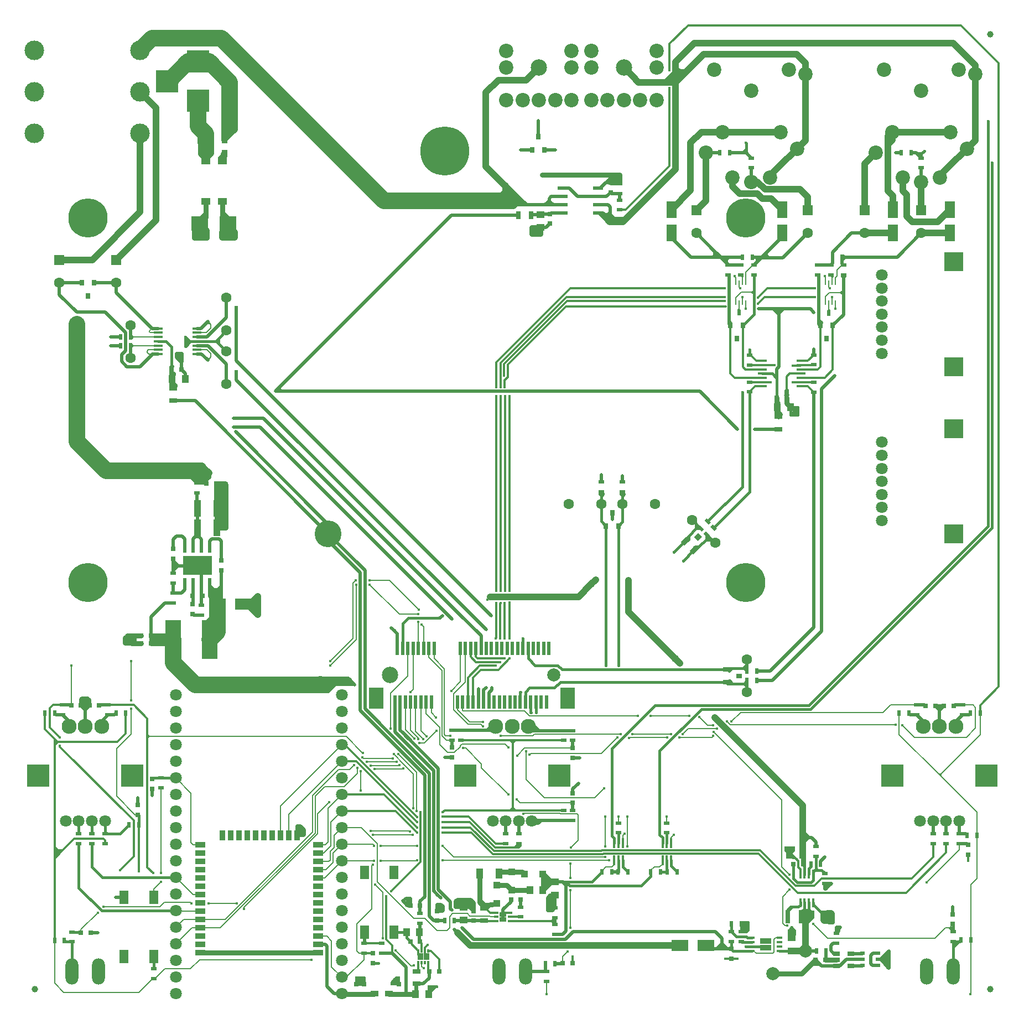
<source format=gbr>
G04 #@! TF.FileFunction,Copper,L1,Top,Signal*
%FSLAX46Y46*%
G04 Gerber Fmt 4.6, Leading zero omitted, Abs format (unit mm)*
G04 Created by KiCad (PCBNEW 4.0.7) date 04/23/18 16:21:46*
%MOMM*%
%LPD*%
G01*
G04 APERTURE LIST*
%ADD10C,0.100000*%
%ADD11C,1.000000*%
%ADD12R,1.600000X2.600000*%
%ADD13R,1.600000X1.600000*%
%ADD14C,1.600000*%
%ADD15R,0.800000X0.750000*%
%ADD16R,1.000000X1.250000*%
%ADD17R,0.750000X0.800000*%
%ADD18R,1.250000X1.000000*%
%ADD19R,1.000000X1.600000*%
%ADD20R,1.000000X2.500000*%
%ADD21R,0.800000X0.900000*%
%ADD22R,0.900000X0.800000*%
%ADD23R,1.100000X1.100000*%
%ADD24R,2.500000X1.800000*%
%ADD25R,1.400000X1.000000*%
%ADD26R,2.500000X2.300000*%
%ADD27R,0.900000X0.500000*%
%ADD28C,6.000000*%
%ADD29C,7.500000*%
%ADD30C,2.000000*%
%ADD31R,3.500000X3.500000*%
%ADD32C,4.100000*%
%ADD33R,0.500000X0.900000*%
%ADD34R,1.300000X0.700000*%
%ADD35R,0.800000X2.000000*%
%ADD36R,2.450000X5.900000*%
%ADD37R,1.200000X0.900000*%
%ADD38R,0.700000X0.510000*%
%ADD39R,0.700000X1.300000*%
%ADD40C,1.800000*%
%ADD41R,3.000000X3.000000*%
%ADD42C,2.300000*%
%ADD43R,1.400000X2.100000*%
%ADD44O,2.000000X4.000000*%
%ADD45R,1.450000X0.450000*%
%ADD46R,0.250000X0.750000*%
%ADD47R,1.550000X0.600000*%
%ADD48R,0.650000X0.350000*%
%ADD49R,1.000000X0.800000*%
%ADD50R,1.060000X0.650000*%
%ADD51R,0.890000X0.420000*%
%ADD52R,0.840000X0.940000*%
%ADD53R,3.100000X2.600000*%
%ADD54R,4.500000X2.950000*%
%ADD55R,0.600000X1.550000*%
%ADD56C,0.600000*%
%ADD57R,0.300000X0.500000*%
%ADD58R,0.880000X1.060000*%
%ADD59R,1.500000X0.900000*%
%ADD60R,0.900000X1.500000*%
%ADD61C,2.500000*%
%ADD62R,0.600000X2.000000*%
%ADD63R,2.300000X3.200000*%
%ADD64C,2.200000*%
%ADD65R,0.400000X1.500000*%
%ADD66C,3.000000*%
%ADD67R,0.450000X1.450000*%
%ADD68C,0.452400*%
%ADD69C,0.200000*%
%ADD70C,0.500000*%
%ADD71C,0.400000*%
%ADD72C,0.154200*%
%ADD73C,0.300000*%
%ADD74C,0.800000*%
%ADD75C,1.000000*%
%ADD76C,2.500000*%
%ADD77C,0.254000*%
G04 APERTURE END LIST*
D10*
D11*
X166600000Y-30500000D03*
X166600000Y-176700000D03*
D12*
X134800000Y-57350000D03*
X134800000Y-60950000D03*
X117800000Y-57350000D03*
X117800000Y-60950000D03*
D13*
X121650000Y-57450000D03*
D14*
X121650000Y-60950000D03*
D13*
X138650000Y-57450000D03*
D14*
X138650000Y-60950000D03*
X124511827Y-108363908D03*
X120976293Y-104828374D03*
D15*
X135450000Y-86150000D03*
X133950000Y-86150000D03*
D12*
X160400000Y-57350000D03*
X160400000Y-60950000D03*
X151700000Y-57350000D03*
X151700000Y-60950000D03*
D13*
X147350000Y-57450000D03*
D14*
X147350000Y-60950000D03*
D13*
X156050000Y-57450000D03*
D14*
X156050000Y-60950000D03*
X129377549Y-131212347D03*
X129377549Y-126212347D03*
X115300000Y-102400000D03*
X110300000Y-102400000D03*
X107100000Y-102400000D03*
X102100000Y-102400000D03*
D13*
X24150000Y-65050000D03*
D14*
X24150000Y-68550000D03*
X35000000Y-80034316D03*
X35000000Y-75034316D03*
D13*
X32850000Y-65050000D03*
D14*
X32850000Y-68550000D03*
D15*
X42800000Y-81800000D03*
X41300000Y-81800000D03*
D14*
X49700000Y-84050000D03*
X49700000Y-79050000D03*
X49700000Y-75850000D03*
X49700000Y-70850000D03*
D16*
X134050000Y-87600000D03*
X136050000Y-87600000D03*
D17*
X99250000Y-59500000D03*
X99250000Y-58000000D03*
X108500000Y-53250000D03*
X108500000Y-54750000D03*
D16*
X41400000Y-83250000D03*
X43400000Y-83250000D03*
D18*
X97750000Y-58100000D03*
X97750000Y-60100000D03*
D17*
X81900000Y-164700000D03*
X81900000Y-166200000D03*
D18*
X86000000Y-166100000D03*
X86000000Y-164100000D03*
D17*
X87500000Y-164700000D03*
X87500000Y-166200000D03*
D15*
X93250000Y-162950000D03*
X94750000Y-162950000D03*
D19*
X91450000Y-158950000D03*
X88450000Y-158950000D03*
D16*
X96150000Y-161500000D03*
X98150000Y-161500000D03*
D18*
X100000000Y-162250000D03*
X100000000Y-160250000D03*
D15*
X136500000Y-157550000D03*
X138000000Y-157550000D03*
D16*
X137900000Y-156100000D03*
X135900000Y-156100000D03*
X139150000Y-165200000D03*
X141150000Y-165200000D03*
D15*
X139850000Y-172150000D03*
X141350000Y-172150000D03*
D18*
X136200000Y-170800000D03*
X136200000Y-168800000D03*
D17*
X127000000Y-172000000D03*
X127000000Y-170500000D03*
X48950000Y-112550000D03*
X48950000Y-111050000D03*
D15*
X36650000Y-122550000D03*
X38150000Y-122550000D03*
X36650000Y-123750000D03*
X38150000Y-123750000D03*
X48150000Y-99300000D03*
X46650000Y-99300000D03*
D20*
X45250000Y-103050000D03*
X48250000Y-103050000D03*
X45250000Y-106050000D03*
X48250000Y-106050000D03*
D17*
X44500000Y-119250000D03*
X44500000Y-117750000D03*
D15*
X46000000Y-116450000D03*
X44500000Y-116450000D03*
D17*
X41550000Y-110750000D03*
X41550000Y-109250000D03*
D16*
X78650000Y-177400000D03*
X80650000Y-177400000D03*
D15*
X77850000Y-163850000D03*
X79350000Y-163850000D03*
D16*
X79250000Y-167950000D03*
X77250000Y-167950000D03*
D15*
X77850000Y-169400000D03*
X79350000Y-169400000D03*
X82250000Y-173950000D03*
X80750000Y-173950000D03*
X30250000Y-133250000D03*
X28750000Y-133250000D03*
D17*
X102700000Y-139750000D03*
X102700000Y-141250000D03*
D15*
X161000000Y-133300000D03*
X159500000Y-133300000D03*
X25950000Y-133250000D03*
X27450000Y-133250000D03*
D17*
X84200000Y-139700000D03*
X84200000Y-141200000D03*
D15*
X156700000Y-133300000D03*
X158200000Y-133300000D03*
D17*
X36150000Y-148450000D03*
X36150000Y-149950000D03*
X102700000Y-146650000D03*
X102700000Y-148150000D03*
X163200000Y-156050000D03*
X163200000Y-154550000D03*
D15*
X28950000Y-168050000D03*
X27450000Y-168050000D03*
X102650000Y-172700000D03*
X101150000Y-172700000D03*
D17*
X160861701Y-165193934D03*
X160861701Y-166693934D03*
X76100000Y-175900000D03*
X76100000Y-177400000D03*
X70800000Y-175900000D03*
X70800000Y-177400000D03*
X69600000Y-175900000D03*
X69600000Y-177400000D03*
X72100000Y-172650000D03*
X72100000Y-171150000D03*
X38350000Y-146000000D03*
X38350000Y-144500000D03*
D21*
X128750000Y-75050000D03*
X126850000Y-75050000D03*
X127800000Y-77050000D03*
D10*
G36*
X119774212Y-108788172D02*
X119208526Y-108222486D01*
X119844922Y-107586090D01*
X120410608Y-108151776D01*
X119774212Y-108788172D01*
X119774212Y-108788172D01*
G37*
G36*
X121117715Y-110131675D02*
X120552029Y-109565989D01*
X121188425Y-108929593D01*
X121754111Y-109495279D01*
X121117715Y-110131675D01*
X121117715Y-110131675D01*
G37*
G36*
X121860177Y-108045710D02*
X121294491Y-107480024D01*
X121930887Y-106843628D01*
X122496573Y-107409314D01*
X121860177Y-108045710D01*
X121860177Y-108045710D01*
G37*
D21*
X142500000Y-75100000D03*
X140600000Y-75100000D03*
X141550000Y-77100000D03*
D22*
X126177550Y-127762347D03*
X126177550Y-129662347D03*
X128177550Y-128712347D03*
D21*
X107800000Y-105750000D03*
X109700000Y-105750000D03*
X108750000Y-103750000D03*
X29450000Y-68550000D03*
X27550000Y-68550000D03*
X28500000Y-70550000D03*
X96500000Y-48200000D03*
X98400000Y-48200000D03*
X97450000Y-46200000D03*
D23*
X91050000Y-160750000D03*
X91050000Y-163550000D03*
X93350000Y-158700000D03*
X93350000Y-161500000D03*
X98100000Y-159050000D03*
X95300000Y-159050000D03*
D24*
X123100000Y-170000000D03*
X119100000Y-170000000D03*
D25*
X46530000Y-56075000D03*
X46530000Y-49925000D03*
X49070000Y-49925000D03*
X49070000Y-56075000D03*
D24*
X48300000Y-117700000D03*
X52300000Y-117700000D03*
D26*
X45650000Y-59450000D03*
X49950000Y-59450000D03*
D27*
X49400000Y-46950000D03*
X49400000Y-48450000D03*
D28*
X28500000Y-58600000D03*
X129200000Y-58600000D03*
D29*
X83150000Y-48400000D03*
D28*
X129200000Y-114400000D03*
X28500000Y-114400000D03*
D30*
X138300000Y-170800000D03*
X133300000Y-174300000D03*
D31*
X45350000Y-40700000D03*
X45350000Y-34700000D03*
X40650000Y-37700000D03*
D32*
X65300000Y-107000000D03*
D33*
X83100000Y-166150000D03*
X84600000Y-166150000D03*
D34*
X89150000Y-164300000D03*
X89150000Y-166200000D03*
D35*
X135650000Y-165550000D03*
X137650000Y-165550000D03*
D36*
X41575000Y-123150000D03*
X47125000Y-123150000D03*
D27*
X45200000Y-99200000D03*
X45200000Y-100700000D03*
D34*
X78800000Y-175850000D03*
X78800000Y-173950000D03*
D27*
X79300000Y-165050000D03*
X79300000Y-166550000D03*
D37*
X74550000Y-177350000D03*
X72350000Y-177350000D03*
D38*
X147090000Y-171150000D03*
X147090000Y-172100000D03*
X147090000Y-173050000D03*
X149410000Y-173050000D03*
X149410000Y-172100000D03*
X149410000Y-171150000D03*
D27*
X126450000Y-65850000D03*
X126450000Y-67350000D03*
D10*
G36*
X124151992Y-105528032D02*
X124788388Y-106164428D01*
X124434834Y-106517982D01*
X123798438Y-105881586D01*
X124151992Y-105528032D01*
X124151992Y-105528032D01*
G37*
G36*
X123091332Y-106588692D02*
X123727728Y-107225088D01*
X123374174Y-107578642D01*
X122737778Y-106942246D01*
X123091332Y-106588692D01*
X123091332Y-106588692D01*
G37*
D27*
X128450000Y-65850000D03*
X128450000Y-67350000D03*
D33*
X126650000Y-73150000D03*
X128150000Y-73150000D03*
D27*
X129800000Y-85250000D03*
X129800000Y-83750000D03*
D33*
X128700000Y-64650000D03*
X130200000Y-64650000D03*
X125200000Y-48650000D03*
X126700000Y-48650000D03*
D27*
X130050000Y-50950000D03*
X130050000Y-49450000D03*
X129800000Y-81150000D03*
X129800000Y-79650000D03*
D10*
G36*
X122419581Y-106624050D02*
X121783185Y-105987654D01*
X122136739Y-105634100D01*
X122773135Y-106270496D01*
X122419581Y-106624050D01*
X122419581Y-106624050D01*
G37*
G36*
X123480241Y-105563390D02*
X122843845Y-104926994D01*
X123197399Y-104573440D01*
X123833795Y-105209836D01*
X123480241Y-105563390D01*
X123480241Y-105563390D01*
G37*
D27*
X109705026Y-151224264D03*
X109705026Y-152724264D03*
X130450000Y-67350000D03*
X130450000Y-65850000D03*
D33*
X111155025Y-158724264D03*
X109655025Y-158724264D03*
X107155025Y-158724264D03*
X108655025Y-158724264D03*
D27*
X140150000Y-65850000D03*
X140150000Y-67350000D03*
D33*
X130877549Y-129412348D03*
X129377549Y-129412348D03*
D27*
X142200000Y-65850000D03*
X142200000Y-67350000D03*
D33*
X140400000Y-73200000D03*
X141900000Y-73200000D03*
D27*
X139600000Y-79600000D03*
X139600000Y-81100000D03*
D33*
X142450000Y-64650000D03*
X143950000Y-64650000D03*
X153000000Y-48650000D03*
X154500000Y-48650000D03*
D27*
X156050000Y-50950000D03*
X156050000Y-49450000D03*
X139600000Y-83800000D03*
X139600000Y-85300000D03*
D33*
X129377549Y-128012345D03*
X130877549Y-128012345D03*
D27*
X117110444Y-151219582D03*
X117110444Y-152719582D03*
X144150000Y-67350000D03*
X144150000Y-65850000D03*
D33*
X118660444Y-158719580D03*
X117160444Y-158719580D03*
X114660445Y-158719581D03*
X116160445Y-158719581D03*
D27*
X110300000Y-99050000D03*
X110300000Y-100550000D03*
X107100000Y-100550000D03*
X107100000Y-99050000D03*
D33*
X33500000Y-78184314D03*
X35000000Y-78184314D03*
X35000000Y-76834314D03*
X33500000Y-76834314D03*
X51200000Y-82350000D03*
X49700000Y-82350000D03*
X49700000Y-72550000D03*
X51200000Y-72550000D03*
D34*
X134200000Y-90950000D03*
X134200000Y-89050000D03*
D27*
X109850000Y-57400000D03*
X109850000Y-55900000D03*
D34*
X41550000Y-86600000D03*
X41550000Y-84700000D03*
D27*
X109850000Y-54900000D03*
X109850000Y-53400000D03*
D39*
X94400000Y-58250000D03*
X96300000Y-58250000D03*
D27*
X100000000Y-168250000D03*
X100000000Y-166750000D03*
X100000000Y-164250000D03*
X100000000Y-165750000D03*
X94700000Y-165600000D03*
X94700000Y-164100000D03*
X139900000Y-156300000D03*
X139900000Y-154800000D03*
X143050000Y-168100000D03*
X143050000Y-169600000D03*
D33*
X140650000Y-157500000D03*
X139150000Y-157500000D03*
D27*
X141250000Y-160450000D03*
X141250000Y-158950000D03*
D33*
X140000000Y-170800000D03*
X141500000Y-170800000D03*
D27*
X127000000Y-167850000D03*
X127000000Y-169350000D03*
X128500000Y-167850000D03*
X128500000Y-169350000D03*
D33*
X128500000Y-166650000D03*
X127000000Y-166650000D03*
D27*
X45850000Y-119400000D03*
X45850000Y-117900000D03*
X41550000Y-113000000D03*
X41550000Y-114500000D03*
X41550000Y-116050000D03*
X41550000Y-117550000D03*
D33*
X34300000Y-134450000D03*
X32800000Y-134450000D03*
D27*
X101300000Y-138600000D03*
X101300000Y-137100000D03*
D33*
X165050000Y-134450000D03*
X163550000Y-134450000D03*
D27*
X31600000Y-134650000D03*
X31600000Y-133150000D03*
X102650000Y-137100000D03*
X102650000Y-138600000D03*
X162350000Y-134650000D03*
X162350000Y-133150000D03*
X27100000Y-154400000D03*
X27100000Y-152900000D03*
X92450000Y-154400000D03*
X92450000Y-152900000D03*
X157850000Y-154400000D03*
X157850000Y-152900000D03*
X29100000Y-154400000D03*
X29100000Y-152900000D03*
X94450000Y-154400000D03*
X94450000Y-152900000D03*
X159850000Y-154400000D03*
X159850000Y-152900000D03*
X24600000Y-134650000D03*
X24600000Y-133150000D03*
X84250000Y-137050000D03*
X84250000Y-138550000D03*
X155350000Y-134650000D03*
X155350000Y-133150000D03*
D33*
X21900000Y-134450000D03*
X23400000Y-134450000D03*
D27*
X85600000Y-138550000D03*
X85600000Y-137050000D03*
D33*
X152650000Y-134450000D03*
X154150000Y-134450000D03*
D27*
X31100000Y-154400000D03*
X31100000Y-152900000D03*
X101300000Y-149300000D03*
X101300000Y-150800000D03*
D33*
X164550000Y-153100000D03*
X163050000Y-153100000D03*
X23400000Y-169200000D03*
X24900000Y-169200000D03*
D27*
X98700000Y-175450000D03*
X98700000Y-173950000D03*
D33*
X163611701Y-169143934D03*
X162111701Y-169143934D03*
D27*
X26100000Y-169400000D03*
X26100000Y-167900000D03*
D33*
X98500000Y-172750000D03*
X100000000Y-172750000D03*
D27*
X160911701Y-169343934D03*
X160911701Y-167843934D03*
X70750000Y-171150000D03*
X70750000Y-169650000D03*
X73450000Y-171150000D03*
X73450000Y-169650000D03*
X38550000Y-173550000D03*
X38550000Y-175050000D03*
X39650000Y-144350000D03*
X39650000Y-145850000D03*
D40*
X150000000Y-73350000D03*
X150000000Y-75350000D03*
X150000000Y-77350000D03*
X150000000Y-79350000D03*
X150000000Y-71350000D03*
X150000000Y-69350000D03*
X150000000Y-67350000D03*
D41*
X161000000Y-65300000D03*
X161000000Y-81400000D03*
D40*
X150050000Y-98950000D03*
X150050000Y-100950000D03*
X150050000Y-102950000D03*
X150050000Y-104950000D03*
X150050000Y-96950000D03*
X150050000Y-94950000D03*
X150050000Y-92950000D03*
D41*
X161050000Y-90900000D03*
X161050000Y-107000000D03*
D31*
X20900000Y-143950000D03*
X35300000Y-143950000D03*
D40*
X25100000Y-150950000D03*
X27100000Y-150950000D03*
X29100000Y-150950000D03*
X31100000Y-150950000D03*
D42*
X30600000Y-136450000D03*
X25600000Y-136450000D03*
X28100000Y-136450000D03*
D31*
X86250000Y-143950000D03*
X100650000Y-143950000D03*
D40*
X90450000Y-150950000D03*
X92450000Y-150950000D03*
X94450000Y-150950000D03*
X96450000Y-150950000D03*
D42*
X95950000Y-136450000D03*
X90950000Y-136450000D03*
X93450000Y-136450000D03*
D31*
X151650000Y-143950000D03*
X166050000Y-143950000D03*
D40*
X155850000Y-150950000D03*
X157850000Y-150950000D03*
X159850000Y-150950000D03*
X161850000Y-150950000D03*
D42*
X161350000Y-136450000D03*
X156350000Y-136450000D03*
X158850000Y-136450000D03*
D43*
X75350000Y-158800000D03*
X75350000Y-167900000D03*
X70850000Y-158800000D03*
X70850000Y-167900000D03*
X34050000Y-171700000D03*
X34050000Y-162600000D03*
X38550000Y-171700000D03*
X38550000Y-162600000D03*
D44*
X26100000Y-173950000D03*
X30100000Y-173950000D03*
X95450000Y-173950000D03*
X91450000Y-173950000D03*
X160900000Y-173950000D03*
X156900000Y-173950000D03*
D45*
X131750000Y-80500000D03*
X131750000Y-81150000D03*
X131750000Y-81800000D03*
X131750000Y-82450000D03*
X131750000Y-83100000D03*
X131750000Y-83750000D03*
X131750000Y-84400000D03*
X137650000Y-84400000D03*
X137650000Y-83750000D03*
X137650000Y-83100000D03*
X137650000Y-82450000D03*
X137650000Y-81800000D03*
X137650000Y-81150000D03*
X137650000Y-80500000D03*
D46*
X129200000Y-68500000D03*
X128700000Y-68500000D03*
X128200000Y-68500000D03*
X127700000Y-68500000D03*
X127700000Y-71600000D03*
X128200000Y-71600000D03*
X128700000Y-71600000D03*
X129200000Y-71600000D03*
X142900000Y-68500000D03*
X142400000Y-68500000D03*
X141900000Y-68500000D03*
X141400000Y-68500000D03*
X141400000Y-71600000D03*
X141900000Y-71600000D03*
X142400000Y-71600000D03*
X142900000Y-71600000D03*
D45*
X39300000Y-75550000D03*
X39300000Y-76200000D03*
X39300000Y-76850000D03*
X39300000Y-77500000D03*
X39300000Y-78150000D03*
X39300000Y-78800000D03*
X39300000Y-79450000D03*
X45200000Y-79450000D03*
X45200000Y-78800000D03*
X45200000Y-78150000D03*
X45200000Y-77500000D03*
X45200000Y-76850000D03*
X45200000Y-76200000D03*
X45200000Y-75550000D03*
D47*
X106550000Y-57905000D03*
X106550000Y-56635000D03*
X106550000Y-55365000D03*
X106550000Y-54095000D03*
X101150000Y-54095000D03*
X101150000Y-55365000D03*
X101150000Y-56635000D03*
X101150000Y-57905000D03*
D48*
X93100000Y-166250000D03*
X93100000Y-165600000D03*
X93100000Y-164950000D03*
X91000000Y-164950000D03*
X91000000Y-165600000D03*
X91000000Y-166250000D03*
D49*
X92050000Y-165200000D03*
X92050000Y-166000000D03*
D50*
X143050000Y-171200000D03*
X143050000Y-172150000D03*
X143050000Y-173100000D03*
X145250000Y-173100000D03*
X145250000Y-171200000D03*
D51*
X130145000Y-168825000D03*
X130145000Y-169475000D03*
X130145000Y-170125000D03*
X130145000Y-170775000D03*
X134355000Y-170775000D03*
X134355000Y-170125000D03*
X134355000Y-169475000D03*
X134355000Y-168825000D03*
D52*
X132670000Y-170270000D03*
X132670000Y-169330000D03*
X131830000Y-170270000D03*
X131830000Y-169330000D03*
D53*
X45250000Y-111800000D03*
D54*
X45250000Y-111800000D03*
D55*
X47155000Y-109100000D03*
X45885000Y-109100000D03*
X44615000Y-109100000D03*
X43345000Y-109100000D03*
X43345000Y-114500000D03*
X44615000Y-114500000D03*
X45885000Y-114500000D03*
X47155000Y-114500000D03*
D56*
X47050000Y-111200000D03*
X45850000Y-111200000D03*
X45850000Y-112400000D03*
X47050000Y-112400000D03*
X43450000Y-111200000D03*
X44550000Y-111200000D03*
X44550000Y-112400000D03*
X43450000Y-112400000D03*
D57*
X79100000Y-172600000D03*
X79600000Y-172600000D03*
X80100000Y-172600000D03*
X80600000Y-172600000D03*
X80600000Y-170800000D03*
X80100000Y-170800000D03*
X79600000Y-170800000D03*
X79100000Y-170800000D03*
D58*
X80290000Y-171700000D03*
X79410000Y-171700000D03*
D59*
X63700000Y-171100000D03*
X63700000Y-169830000D03*
X63700000Y-168560000D03*
X63700000Y-167290000D03*
X63700000Y-166020000D03*
X63700000Y-164750000D03*
X63700000Y-163480000D03*
X63700000Y-162210000D03*
X63700000Y-160940000D03*
X63700000Y-159670000D03*
X63700000Y-158400000D03*
X63700000Y-157130000D03*
X63700000Y-155860000D03*
X63700000Y-154590000D03*
X45700000Y-154590000D03*
X45700000Y-155860000D03*
X45700000Y-157130000D03*
X45700000Y-158400000D03*
X45700000Y-159670000D03*
X45700000Y-160940000D03*
X45700000Y-162210000D03*
X45700000Y-163480000D03*
X45700000Y-164750000D03*
X45700000Y-166020000D03*
X45700000Y-167290000D03*
X45700000Y-168560000D03*
X45700000Y-169830000D03*
X45700000Y-171100000D03*
D60*
X60510000Y-153090000D03*
X59240000Y-153090000D03*
X57970000Y-153090000D03*
X56700000Y-153090000D03*
X55430000Y-153090000D03*
X54160000Y-153090000D03*
X52890000Y-153090000D03*
X51620000Y-153090000D03*
X50350000Y-153090000D03*
X49080000Y-153090000D03*
D40*
X67350000Y-177360000D03*
X67350000Y-174820000D03*
X67350000Y-172280000D03*
X67350000Y-169740000D03*
X67350000Y-167200000D03*
X67350000Y-164660000D03*
X67350000Y-162120000D03*
X67350000Y-159580000D03*
X67350000Y-157040000D03*
X67350000Y-154500000D03*
X67350000Y-151960000D03*
X67350000Y-149420000D03*
X67350000Y-146880000D03*
X67350000Y-144340000D03*
X67350000Y-141800000D03*
X67350000Y-139260000D03*
X67350000Y-136720000D03*
X67350000Y-134180000D03*
X67350000Y-131640000D03*
X41950000Y-131640000D03*
X41950000Y-134180000D03*
X41950000Y-136720000D03*
X41950000Y-139260000D03*
X41950000Y-141800000D03*
X41950000Y-144340000D03*
X41950000Y-146880000D03*
X41950000Y-149420000D03*
X41950000Y-151960000D03*
X41950000Y-154500000D03*
X41950000Y-157040000D03*
X41950000Y-159580000D03*
X41950000Y-162120000D03*
X41950000Y-164660000D03*
X41950000Y-167200000D03*
X41950000Y-169740000D03*
X41950000Y-172280000D03*
X41950000Y-174820000D03*
X41950000Y-177360000D03*
D61*
X74775000Y-128600000D03*
D62*
X75475000Y-132700000D03*
X75875000Y-124500000D03*
X76275000Y-132700000D03*
X76675000Y-124500000D03*
X77075000Y-132700000D03*
X77475000Y-124500000D03*
X77875000Y-132700000D03*
X78275000Y-124500000D03*
X78675000Y-132700000D03*
X79075000Y-124500000D03*
X79475000Y-132700000D03*
X79875000Y-124500000D03*
X80275000Y-132700000D03*
X80675000Y-124500000D03*
X81075000Y-132700000D03*
X81475000Y-124500000D03*
X85075000Y-132700000D03*
X85475000Y-124500000D03*
X85875000Y-132700000D03*
X86275000Y-124500000D03*
X86675000Y-132700000D03*
X87075000Y-124500000D03*
X87475000Y-132700000D03*
X87875000Y-124500000D03*
X88275000Y-132700000D03*
X88675000Y-124500000D03*
X89075000Y-132700000D03*
X89475000Y-124500000D03*
X89875000Y-132700000D03*
X90275000Y-124500000D03*
X90675000Y-132700000D03*
X91075000Y-124500000D03*
X91475000Y-132700000D03*
X91875000Y-124500000D03*
X92275000Y-132700000D03*
X92675000Y-124500000D03*
X93075000Y-132700000D03*
X93475000Y-124500000D03*
X93875000Y-132700000D03*
X94275000Y-124500000D03*
X94675000Y-132700000D03*
X95075000Y-124500000D03*
X95475000Y-132700000D03*
X95875000Y-124500000D03*
X96275000Y-132700000D03*
X96675000Y-124500000D03*
X97075000Y-132700000D03*
X97475000Y-124500000D03*
X97875000Y-132700000D03*
X98275000Y-124500000D03*
X98675000Y-132700000D03*
X99075000Y-124500000D03*
D30*
X99775000Y-128600000D03*
D63*
X72625000Y-132100000D03*
X101925000Y-132100000D03*
D64*
X135765000Y-35950000D03*
X124335000Y-35950000D03*
X138305000Y-36585000D03*
X130050000Y-39125000D03*
X134495000Y-45475000D03*
X125605000Y-45475000D03*
X137035000Y-48015000D03*
X123065000Y-48650000D03*
X130050000Y-53095000D03*
X132907500Y-52460000D03*
X127192500Y-52460000D03*
X161765000Y-35950000D03*
X150335000Y-35950000D03*
X164305000Y-36585000D03*
X156050000Y-39125000D03*
X160495000Y-45475000D03*
X151605000Y-45475000D03*
X163035000Y-48015000D03*
X149065000Y-48650000D03*
X156050000Y-53095000D03*
X158907500Y-52460000D03*
X153192500Y-52460000D03*
X110550000Y-40600000D03*
X105550000Y-33100000D03*
X105550000Y-35600000D03*
X115550000Y-33100000D03*
X115550000Y-35600000D03*
D61*
X110550000Y-35600000D03*
D64*
X115550000Y-40600000D03*
X105550000Y-40600000D03*
X113050000Y-40600000D03*
X108050000Y-40600000D03*
X97550000Y-40600000D03*
X92550000Y-33100000D03*
X92550000Y-35600000D03*
X102550000Y-33100000D03*
X102550000Y-35600000D03*
D61*
X97550000Y-35600000D03*
D64*
X102550000Y-40600000D03*
X92550000Y-40600000D03*
X100050000Y-40600000D03*
X95050000Y-40600000D03*
D65*
X110355026Y-154294264D03*
X109705026Y-154294264D03*
X109055026Y-154294264D03*
X109055026Y-156954264D03*
X109705026Y-156954264D03*
X110355026Y-156954264D03*
X117760446Y-154289581D03*
X117110446Y-154289581D03*
X116460446Y-154289581D03*
X116460446Y-156949581D03*
X117110446Y-156949581D03*
X117760446Y-156949581D03*
D66*
X36515000Y-32950000D03*
X36515000Y-39300000D03*
X36515000Y-45650000D03*
X20285000Y-32950000D03*
X20285000Y-39300000D03*
X20285000Y-45650000D03*
D33*
X36300000Y-151550000D03*
X34800000Y-151550000D03*
D27*
X102650000Y-149300000D03*
X102650000Y-150800000D03*
X161850000Y-154400000D03*
X161850000Y-152900000D03*
D67*
X137525000Y-163450000D03*
X138175000Y-163450000D03*
X138825000Y-163450000D03*
X139475000Y-163450000D03*
X139475000Y-159050000D03*
X138825000Y-159050000D03*
X138175000Y-159050000D03*
X137525000Y-159050000D03*
D11*
X20400000Y-176700000D03*
D68*
X119600000Y-111100000D03*
X94700000Y-131150000D03*
X118200000Y-109750000D03*
X95050000Y-122950000D03*
X118200000Y-153000000D03*
X110600000Y-152900000D03*
X163200000Y-157050000D03*
X98050000Y-52050000D03*
X98850000Y-52050000D03*
X99650000Y-52050000D03*
X100450000Y-52050000D03*
X103100000Y-52050000D03*
X103900000Y-52050000D03*
X104900000Y-52050000D03*
X108750000Y-104800000D03*
X129550000Y-166400000D03*
X129550000Y-167050000D03*
X129550000Y-167600000D03*
X136650000Y-167700000D03*
X136200000Y-167200000D03*
X135750000Y-167650000D03*
X129150000Y-170100000D03*
X61550000Y-152200000D03*
X61600000Y-153050000D03*
X60500000Y-151700000D03*
X98850000Y-164600000D03*
X98850000Y-163950000D03*
X98850000Y-163300000D03*
X98850000Y-162650000D03*
X83150000Y-141200000D03*
X103600000Y-145150000D03*
X103750000Y-141250000D03*
X80500000Y-169900000D03*
X141250000Y-67550000D03*
X127450000Y-67500000D03*
X43450000Y-78250000D03*
X43450000Y-77600000D03*
X43450000Y-76850000D03*
X42100000Y-79350000D03*
X42950000Y-79350000D03*
X42950000Y-79950000D03*
X42050000Y-79950000D03*
X28550000Y-132200000D03*
X27600000Y-132150000D03*
X38350000Y-147000000D03*
X36150000Y-147350000D03*
X32750000Y-162600000D03*
X30000000Y-168050000D03*
X87600000Y-163450000D03*
X87100000Y-162900000D03*
X86250000Y-162900000D03*
X85550000Y-162900000D03*
X84850000Y-163100000D03*
X84700000Y-164100000D03*
X82850000Y-164650000D03*
X82550000Y-163700000D03*
X81900000Y-163700000D03*
X77200000Y-162750000D03*
X76700000Y-163150000D03*
X77850000Y-162800000D03*
X80290000Y-171700000D03*
X79410000Y-171700000D03*
X73000000Y-172650000D03*
X70200000Y-174850000D03*
X70800000Y-174850000D03*
X69600000Y-174850000D03*
X75450000Y-175150000D03*
X76100000Y-174850000D03*
X75000000Y-175900000D03*
X81950000Y-176300000D03*
X81350000Y-176250000D03*
X80700000Y-176250000D03*
X102650000Y-171700000D03*
X126050000Y-172000000D03*
X127950000Y-172000000D03*
X136550000Y-154950000D03*
X135250000Y-154950000D03*
X135900000Y-154950000D03*
X136950000Y-156750000D03*
X141300000Y-156450000D03*
X142300000Y-160450000D03*
X141250000Y-161300000D03*
X141850000Y-166500000D03*
X142550000Y-166500000D03*
X142550000Y-165850000D03*
X142550000Y-165200000D03*
X141150000Y-166450000D03*
X143700000Y-167200000D03*
X143050000Y-167200000D03*
X160850000Y-164050000D03*
X75400000Y-121800000D03*
X97400000Y-61050000D03*
X96450000Y-60100000D03*
X137100000Y-88800000D03*
X137100000Y-88200000D03*
X137100000Y-87600000D03*
X136050000Y-88800000D03*
X109200000Y-52050000D03*
X109850000Y-52050000D03*
X108500000Y-52050000D03*
X96450000Y-61050000D03*
X60050000Y-171100000D03*
X59250000Y-171100000D03*
X58450000Y-171100000D03*
X57650000Y-171100000D03*
X56850000Y-171100000D03*
X56050000Y-171100000D03*
X55250000Y-171100000D03*
X54450000Y-171100000D03*
X53650000Y-171100000D03*
X53000000Y-171100000D03*
X52200000Y-171100000D03*
X51400000Y-171100000D03*
X50600000Y-171100000D03*
X49800000Y-171100000D03*
X48950000Y-171100000D03*
X48150000Y-171100000D03*
X47350000Y-171100000D03*
X49600000Y-100350000D03*
X49600000Y-101300000D03*
X49600000Y-102250000D03*
X49600000Y-103200000D03*
X49600000Y-104150000D03*
X49600000Y-105100000D03*
X49600000Y-106050000D03*
X34200000Y-123650000D03*
X35100000Y-123650000D03*
X34500000Y-122600000D03*
X35500000Y-122550000D03*
X54500000Y-119300000D03*
X54500000Y-118350000D03*
X54500000Y-117450000D03*
X54500000Y-116550000D03*
X151100000Y-173400000D03*
X151100000Y-172750000D03*
X151100000Y-172100000D03*
X151100000Y-171450000D03*
X151100000Y-170800000D03*
X50950000Y-61600000D03*
X50350000Y-61600000D03*
X50950000Y-61000000D03*
X50350000Y-61000000D03*
X49750000Y-61000000D03*
X49750000Y-61600000D03*
X49100000Y-61600000D03*
X49100000Y-61000000D03*
X75850000Y-122250000D03*
X74950000Y-121350000D03*
X150450000Y-172800000D03*
X150450000Y-171400000D03*
X150450000Y-172100000D03*
X131830000Y-170270000D03*
X132670000Y-170270000D03*
X132670000Y-169330000D03*
X131830000Y-169330000D03*
X92050000Y-166000000D03*
X92050000Y-165200000D03*
X97450000Y-43750000D03*
X142900000Y-72500000D03*
X139600000Y-73100000D03*
X129200000Y-72550000D03*
X131150000Y-72550000D03*
X109700000Y-127150000D03*
X96300000Y-134350000D03*
X110300000Y-98050000D03*
X107100000Y-97950000D03*
X107800000Y-127150000D03*
X97100000Y-134300000D03*
X46850000Y-80400000D03*
X100050000Y-48200000D03*
X46850000Y-74500000D03*
X94750000Y-48200000D03*
X130500000Y-90950000D03*
X127950000Y-90950000D03*
X51150000Y-91350000D03*
X57200000Y-85150000D03*
X124400000Y-135050000D03*
X125150000Y-135800000D03*
X118400000Y-126050000D03*
X111250000Y-114950000D03*
X105500000Y-114650000D03*
X89650000Y-117050000D03*
X82750000Y-119500000D03*
X82400000Y-119850000D03*
X124400000Y-135050000D03*
X119100000Y-126800000D03*
X111250000Y-114050000D03*
X106200000Y-114000000D03*
X90100000Y-116600000D03*
X84200000Y-164550000D03*
X85750000Y-167250000D03*
X86200000Y-167700000D03*
X86650000Y-168200000D03*
X68400000Y-130000000D03*
X68900000Y-129600000D03*
X69300000Y-130050000D03*
X77600000Y-138350000D03*
X77150000Y-137900000D03*
X76650000Y-137400000D03*
X26800000Y-77400000D03*
X26800000Y-76750000D03*
X26800000Y-76150000D03*
X26800000Y-75550000D03*
X27550000Y-74850000D03*
X26050000Y-74850000D03*
X47050000Y-97700000D03*
X46400000Y-97700000D03*
X45750000Y-97700000D03*
X45100000Y-97700000D03*
X44450000Y-97700000D03*
X47100000Y-98350000D03*
X46450000Y-98350000D03*
X45750000Y-98350000D03*
X45100000Y-98350000D03*
X44450000Y-98350000D03*
X26800000Y-74850000D03*
X44750000Y-61650000D03*
X45400000Y-61650000D03*
X46050000Y-61700000D03*
X46700000Y-61700000D03*
X46700000Y-61050000D03*
X46050000Y-61050000D03*
X45400000Y-61050000D03*
X44750000Y-61000000D03*
X74150000Y-162450000D03*
X74950000Y-161650000D03*
X79400000Y-149600000D03*
X82800000Y-149600000D03*
X117500000Y-36000000D03*
X117500000Y-38750000D03*
X163600000Y-177400000D03*
X98700000Y-177400000D03*
X77200000Y-177400000D03*
X62750000Y-172200000D03*
X79850000Y-138400000D03*
X76200000Y-142400000D03*
X71800000Y-142450000D03*
X70600000Y-140500000D03*
X38500000Y-158900000D03*
X92850000Y-139650000D03*
X94200000Y-140900000D03*
X89000000Y-135750000D03*
X91650000Y-137850000D03*
X110050000Y-137600000D03*
X111800000Y-137600000D03*
X117750000Y-137600000D03*
X119500000Y-137600000D03*
X124800000Y-136750000D03*
X126300000Y-135700000D03*
X152100000Y-136200000D03*
X153150000Y-136250000D03*
X25950000Y-127100000D03*
X65600000Y-127100000D03*
X69550000Y-114750000D03*
X71650000Y-114750000D03*
X79100000Y-119250000D03*
X79100000Y-120450000D03*
X33400000Y-158450000D03*
X24200000Y-139400000D03*
X24200000Y-138150000D03*
X96100000Y-140750000D03*
X109500000Y-138150000D03*
X111350000Y-138200000D03*
X117150000Y-138100000D03*
X119050000Y-138150000D03*
X124200000Y-137900000D03*
X127000000Y-135700000D03*
X84100000Y-131000000D03*
X79550000Y-120900000D03*
X79150000Y-118600000D03*
X71600000Y-114100000D03*
X69500000Y-114100000D03*
X35100000Y-126450000D03*
X65600000Y-126450000D03*
X35100000Y-133750000D03*
X35100000Y-132450000D03*
X36300000Y-158600000D03*
X94150000Y-147650000D03*
X92850000Y-146850000D03*
X85950000Y-139750000D03*
X83950000Y-137850000D03*
X107550000Y-145950000D03*
X156900000Y-160300000D03*
X95600000Y-140250000D03*
X88950000Y-136400000D03*
X76750000Y-142850000D03*
X72350000Y-142950000D03*
X70250000Y-143300000D03*
X70250000Y-146300000D03*
X65450000Y-148050000D03*
X52400000Y-164350000D03*
X51250000Y-163550000D03*
X47000000Y-163550000D03*
X44350000Y-163550000D03*
X30900000Y-164050000D03*
X30000000Y-164950000D03*
X80300000Y-137950000D03*
X81800000Y-135050000D03*
X95150000Y-149850000D03*
X101900000Y-170900000D03*
X102350000Y-167300000D03*
X102350000Y-161500000D03*
X102350000Y-159600000D03*
X102350000Y-157450000D03*
X102400000Y-154950000D03*
X112650000Y-134850000D03*
X114600000Y-134850000D03*
X120550000Y-134800000D03*
X122100000Y-135000000D03*
X124200000Y-136250000D03*
X124250000Y-137250000D03*
X135900000Y-159150000D03*
X135900000Y-161450000D03*
X135500000Y-166950000D03*
X139500000Y-166650000D03*
X72100000Y-157650000D03*
X78450000Y-138300000D03*
X76000000Y-140700000D03*
X78800000Y-149400000D03*
X78250000Y-153000000D03*
X72150000Y-153000000D03*
X84600000Y-167550000D03*
X82500000Y-162700000D03*
X81950000Y-162150000D03*
X85500000Y-168450000D03*
X85100000Y-168050000D03*
X81450000Y-161700000D03*
X77900000Y-131150000D03*
X81850000Y-137100000D03*
X79250000Y-139000000D03*
X75800000Y-141900000D03*
X71200000Y-141850000D03*
X69750000Y-142800000D03*
X69250000Y-142400000D03*
X70500000Y-141150000D03*
X75200000Y-141350000D03*
X79100000Y-138350000D03*
X133000000Y-83750000D03*
X166250000Y-43850000D03*
X129200000Y-47150000D03*
X133550000Y-81150000D03*
X129800000Y-78750000D03*
X128650000Y-85300000D03*
X107700000Y-150200000D03*
X109700000Y-150200000D03*
X78850000Y-154750000D03*
X82800000Y-154750000D03*
X107700000Y-156450000D03*
X107700000Y-154800000D03*
X72300000Y-154700000D03*
X73300000Y-154750000D03*
X142800000Y-82800000D03*
X139600000Y-78700000D03*
X136400000Y-81200000D03*
X166850000Y-50150000D03*
X156500000Y-48350000D03*
X136400000Y-83750000D03*
X111100000Y-154800000D03*
X111100000Y-150200000D03*
X117100000Y-150200000D03*
X108300000Y-156950000D03*
X78850000Y-156950000D03*
X82800000Y-156950000D03*
X72300000Y-157050000D03*
X73300000Y-157050000D03*
X84222703Y-120027297D03*
X88300000Y-130650000D03*
X50800000Y-90601200D03*
X31950000Y-78160514D03*
X50800000Y-89298800D03*
X31950000Y-76858114D03*
X89450000Y-121650000D03*
X89450000Y-130500000D03*
X90250000Y-119500000D03*
X90300000Y-130550000D03*
X78850000Y-150300000D03*
X82800000Y-150250000D03*
X82800000Y-151900000D03*
X78850000Y-151900000D03*
X82800000Y-151100000D03*
X78850000Y-151100000D03*
X82800000Y-152700000D03*
X78850000Y-152700000D03*
X39650000Y-158850000D03*
X39650000Y-160200000D03*
X126000000Y-69400000D03*
X91000000Y-85900000D03*
X91000000Y-84500000D03*
X90950000Y-122950000D03*
X91000000Y-117550000D03*
X91000000Y-115700000D03*
X90950000Y-127150000D03*
X128350000Y-69400000D03*
X125950000Y-70700000D03*
X91700000Y-85900000D03*
X91650000Y-84500000D03*
X91650000Y-117600000D03*
X91700000Y-115700000D03*
X91600000Y-122950000D03*
X91600000Y-126600000D03*
X128700000Y-70700000D03*
X92200000Y-82750000D03*
X131050000Y-70800000D03*
X126000000Y-71350000D03*
X139750000Y-69400000D03*
X93000000Y-85900000D03*
X93050000Y-117500000D03*
X93000000Y-115700000D03*
X93050000Y-122950000D03*
X93050000Y-126050000D03*
X142050000Y-69400000D03*
X131050000Y-71750000D03*
X126000000Y-72150000D03*
X139750000Y-70700000D03*
X92350000Y-85900000D03*
X92300000Y-84500000D03*
X92300000Y-117600000D03*
X92350000Y-115700000D03*
X92250000Y-122950000D03*
X92250000Y-126050000D03*
X142400000Y-70700000D03*
X79900000Y-173450000D03*
X78400000Y-173050000D03*
X74800000Y-136750000D03*
X75350000Y-140650000D03*
X78300000Y-149000000D03*
X77750000Y-152500000D03*
X71800000Y-152450000D03*
X72450000Y-160650000D03*
X73600000Y-168850000D03*
X75600000Y-170750000D03*
X152100000Y-48650000D03*
D69*
X129200000Y-68500000D02*
X129200000Y-66900000D01*
X129200000Y-66900000D02*
X130250000Y-65850000D01*
X130250000Y-65850000D02*
X130450000Y-65850000D01*
D70*
X132275000Y-64375000D02*
X132275000Y-64025000D01*
X132275000Y-64025000D02*
X132400000Y-63900000D01*
X132100000Y-64200000D02*
X132275000Y-64375000D01*
X132275000Y-64375000D02*
X132625000Y-64725000D01*
X132625000Y-64725000D02*
X132575000Y-64725000D01*
X132575000Y-64725000D02*
X132450000Y-64600000D01*
X132450000Y-64600000D02*
X132450000Y-64725000D01*
X130975000Y-65325000D02*
X130975000Y-64875000D01*
X130975000Y-64875000D02*
X130750000Y-64650000D01*
X130700000Y-64650000D02*
X130750000Y-64650000D01*
X130750000Y-64650000D02*
X131200000Y-65100000D01*
X131575000Y-64725000D02*
X132450000Y-64725000D01*
X132450000Y-64725000D02*
X134875000Y-64725000D01*
X134875000Y-64725000D02*
X138650000Y-60950000D01*
X130450000Y-65850000D02*
X130975000Y-65325000D01*
X130975000Y-65325000D02*
X131200000Y-65100000D01*
X131200000Y-65100000D02*
X131575000Y-64725000D01*
X131575000Y-64725000D02*
X132100000Y-64200000D01*
X132100000Y-64200000D02*
X132400000Y-63900000D01*
X130200000Y-64650000D02*
X130700000Y-64650000D01*
X130700000Y-64650000D02*
X131650000Y-64650000D01*
X131650000Y-64650000D02*
X132400000Y-63900000D01*
X132400000Y-63900000D02*
X134800000Y-61500000D01*
X134800000Y-61500000D02*
X134800000Y-60950000D01*
X126700000Y-64650000D02*
X126600000Y-64650000D01*
X126600000Y-64650000D02*
X126200000Y-65050000D01*
X126200000Y-64650000D02*
X126200000Y-65050000D01*
X126200000Y-65050000D02*
X126200000Y-65600000D01*
X126200000Y-65600000D02*
X126450000Y-65850000D01*
X124475000Y-63775000D02*
X124475000Y-64325000D01*
X124475000Y-64325000D02*
X124150000Y-64650000D01*
X124775000Y-64075000D02*
X124725000Y-64075000D01*
X124725000Y-64075000D02*
X124150000Y-64650000D01*
X117800000Y-60950000D02*
X117800000Y-61650000D01*
X117800000Y-61650000D02*
X120800000Y-64650000D01*
X120800000Y-64650000D02*
X124150000Y-64650000D01*
X124150000Y-64650000D02*
X125350000Y-64650000D01*
X126450000Y-65850000D02*
X126450000Y-65750000D01*
X126450000Y-65750000D02*
X125350000Y-64650000D01*
X128450000Y-65850000D02*
X126450000Y-65850000D01*
X128700000Y-64650000D02*
X126700000Y-64650000D01*
X126700000Y-64650000D02*
X126200000Y-64650000D01*
X126200000Y-64650000D02*
X125350000Y-64650000D01*
X125350000Y-64650000D02*
X124775000Y-64075000D01*
X124775000Y-64075000D02*
X124475000Y-63775000D01*
X124475000Y-63775000D02*
X121650000Y-60950000D01*
D71*
X121153070Y-109530634D02*
X121153070Y-109546930D01*
X121153070Y-109546930D02*
X119600000Y-111100000D01*
X94700000Y-131150000D02*
X94675000Y-131175000D01*
X94675000Y-131175000D02*
X94675000Y-132700000D01*
X122025000Y-108925000D02*
X121475000Y-108925000D01*
X121475000Y-108925000D02*
X121350000Y-109050000D01*
X121153070Y-109530634D02*
X121419366Y-109530634D01*
X121419366Y-109530634D02*
X122025000Y-108925000D01*
X122025000Y-108925000D02*
X123150001Y-107799999D01*
X123150001Y-107900000D02*
X123150001Y-107799999D01*
X123150001Y-107799999D02*
X123150001Y-107166419D01*
X123150001Y-107166419D02*
X123232753Y-107083667D01*
X123150001Y-107900000D02*
X124047919Y-107900000D01*
X124047919Y-107900000D02*
X124511827Y-108363908D01*
X123150001Y-107900000D02*
X123598960Y-107451041D01*
X123232753Y-107083667D02*
X123232753Y-107084834D01*
X123232753Y-107084834D02*
X123598960Y-107451041D01*
X123598960Y-107451041D02*
X124511827Y-108363908D01*
X119809567Y-108187131D02*
X119762869Y-108187131D01*
X119762869Y-108187131D02*
X118200000Y-109750000D01*
X95050000Y-122950000D02*
X95075000Y-122975000D01*
X95075000Y-122975000D02*
X95075000Y-124500000D01*
X120425000Y-107275000D02*
X120425000Y-107825000D01*
X120425000Y-107825000D02*
X120062869Y-108187131D01*
X120062869Y-108187131D02*
X119809567Y-108187131D01*
X120976293Y-104828374D02*
X120977459Y-104828374D01*
X120977459Y-104828374D02*
X122278160Y-106129075D01*
X121550000Y-106100000D02*
X121550001Y-106100000D01*
X121550001Y-106100000D02*
X121898960Y-105751041D01*
X121550000Y-106150000D02*
X121550000Y-106100000D01*
X121550000Y-106100000D02*
X121550000Y-105402081D01*
X121550000Y-105402081D02*
X120976293Y-104828374D01*
X122278160Y-106129075D02*
X122276994Y-106129075D01*
X122276994Y-106129075D02*
X121898960Y-105751041D01*
X121898960Y-105751041D02*
X120976293Y-104828374D01*
X119809567Y-108187131D02*
X119809567Y-107890433D01*
X119809567Y-107890433D02*
X120425000Y-107275000D01*
X120425000Y-107275000D02*
X121550000Y-106150000D01*
X121550000Y-106150000D02*
X121570925Y-106129075D01*
X121570925Y-106129075D02*
X122278160Y-106129075D01*
D72*
X117760446Y-154289581D02*
X117760446Y-153439554D01*
X117760446Y-153439554D02*
X118200000Y-153000000D01*
X110355026Y-154294264D02*
X110355026Y-153144974D01*
X110355026Y-153144974D02*
X110600000Y-152900000D01*
D73*
X163200000Y-156050000D02*
X163200000Y-157050000D01*
D74*
X98850000Y-52050000D02*
X98050000Y-52050000D01*
X99650000Y-52050000D02*
X98850000Y-52050000D01*
X100450000Y-52050000D02*
X99650000Y-52050000D01*
X103100000Y-52050000D02*
X100450000Y-52050000D01*
X103900000Y-52050000D02*
X103100000Y-52050000D01*
X104900000Y-52050000D02*
X103900000Y-52050000D01*
X108500000Y-52050000D02*
X104900000Y-52050000D01*
D70*
X108750000Y-103750000D02*
X108750000Y-104800000D01*
D71*
X129550000Y-166400000D02*
X129550000Y-167050000D01*
X129550000Y-167050000D02*
X129150000Y-167450000D01*
X128850000Y-167450000D02*
X129150000Y-167450000D01*
X129150000Y-167450000D02*
X129200000Y-167500000D01*
X128850000Y-167050000D02*
X128850000Y-167450000D01*
X128850000Y-167450000D02*
X128750000Y-167550000D01*
X129550000Y-167050000D02*
X128850000Y-167050000D01*
X128850000Y-167050000D02*
X128800000Y-167000000D01*
X128500000Y-167850000D02*
X129300000Y-167850000D01*
X129300000Y-167850000D02*
X129550000Y-167600000D01*
X129550000Y-167600000D02*
X129550000Y-167050000D01*
X129550000Y-166400000D02*
X128750000Y-166400000D01*
X128750000Y-166400000D02*
X128500000Y-166650000D01*
X128500000Y-166650000D02*
X129300000Y-166650000D01*
X129300000Y-166650000D02*
X129550000Y-166400000D01*
X128500000Y-166650000D02*
X129150000Y-166650000D01*
X129150000Y-166650000D02*
X129550000Y-167050000D01*
X128500000Y-167850000D02*
X129300000Y-167850000D01*
X129300000Y-167850000D02*
X129550000Y-167600000D01*
X136200000Y-167200000D02*
X136200000Y-167900000D01*
X136200000Y-167900000D02*
X136400000Y-168100000D01*
X136400000Y-168100000D02*
X136200000Y-168100000D01*
X136200000Y-167200000D02*
X136200000Y-167800000D01*
X136200000Y-167800000D02*
X135750000Y-168250000D01*
X136200000Y-167200000D02*
X136200000Y-167250000D01*
X136200000Y-167250000D02*
X136650000Y-167700000D01*
X136200000Y-167200000D02*
X135750000Y-167650000D01*
X136650000Y-167700000D02*
X135800000Y-167700000D01*
X135800000Y-167700000D02*
X135750000Y-167650000D01*
X136200000Y-168800000D02*
X136200000Y-168700000D01*
X136200000Y-168700000D02*
X136650000Y-168250000D01*
X136650000Y-168250000D02*
X136650000Y-167700000D01*
X136200000Y-168800000D02*
X136200000Y-168100000D01*
X136200000Y-168100000D02*
X136200000Y-167200000D01*
X136200000Y-168800000D02*
X136200000Y-168700000D01*
X136200000Y-168700000D02*
X135750000Y-168250000D01*
X135750000Y-168250000D02*
X135750000Y-167650000D01*
X130145000Y-170125000D02*
X131685000Y-170125000D01*
X131685000Y-170125000D02*
X131830000Y-170270000D01*
X130145000Y-170125000D02*
X129175000Y-170125000D01*
X129175000Y-170125000D02*
X129150000Y-170100000D01*
D70*
X60500000Y-151700000D02*
X60500000Y-151800000D01*
X60500000Y-151800000D02*
X61000000Y-152300000D01*
X61000000Y-152300000D02*
X61000000Y-152200000D01*
X61600000Y-153050000D02*
X61450000Y-153050000D01*
X61450000Y-153050000D02*
X61050000Y-152650000D01*
X60500000Y-151700000D02*
X61000000Y-152200000D01*
X61000000Y-152200000D02*
X61300000Y-152500000D01*
X60500000Y-151700000D02*
X61050000Y-151700000D01*
X61050000Y-151700000D02*
X61550000Y-152200000D01*
X61600000Y-153050000D02*
X61600000Y-152250000D01*
X61600000Y-152250000D02*
X61550000Y-152200000D01*
X60510000Y-153090000D02*
X61560000Y-153090000D01*
X61560000Y-153090000D02*
X61600000Y-153050000D01*
X60510000Y-153090000D02*
X60510000Y-151710000D01*
X60510000Y-151710000D02*
X60500000Y-151700000D01*
X99725000Y-162775000D02*
X99725000Y-163525000D01*
X99725000Y-163525000D02*
X99800000Y-163450000D01*
X99800000Y-163450000D02*
X99800000Y-163350000D01*
X99800000Y-163350000D02*
X99800000Y-163600000D01*
X100000000Y-164250000D02*
X99100000Y-164250000D01*
X99100000Y-164250000D02*
X99000000Y-164150000D01*
X99000000Y-164600000D02*
X99000000Y-164150000D01*
X99000000Y-164150000D02*
X99400000Y-163750000D01*
X98850000Y-163300000D02*
X98950000Y-163300000D01*
X98950000Y-163300000D02*
X99400000Y-163750000D01*
X99400000Y-163750000D02*
X99600000Y-163950000D01*
X100000000Y-162250000D02*
X100000000Y-162500000D01*
X100000000Y-162500000D02*
X99725000Y-162775000D01*
X99725000Y-162775000D02*
X99350000Y-163150000D01*
X100000000Y-162250000D02*
X99750000Y-162250000D01*
X99750000Y-162250000D02*
X99100000Y-162900000D01*
X100000000Y-164250000D02*
X100000000Y-163800000D01*
X100000000Y-163800000D02*
X99800000Y-163600000D01*
X99800000Y-163600000D02*
X99350000Y-163150000D01*
X99350000Y-163150000D02*
X99100000Y-162900000D01*
X99100000Y-162900000D02*
X98850000Y-162650000D01*
X98850000Y-164600000D02*
X99000000Y-164600000D01*
X99000000Y-164600000D02*
X99650000Y-164600000D01*
X99650000Y-164600000D02*
X100000000Y-164250000D01*
X98850000Y-163950000D02*
X98850000Y-164600000D01*
X98850000Y-163300000D02*
X98850000Y-163950000D01*
X98850000Y-162650000D02*
X98850000Y-163300000D01*
X100000000Y-162250000D02*
X99250000Y-162250000D01*
X99250000Y-162250000D02*
X98850000Y-162650000D01*
X84200000Y-141200000D02*
X83150000Y-141200000D01*
X102700000Y-146650000D02*
X102700000Y-146050000D01*
X102700000Y-146050000D02*
X103600000Y-145150000D01*
X102700000Y-141250000D02*
X103750000Y-141250000D01*
D73*
X80100000Y-170800000D02*
X80100000Y-170300000D01*
X80100000Y-170300000D02*
X80500000Y-169900000D01*
X80100000Y-170800000D02*
X80100000Y-171510000D01*
X80100000Y-171510000D02*
X80290000Y-171700000D01*
D72*
X80100000Y-170800000D02*
X80100000Y-171510000D01*
X80100000Y-171510000D02*
X80290000Y-171700000D01*
X141400000Y-68500000D02*
X141400000Y-67700000D01*
X141400000Y-67700000D02*
X141250000Y-67550000D01*
X127700000Y-68500000D02*
X127700000Y-67750000D01*
X127700000Y-67750000D02*
X127450000Y-67500000D01*
D71*
X42100000Y-79350000D02*
X42100000Y-79600000D01*
X42100000Y-79600000D02*
X42950000Y-80450000D01*
X42950000Y-79950000D02*
X42950000Y-80450000D01*
X42950000Y-80450000D02*
X42950000Y-80550000D01*
X42950000Y-80550000D02*
X42800000Y-80700000D01*
X43450000Y-76850000D02*
X43450000Y-77100000D01*
X43450000Y-77100000D02*
X43975000Y-77625000D01*
X44125000Y-77625000D02*
X43975000Y-77625000D01*
X43975000Y-77625000D02*
X43475000Y-77625000D01*
X43475000Y-77625000D02*
X43450000Y-77600000D01*
X43450000Y-78250000D02*
X43500000Y-78250000D01*
X43500000Y-78250000D02*
X44125000Y-77625000D01*
X44125000Y-77625000D02*
X44250000Y-77500000D01*
X43450000Y-77600000D02*
X43450000Y-78250000D01*
X43450000Y-76850000D02*
X43450000Y-77600000D01*
X45200000Y-77500000D02*
X44250000Y-77500000D01*
X44250000Y-77500000D02*
X44100000Y-77500000D01*
X44100000Y-77500000D02*
X43450000Y-76850000D01*
D70*
X42100000Y-79350000D02*
X42350000Y-79350000D01*
X42350000Y-79350000D02*
X42950000Y-79950000D01*
X42100000Y-79350000D02*
X42100000Y-79900000D01*
X42100000Y-79900000D02*
X42050000Y-79950000D01*
X42950000Y-79350000D02*
X42100000Y-79350000D01*
X42950000Y-79950000D02*
X42950000Y-79350000D01*
X42050000Y-79950000D02*
X42950000Y-79950000D01*
X42800000Y-81800000D02*
X42800000Y-80700000D01*
X42800000Y-80700000D02*
X42050000Y-79950000D01*
X28425000Y-132825000D02*
X28425000Y-132325000D01*
X28425000Y-132325000D02*
X28550000Y-132200000D01*
X28750000Y-133250000D02*
X28750000Y-133150000D01*
X28750000Y-133150000D02*
X28425000Y-132825000D01*
X28425000Y-132825000D02*
X28050000Y-132450000D01*
X27600000Y-132150000D02*
X27600000Y-132550000D01*
X27600000Y-132550000D02*
X28000000Y-132950000D01*
X27600000Y-132150000D02*
X28500000Y-132150000D01*
X28500000Y-132150000D02*
X28550000Y-132200000D01*
X28750000Y-133250000D02*
X28750000Y-132400000D01*
X28750000Y-132400000D02*
X28550000Y-132200000D01*
X27450000Y-133250000D02*
X27450000Y-132300000D01*
X27450000Y-132300000D02*
X27600000Y-132150000D01*
X38350000Y-146000000D02*
X38350000Y-147000000D01*
X36150000Y-148450000D02*
X36150000Y-147350000D01*
X34050000Y-162600000D02*
X32750000Y-162600000D01*
X28950000Y-168050000D02*
X30000000Y-168050000D01*
X86750000Y-163150000D02*
X86750000Y-163550000D01*
X86750000Y-163550000D02*
X87500000Y-164300000D01*
X87500000Y-164300000D02*
X87500000Y-164700000D01*
X87500000Y-164700000D02*
X87500000Y-163900000D01*
X87500000Y-163900000D02*
X86750000Y-163150000D01*
X86750000Y-163150000D02*
X86950000Y-163350000D01*
X86950000Y-163350000D02*
X85300000Y-163350000D01*
X85300000Y-163350000D02*
X85050000Y-163600000D01*
X85050000Y-163600000D02*
X85150000Y-163600000D01*
X85150000Y-163600000D02*
X85300000Y-163750000D01*
X85300000Y-163750000D02*
X86900000Y-163750000D01*
X87600000Y-163450000D02*
X87600000Y-164600000D01*
X87600000Y-164600000D02*
X87500000Y-164700000D01*
X87100000Y-162900000D02*
X87100000Y-162950000D01*
X87100000Y-162950000D02*
X87600000Y-163450000D01*
X86250000Y-162900000D02*
X87100000Y-162900000D01*
X85550000Y-162900000D02*
X86250000Y-162900000D01*
X84850000Y-163100000D02*
X85050000Y-162900000D01*
X85050000Y-162900000D02*
X85550000Y-162900000D01*
X84700000Y-164100000D02*
X84700000Y-163250000D01*
X84700000Y-163250000D02*
X84850000Y-163100000D01*
X86000000Y-164100000D02*
X84700000Y-164100000D01*
X82250000Y-164100000D02*
X82300000Y-164100000D01*
X82300000Y-164100000D02*
X82550000Y-164350000D01*
X82550000Y-163700000D02*
X82550000Y-163800000D01*
X82550000Y-163800000D02*
X82250000Y-164100000D01*
X82850000Y-164650000D02*
X82850000Y-164000000D01*
X82850000Y-164000000D02*
X82550000Y-163700000D01*
X81900000Y-164700000D02*
X82800000Y-164700000D01*
X82800000Y-164700000D02*
X82850000Y-164650000D01*
X81900000Y-163700000D02*
X82550000Y-163700000D01*
X81900000Y-164700000D02*
X81900000Y-163700000D01*
X77850000Y-162800000D02*
X77800000Y-162800000D01*
X77800000Y-162800000D02*
X77350000Y-163250000D01*
X77350000Y-163250000D02*
X77350000Y-163350000D01*
X77350000Y-163350000D02*
X77450000Y-163450000D01*
X77200000Y-162750000D02*
X77800000Y-162750000D01*
X77800000Y-162750000D02*
X77850000Y-162800000D01*
X76700000Y-163150000D02*
X76800000Y-163150000D01*
X76800000Y-163150000D02*
X77200000Y-162750000D01*
X77850000Y-163850000D02*
X77400000Y-163850000D01*
X77400000Y-163850000D02*
X76700000Y-163150000D01*
X77850000Y-163850000D02*
X77850000Y-162800000D01*
D71*
X77850000Y-163850000D02*
X77850000Y-162800000D01*
D73*
X77850000Y-163850000D02*
X77850000Y-162800000D01*
X77850000Y-169400000D02*
X77850000Y-169550000D01*
X77850000Y-169550000D02*
X79100000Y-170800000D01*
X79100000Y-170800000D02*
X79100000Y-171390000D01*
X79100000Y-171390000D02*
X79410000Y-171700000D01*
D71*
X77250000Y-167950000D02*
X77250000Y-168800000D01*
X77250000Y-168800000D02*
X77850000Y-169400000D01*
X75350000Y-167900000D02*
X77200000Y-167900000D01*
X77200000Y-167900000D02*
X77250000Y-167950000D01*
X72100000Y-172650000D02*
X73000000Y-172650000D01*
X70800000Y-174850000D02*
X70800000Y-175100000D01*
X70800000Y-175100000D02*
X70400000Y-175500000D01*
X69600000Y-174850000D02*
X69600000Y-175000000D01*
X69600000Y-175000000D02*
X70500000Y-175900000D01*
X70500000Y-175900000D02*
X70800000Y-175900000D01*
X70800000Y-174850000D02*
X70650000Y-174850000D01*
X70650000Y-174850000D02*
X69600000Y-175900000D01*
X69600000Y-174850000D02*
X69750000Y-174850000D01*
X69750000Y-174850000D02*
X70400000Y-175500000D01*
X70400000Y-175500000D02*
X70800000Y-175900000D01*
X69600000Y-174850000D02*
X70200000Y-174850000D01*
X70800000Y-174850000D02*
X70200000Y-174850000D01*
X70800000Y-175900000D02*
X70800000Y-174850000D01*
X69600000Y-175900000D02*
X69600000Y-174850000D01*
D70*
X69600000Y-175900000D02*
X70800000Y-175900000D01*
D73*
X69600000Y-175900000D02*
X70800000Y-175900000D01*
X76100000Y-175900000D02*
X75900000Y-175900000D01*
X75900000Y-175900000D02*
X75600000Y-175600000D01*
X76100000Y-175900000D02*
X76100000Y-175700000D01*
X76100000Y-175700000D02*
X75800000Y-175400000D01*
X75000000Y-175900000D02*
X75300000Y-175900000D01*
X75300000Y-175900000D02*
X75600000Y-175600000D01*
X75600000Y-175600000D02*
X75800000Y-175400000D01*
X75800000Y-175400000D02*
X76100000Y-175100000D01*
X76100000Y-175100000D02*
X75950000Y-175250000D01*
X75950000Y-175250000D02*
X76100000Y-175250000D01*
X75450000Y-175150000D02*
X75450000Y-175100000D01*
X75450000Y-175100000D02*
X75700000Y-174850000D01*
X75700000Y-174850000D02*
X76100000Y-174850000D01*
X75000000Y-175900000D02*
X75000000Y-175600000D01*
X75000000Y-175600000D02*
X75450000Y-175150000D01*
X76100000Y-174850000D02*
X76050000Y-174850000D01*
X76050000Y-174850000D02*
X75000000Y-175900000D01*
X76100000Y-175900000D02*
X76100000Y-175250000D01*
X76100000Y-175250000D02*
X76100000Y-174850000D01*
X76100000Y-175900000D02*
X75000000Y-175900000D01*
X81350000Y-176250000D02*
X81350000Y-176400000D01*
X81350000Y-176400000D02*
X81050000Y-176700000D01*
X81050000Y-176700000D02*
X80850000Y-176700000D01*
X80850000Y-176700000D02*
X80850000Y-176550000D01*
X80700000Y-176250000D02*
X80700000Y-176500000D01*
X80700000Y-176500000D02*
X80750000Y-176550000D01*
X80750000Y-176550000D02*
X80850000Y-176550000D01*
X80850000Y-176550000D02*
X81250000Y-176550000D01*
X81950000Y-176300000D02*
X81750000Y-176300000D01*
X81750000Y-176300000D02*
X80650000Y-177400000D01*
X81350000Y-176250000D02*
X81900000Y-176250000D01*
X81900000Y-176250000D02*
X81950000Y-176300000D01*
X80700000Y-176250000D02*
X81350000Y-176250000D01*
X80650000Y-177400000D02*
X80650000Y-176300000D01*
X80650000Y-176300000D02*
X80700000Y-176250000D01*
X102650000Y-172700000D02*
X102650000Y-171700000D01*
X127000000Y-172000000D02*
X126050000Y-172000000D01*
X127000000Y-172000000D02*
X127950000Y-172000000D01*
X135250000Y-154950000D02*
X135250000Y-155450000D01*
X135250000Y-155450000D02*
X135900000Y-156100000D01*
X136550000Y-154950000D02*
X136550000Y-155450000D01*
X136550000Y-155450000D02*
X135900000Y-156100000D01*
X135250000Y-154950000D02*
X135250000Y-155250000D01*
X135250000Y-155250000D02*
X135900000Y-155900000D01*
X135900000Y-155900000D02*
X135900000Y-156100000D01*
X136550000Y-154950000D02*
X136550000Y-155100000D01*
X136550000Y-155100000D02*
X136200000Y-155450000D01*
X136200000Y-155450000D02*
X136200000Y-155300000D01*
X136550000Y-154950000D02*
X136350000Y-154950000D01*
X136350000Y-154950000D02*
X135900000Y-155400000D01*
X135900000Y-155400000D02*
X135900000Y-155600000D01*
X135250000Y-154950000D02*
X135400000Y-154950000D01*
X135400000Y-154950000D02*
X135650000Y-155200000D01*
X135650000Y-155200000D02*
X135650000Y-155350000D01*
X136550000Y-154950000D02*
X135250000Y-154950000D01*
X135900000Y-156100000D02*
X135900000Y-155600000D01*
X135900000Y-155600000D02*
X135900000Y-155600000D01*
X135900000Y-155600000D02*
X136200000Y-155300000D01*
X136200000Y-155300000D02*
X136550000Y-154950000D01*
X135900000Y-156100000D02*
X135900000Y-155600000D01*
X135900000Y-155600000D02*
X135650000Y-155350000D01*
X135650000Y-155350000D02*
X135250000Y-154950000D01*
X135900000Y-156100000D02*
X135900000Y-154950000D01*
X135900000Y-156100000D02*
X136300000Y-156100000D01*
X136300000Y-156100000D02*
X136950000Y-156750000D01*
X135900000Y-156100000D02*
X136300000Y-156100000D01*
X136300000Y-156100000D02*
X136750000Y-156550000D01*
X137525000Y-159050000D02*
X137525000Y-158325000D01*
X137525000Y-158325000D02*
X137250000Y-158050000D01*
X137250000Y-158050000D02*
X137250000Y-157050000D01*
X137250000Y-157050000D02*
X136750000Y-156550000D01*
X136750000Y-156550000D02*
X136350000Y-156550000D01*
X136350000Y-156550000D02*
X135900000Y-156100000D01*
D70*
X140650000Y-157500000D02*
X140650000Y-157100000D01*
X140650000Y-157100000D02*
X141300000Y-156450000D01*
X142300000Y-160450000D02*
X141950000Y-160450000D01*
X141950000Y-160450000D02*
X141550000Y-160850000D01*
X141550000Y-160850000D02*
X141550000Y-161200000D01*
X141250000Y-161300000D02*
X141450000Y-161300000D01*
X141450000Y-161300000D02*
X141550000Y-161200000D01*
X141550000Y-161200000D02*
X142300000Y-160450000D01*
X141250000Y-160450000D02*
X142300000Y-160450000D01*
X141250000Y-160450000D02*
X141250000Y-161300000D01*
X142550000Y-165200000D02*
X142550000Y-165050000D01*
X142550000Y-165050000D02*
X142300000Y-164800000D01*
X142300000Y-164800000D02*
X141650000Y-164800000D01*
X141650000Y-164800000D02*
X141150000Y-165200000D01*
X141150000Y-166450000D02*
X140850000Y-166150000D01*
X140850000Y-166150000D02*
X140850000Y-165500000D01*
X140850000Y-165500000D02*
X141150000Y-165200000D01*
X141150000Y-166450000D02*
X141350000Y-166450000D01*
X141350000Y-166450000D02*
X142250000Y-165550000D01*
X141150000Y-166450000D02*
X141150000Y-166200000D01*
X141150000Y-166200000D02*
X141800000Y-165550000D01*
X141800000Y-165550000D02*
X142250000Y-165550000D01*
X142250000Y-165550000D02*
X142550000Y-165850000D01*
X142550000Y-165850000D02*
X142500000Y-165850000D01*
X142500000Y-165850000D02*
X141850000Y-166500000D01*
X141150000Y-166450000D02*
X141800000Y-166450000D01*
X141800000Y-166450000D02*
X141850000Y-166500000D01*
X142550000Y-166500000D02*
X141850000Y-166500000D01*
X142550000Y-165850000D02*
X142550000Y-166500000D01*
X142550000Y-165200000D02*
X142550000Y-165850000D01*
X141150000Y-165200000D02*
X142550000Y-165200000D01*
X141150000Y-165200000D02*
X141150000Y-166450000D01*
X143700000Y-167200000D02*
X143400000Y-167500000D01*
X143400000Y-167500000D02*
X143400000Y-167750000D01*
X143400000Y-167750000D02*
X143050000Y-168100000D01*
X143050000Y-167200000D02*
X143700000Y-167200000D01*
X143050000Y-168100000D02*
X143050000Y-167200000D01*
X160861701Y-165193934D02*
X160861701Y-164061701D01*
X160861701Y-164061701D02*
X160850000Y-164050000D01*
D72*
X96450000Y-61050000D02*
X97400000Y-61050000D01*
X96450000Y-61050000D02*
X96450000Y-60100000D01*
D71*
X137100000Y-87600000D02*
X136950000Y-87600000D01*
X136950000Y-87600000D02*
X136700000Y-87850000D01*
X137100000Y-87600000D02*
X137100000Y-87850000D01*
X137100000Y-87850000D02*
X136750000Y-88200000D01*
X137100000Y-88200000D02*
X136750000Y-88200000D01*
X136750000Y-88200000D02*
X136600000Y-88050000D01*
X137100000Y-88800000D02*
X137050000Y-88800000D01*
X137050000Y-88800000D02*
X136550000Y-88300000D01*
X137100000Y-88800000D02*
X136700000Y-88800000D01*
X136700000Y-88800000D02*
X136300000Y-88400000D01*
X136050000Y-88800000D02*
X137100000Y-88800000D01*
X137100000Y-88200000D02*
X137100000Y-88800000D01*
X137100000Y-87600000D02*
X137100000Y-88200000D01*
X136050000Y-87600000D02*
X137100000Y-87600000D01*
X136050000Y-87600000D02*
X136050000Y-88800000D01*
D73*
X109850000Y-52050000D02*
X110050000Y-52050000D01*
X110050000Y-52050000D02*
X110150000Y-52150000D01*
X110150000Y-52150000D02*
X110150000Y-52350000D01*
X109850000Y-53400000D02*
X109900000Y-53400000D01*
X109900000Y-53400000D02*
X110150000Y-53150000D01*
X110150000Y-53150000D02*
X110150000Y-52350000D01*
X110150000Y-52350000D02*
X110150000Y-52350000D01*
X110150000Y-52350000D02*
X109850000Y-52050000D01*
X107800000Y-53250000D02*
X107800000Y-53100000D01*
X107800000Y-53100000D02*
X108500000Y-52400000D01*
D74*
X108500000Y-52050000D02*
X108500000Y-52400000D01*
X108500000Y-52400000D02*
X108900000Y-52800000D01*
X108900000Y-52800000D02*
X109500000Y-52800000D01*
X108500000Y-52050000D02*
X109850000Y-52050000D01*
D70*
X109200000Y-52050000D02*
X109850000Y-52050000D01*
X108500000Y-52050000D02*
X109200000Y-52050000D01*
X109850000Y-53400000D02*
X109850000Y-52050000D01*
D74*
X108500000Y-53250000D02*
X108500000Y-52050000D01*
X96450000Y-60100000D02*
X97400000Y-61050000D01*
X97400000Y-61050000D02*
X97400000Y-60950000D01*
X97400000Y-60950000D02*
X97300000Y-60850000D01*
X97300000Y-60850000D02*
X97300000Y-61050000D01*
X97750000Y-61050000D02*
X97300000Y-61050000D01*
X97300000Y-61050000D02*
X96450000Y-61050000D01*
X97750000Y-60100000D02*
X97750000Y-61050000D01*
X96450000Y-60100000D02*
X96450000Y-61050000D01*
X97750000Y-60100000D02*
X96450000Y-60100000D01*
D70*
X97750000Y-60100000D02*
X98650000Y-60100000D01*
X98650000Y-60100000D02*
X99250000Y-59500000D01*
D74*
X60050000Y-171100000D02*
X60850000Y-171100000D01*
X60050000Y-171100000D02*
X60850000Y-171100000D01*
X59250000Y-171100000D02*
X60050000Y-171100000D01*
X58450000Y-171100000D02*
X59250000Y-171100000D01*
X57650000Y-171100000D02*
X58450000Y-171100000D01*
X56850000Y-171100000D02*
X57650000Y-171100000D01*
X56050000Y-171100000D02*
X56850000Y-171100000D01*
X55250000Y-171100000D02*
X56050000Y-171100000D01*
X54450000Y-171100000D02*
X55250000Y-171100000D01*
X53650000Y-171100000D02*
X54450000Y-171100000D01*
X53000000Y-171100000D02*
X53650000Y-171100000D01*
X52200000Y-171100000D02*
X53000000Y-171100000D01*
X51400000Y-171100000D02*
X52200000Y-171100000D01*
X50600000Y-171100000D02*
X51400000Y-171100000D01*
X49800000Y-171100000D02*
X50600000Y-171100000D01*
X48950000Y-171100000D02*
X49800000Y-171100000D01*
X48150000Y-171100000D02*
X48950000Y-171100000D01*
X47350000Y-171100000D02*
X48150000Y-171100000D01*
X45700000Y-171100000D02*
X47350000Y-171100000D01*
X63700000Y-171100000D02*
X60850000Y-171100000D01*
X60850000Y-171100000D02*
X45700000Y-171100000D01*
X49350000Y-102250000D02*
X49250000Y-102250000D01*
X49250000Y-102250000D02*
X48850000Y-102650000D01*
X49600000Y-103200000D02*
X48850000Y-103200000D01*
X48850000Y-103200000D02*
X48800000Y-103150000D01*
X49600000Y-104150000D02*
X49250000Y-104150000D01*
X49250000Y-104150000D02*
X48900000Y-103800000D01*
X49600000Y-105100000D02*
X49300000Y-105100000D01*
X49300000Y-105100000D02*
X48250000Y-104050000D01*
X48250000Y-104050000D02*
X48250000Y-103050000D01*
X49600000Y-106050000D02*
X48750000Y-105200000D01*
X48750000Y-105200000D02*
X48250000Y-106050000D01*
X49600000Y-102250000D02*
X49350000Y-102250000D01*
X49350000Y-102250000D02*
X48750000Y-101650000D01*
X49600000Y-101300000D02*
X49100000Y-101300000D01*
X49100000Y-101300000D02*
X48750000Y-101650000D01*
X49600000Y-100300000D02*
X49450000Y-100300000D01*
X49450000Y-100300000D02*
X48150000Y-101600000D01*
X48150000Y-99300000D02*
X48900000Y-100050000D01*
X48900000Y-100050000D02*
X48750000Y-99900000D01*
X48750000Y-99900000D02*
X48750000Y-100200000D01*
X49600000Y-99400000D02*
X49550000Y-99400000D01*
X49550000Y-99400000D02*
X48750000Y-100200000D01*
X48750000Y-100200000D02*
X48600000Y-100350000D01*
X48150000Y-99300000D02*
X49500000Y-99300000D01*
X49500000Y-99300000D02*
X49600000Y-99400000D01*
X49600000Y-100350000D02*
X49600000Y-100300000D01*
X49600000Y-100300000D02*
X49600000Y-99400000D01*
X49600000Y-101300000D02*
X49600000Y-100350000D01*
X49600000Y-102250000D02*
X49600000Y-101300000D01*
X49600000Y-103200000D02*
X49600000Y-102250000D01*
X49600000Y-104150000D02*
X49600000Y-103200000D01*
X49600000Y-105100000D02*
X49600000Y-104150000D01*
X49600000Y-106050000D02*
X49600000Y-105100000D01*
X48250000Y-106050000D02*
X49600000Y-106050000D01*
X48150000Y-99300000D02*
X48150000Y-101600000D01*
X48150000Y-101600000D02*
X48150000Y-102950000D01*
X48150000Y-102950000D02*
X48250000Y-103050000D01*
X48250000Y-103050000D02*
X48250000Y-106050000D01*
X34200000Y-123650000D02*
X35100000Y-123650000D01*
X34200000Y-123650000D02*
X34200000Y-122900000D01*
X34200000Y-122900000D02*
X34500000Y-122600000D01*
X35500000Y-122750000D02*
X35100000Y-122750000D01*
X35100000Y-122750000D02*
X34500000Y-123350000D01*
X35500000Y-122550000D02*
X35500000Y-122750000D01*
X35500000Y-122750000D02*
X35500000Y-123250000D01*
X35500000Y-123250000D02*
X35100000Y-123650000D01*
X34500000Y-122600000D02*
X34500000Y-123350000D01*
X34500000Y-123350000D02*
X34200000Y-123650000D01*
X35100000Y-123650000D02*
X34200000Y-123650000D01*
X36650000Y-123750000D02*
X35200000Y-123750000D01*
X35200000Y-123750000D02*
X35100000Y-123650000D01*
X35500000Y-122550000D02*
X34550000Y-122550000D01*
X34550000Y-122550000D02*
X34500000Y-122600000D01*
X36650000Y-122550000D02*
X35500000Y-122550000D01*
D75*
X54500000Y-119300000D02*
X54500000Y-118850000D01*
X54500000Y-118850000D02*
X53350000Y-117700000D01*
X53350000Y-117700000D02*
X52300000Y-117700000D01*
X52300000Y-117700000D02*
X52900000Y-117700000D01*
X52900000Y-117700000D02*
X54500000Y-119300000D01*
X54500000Y-118350000D02*
X54500000Y-119300000D01*
X54500000Y-117450000D02*
X54500000Y-118350000D01*
X54500000Y-116550000D02*
X54500000Y-117450000D01*
X52300000Y-117700000D02*
X53350000Y-117700000D01*
X53350000Y-117700000D02*
X54500000Y-116550000D01*
D70*
X151100000Y-172750000D02*
X150450000Y-172100000D01*
X150450000Y-171400000D02*
X151050000Y-171400000D01*
X151050000Y-171400000D02*
X151100000Y-171450000D01*
X151100000Y-171450000D02*
X150450000Y-172100000D01*
X150450000Y-172100000D02*
X150600000Y-172100000D01*
X150600000Y-172100000D02*
X151100000Y-172100000D01*
X151100000Y-173400000D02*
X151050000Y-173400000D01*
X151050000Y-173400000D02*
X150450000Y-172800000D01*
X151100000Y-172750000D02*
X151100000Y-173400000D01*
X151100000Y-172100000D02*
X151100000Y-172750000D01*
X151100000Y-171450000D02*
X151100000Y-172100000D01*
X151100000Y-170800000D02*
X151100000Y-171450000D01*
X150450000Y-171400000D02*
X150500000Y-171400000D01*
X150500000Y-171400000D02*
X151100000Y-170800000D01*
D75*
X50950000Y-60850000D02*
X49900000Y-60850000D01*
X49900000Y-60850000D02*
X49750000Y-61000000D01*
X49950000Y-59450000D02*
X49950000Y-59850000D01*
X49950000Y-59850000D02*
X50950000Y-60850000D01*
X50950000Y-60850000D02*
X50950000Y-60850000D01*
X50950000Y-60850000D02*
X50950000Y-61600000D01*
X49100000Y-61600000D02*
X50950000Y-61600000D01*
X49950000Y-59450000D02*
X49950000Y-59950000D01*
X49950000Y-59950000D02*
X49100000Y-60800000D01*
X49100000Y-60800000D02*
X49100000Y-61600000D01*
D72*
X50350000Y-61600000D02*
X50950000Y-61600000D01*
X49750000Y-61600000D02*
X50350000Y-61600000D01*
X50350000Y-61000000D02*
X50950000Y-61000000D01*
X49750000Y-61000000D02*
X50350000Y-61000000D01*
X49100000Y-61000000D02*
X49750000Y-61000000D01*
X49100000Y-61600000D02*
X49750000Y-61600000D01*
X49100000Y-61000000D02*
X49100000Y-61600000D01*
X49950000Y-59450000D02*
X49950000Y-60150000D01*
X49950000Y-60150000D02*
X49100000Y-61000000D01*
D70*
X75850000Y-122250000D02*
X75875000Y-122275000D01*
X75875000Y-124500000D02*
X75875000Y-122275000D01*
X75875000Y-122275000D02*
X75400000Y-121800000D01*
X75400000Y-121800000D02*
X74950000Y-121350000D01*
X43400000Y-83250000D02*
X43400000Y-82400000D01*
X43400000Y-82400000D02*
X42800000Y-81800000D01*
X28750000Y-133250000D02*
X28350000Y-133250000D01*
X28350000Y-133250000D02*
X28100000Y-133500000D01*
X28100000Y-133500000D02*
X28100000Y-133250000D01*
X28100000Y-136450000D02*
X28100000Y-133900000D01*
X28100000Y-133900000D02*
X28750000Y-133250000D01*
X28100000Y-136450000D02*
X28100000Y-133900000D01*
X28100000Y-133900000D02*
X27450000Y-133250000D01*
X27450000Y-133250000D02*
X28100000Y-133250000D01*
X28100000Y-133250000D02*
X28750000Y-133250000D01*
X159500000Y-133300000D02*
X159100000Y-133300000D01*
X159100000Y-133300000D02*
X158650000Y-133750000D01*
X158850000Y-136450000D02*
X158850000Y-133950000D01*
X158850000Y-133950000D02*
X159500000Y-133300000D01*
X158850000Y-136450000D02*
X158850000Y-133950000D01*
X158850000Y-133950000D02*
X158650000Y-133750000D01*
X158650000Y-133750000D02*
X158200000Y-133300000D01*
X159500000Y-133300000D02*
X158200000Y-133300000D01*
D71*
X139475000Y-163450000D02*
X139475000Y-163675000D01*
X139475000Y-163675000D02*
X141000000Y-165200000D01*
X141000000Y-165200000D02*
X141150000Y-165200000D01*
D70*
X150450000Y-171400000D02*
X150450000Y-171500000D01*
X150450000Y-171500000D02*
X149850000Y-172100000D01*
X150450000Y-172800000D02*
X150450000Y-172700000D01*
X150450000Y-172700000D02*
X149850000Y-172100000D01*
X150450000Y-172100000D02*
X150450000Y-172800000D01*
X150450000Y-172100000D02*
X150450000Y-171400000D01*
X149410000Y-172100000D02*
X149850000Y-172100000D01*
X149850000Y-172100000D02*
X150450000Y-172100000D01*
D71*
X128500000Y-166650000D02*
X128500000Y-167850000D01*
D70*
X92050000Y-165200000D02*
X92050000Y-166000000D01*
X93250000Y-162950000D02*
X93250000Y-163300000D01*
X93250000Y-163300000D02*
X92050000Y-164500000D01*
X92050000Y-164500000D02*
X92050000Y-166000000D01*
D73*
X93100000Y-164950000D02*
X92300000Y-164950000D01*
X92300000Y-164950000D02*
X92050000Y-165200000D01*
D70*
X100000000Y-164250000D02*
X100000000Y-162250000D01*
X86000000Y-164100000D02*
X86900000Y-164100000D01*
X86900000Y-164100000D02*
X87500000Y-164700000D01*
X45885000Y-114500000D02*
X45885000Y-112435000D01*
X45885000Y-112435000D02*
X45250000Y-111800000D01*
X45885000Y-115900000D02*
X45885000Y-117865000D01*
X45885000Y-117865000D02*
X45850000Y-117900000D01*
X45885000Y-114500000D02*
X45885000Y-115900000D01*
X45885000Y-115900000D02*
X45885000Y-116335000D01*
X45885000Y-116335000D02*
X46000000Y-116450000D01*
X42350000Y-111850000D02*
X42250000Y-111850000D01*
X42250000Y-111850000D02*
X41550000Y-112550000D01*
X41550000Y-110750000D02*
X41550000Y-111050000D01*
X41550000Y-111050000D02*
X42350000Y-111850000D01*
X41550000Y-111850000D02*
X42350000Y-111850000D01*
X42350000Y-111850000D02*
X45200000Y-111850000D01*
X45200000Y-111850000D02*
X45250000Y-111800000D01*
X41550000Y-113000000D02*
X41550000Y-112550000D01*
X41550000Y-112550000D02*
X41550000Y-111850000D01*
X41550000Y-111850000D02*
X41550000Y-110750000D01*
D71*
X48475000Y-77075000D02*
X48475000Y-77825000D01*
X48475000Y-77825000D02*
X48450000Y-77800000D01*
X48450000Y-77800000D02*
X48450000Y-77700000D01*
X48450000Y-77700000D02*
X48450000Y-77800000D01*
X48050000Y-77500000D02*
X48150000Y-77500000D01*
X48150000Y-77500000D02*
X48450000Y-77800000D01*
X48450000Y-77800000D02*
X49700000Y-79050000D01*
X45200000Y-77500000D02*
X48050000Y-77500000D01*
X48050000Y-77500000D02*
X48475000Y-77075000D01*
X48475000Y-77075000D02*
X49700000Y-75850000D01*
D69*
X135200000Y-85700000D02*
X135650000Y-85700000D01*
X135650000Y-85700000D02*
X135700000Y-85650000D01*
X135450000Y-84850000D02*
X135600000Y-84850000D01*
X135600000Y-84850000D02*
X135700000Y-84950000D01*
X135700000Y-84950000D02*
X135700000Y-85650000D01*
X135700000Y-85650000D02*
X135750000Y-85700000D01*
X135750000Y-85700000D02*
X135750000Y-85750000D01*
X135450000Y-84850000D02*
X135350000Y-84850000D01*
X135350000Y-84850000D02*
X135200000Y-85000000D01*
X135200000Y-85000000D02*
X135200000Y-85700000D01*
X135200000Y-85700000D02*
X135150000Y-85750000D01*
D74*
X135450000Y-86150000D02*
X135450000Y-87000000D01*
X135450000Y-87000000D02*
X136050000Y-87600000D01*
D73*
X137650000Y-82450000D02*
X135900000Y-82450000D01*
X135900000Y-82450000D02*
X135450000Y-82900000D01*
X135450000Y-82900000D02*
X135450000Y-84850000D01*
X135450000Y-84850000D02*
X135450000Y-86150000D01*
D70*
X109850000Y-53400000D02*
X108650000Y-53400000D01*
X108650000Y-53400000D02*
X108500000Y-53250000D01*
X108500000Y-53250000D02*
X107800000Y-53250000D01*
X107800000Y-53250000D02*
X106955000Y-54095000D01*
X106955000Y-54095000D02*
X106550000Y-54095000D01*
X97450000Y-46200000D02*
X97450000Y-43750000D01*
D74*
X49950000Y-59450000D02*
X49950000Y-58750000D01*
X49950000Y-58750000D02*
X49070000Y-57870000D01*
X49070000Y-56075000D02*
X49070000Y-57870000D01*
X49070000Y-57870000D02*
X49070000Y-58570000D01*
X49070000Y-58570000D02*
X49950000Y-59450000D01*
D70*
X134175000Y-73275000D02*
X134900000Y-72550000D01*
X134900000Y-72550000D02*
X134800000Y-72650000D01*
X134800000Y-72650000D02*
X134800000Y-72550000D01*
X133400000Y-72550000D02*
X133450000Y-72550000D01*
X133450000Y-72550000D02*
X134175000Y-73275000D01*
X134175000Y-73275000D02*
X134250000Y-73350000D01*
D69*
X142900000Y-71600000D02*
X142900000Y-72500000D01*
D70*
X139050000Y-72550000D02*
X134800000Y-72550000D01*
X134800000Y-72550000D02*
X134250000Y-72550000D01*
X139600000Y-73100000D02*
X139050000Y-72550000D01*
D69*
X129200000Y-71600000D02*
X129200000Y-72550000D01*
D70*
X133950000Y-81750000D02*
X134250000Y-81450000D01*
X134250000Y-81450000D02*
X134250000Y-73350000D01*
X134250000Y-73350000D02*
X134250000Y-72550000D01*
X133950000Y-81750000D02*
X133950000Y-83150000D01*
X131150000Y-72550000D02*
X133400000Y-72550000D01*
X133400000Y-72550000D02*
X134250000Y-72550000D01*
D71*
X131750000Y-82450000D02*
X133250000Y-82450000D01*
X133250000Y-82450000D02*
X133950000Y-83150000D01*
X133950000Y-83150000D02*
X133950000Y-86150000D01*
D69*
X134050000Y-87600000D02*
X134050000Y-87850000D01*
X134050000Y-87850000D02*
X133650000Y-88250000D01*
X133650000Y-88250000D02*
X133650000Y-88500000D01*
X133650000Y-88500000D02*
X133750000Y-88600000D01*
X133950000Y-86600000D02*
X134100000Y-86600000D01*
X134100000Y-86600000D02*
X134450000Y-86950000D01*
D71*
X134050000Y-87600000D02*
X134050000Y-88300000D01*
X134050000Y-88300000D02*
X133750000Y-88600000D01*
X133750000Y-88600000D02*
X133750000Y-88650000D01*
D74*
X134050000Y-87600000D02*
X134050000Y-88300000D01*
X134050000Y-88300000D02*
X134450000Y-88700000D01*
X134450000Y-88700000D02*
X134200000Y-89050000D01*
X133950000Y-86150000D02*
X133950000Y-86600000D01*
X133950000Y-86600000D02*
X133950000Y-87500000D01*
X133950000Y-87500000D02*
X134050000Y-87600000D01*
D69*
X144500000Y-64650000D02*
X144500000Y-64600000D01*
X144500000Y-64600000D02*
X144200000Y-64300000D01*
X144200000Y-64300000D02*
X143950000Y-64650000D01*
X144650000Y-64650000D02*
X144500000Y-64650000D01*
X144500000Y-64650000D02*
X144600000Y-64650000D01*
X144600000Y-64650000D02*
X143950000Y-65300000D01*
X142900000Y-68500000D02*
X142900000Y-67800000D01*
X142900000Y-67800000D02*
X143150000Y-67550000D01*
X143150000Y-67550000D02*
X143150000Y-66600000D01*
X143150000Y-66600000D02*
X143900000Y-65850000D01*
X143900000Y-65850000D02*
X144150000Y-65850000D01*
D70*
X143950000Y-64650000D02*
X143950000Y-65300000D01*
X143950000Y-65300000D02*
X143950000Y-65650000D01*
X143950000Y-65650000D02*
X144150000Y-65850000D01*
X143950000Y-64650000D02*
X144650000Y-64650000D01*
X144650000Y-64650000D02*
X152350000Y-64650000D01*
X152350000Y-64650000D02*
X156050000Y-60950000D01*
D75*
X160400000Y-60950000D02*
X156050000Y-60950000D01*
X151700000Y-60950000D02*
X147350000Y-60950000D01*
D70*
X142200000Y-65850000D02*
X140150000Y-65850000D01*
X142450000Y-64650000D02*
X142450000Y-65600000D01*
X142450000Y-65600000D02*
X142200000Y-65850000D01*
X142450000Y-64650000D02*
X142450000Y-63850000D01*
X142450000Y-63850000D02*
X145350000Y-60950000D01*
X145350000Y-60950000D02*
X147350000Y-60950000D01*
D71*
X126177550Y-129662347D02*
X100787653Y-129662347D01*
X100787653Y-129662347D02*
X99900000Y-130550000D01*
X99900000Y-130550000D02*
X96100000Y-130550000D01*
X96100000Y-130550000D02*
X95475000Y-131175000D01*
X95475000Y-131175000D02*
X95475000Y-132700000D01*
X128889897Y-129900000D02*
X128900000Y-129900000D01*
X128900000Y-129900000D02*
X129377549Y-130377549D01*
X128850000Y-129900000D02*
X128889897Y-129900000D01*
X128889897Y-129900000D02*
X129377549Y-129412348D01*
X126177550Y-129662347D02*
X126437653Y-129662347D01*
X126437653Y-129662347D02*
X126650000Y-129450000D01*
X126650000Y-129450000D02*
X126700000Y-129450000D01*
X126700000Y-129450000D02*
X127150000Y-129900000D01*
X129377549Y-129900000D02*
X128850000Y-129900000D01*
X128850000Y-129900000D02*
X127150000Y-129900000D01*
X127150000Y-129900000D02*
X126415203Y-129900000D01*
X126415203Y-129900000D02*
X126177550Y-129662347D01*
X129377549Y-129412348D02*
X129377549Y-129900000D01*
X129377549Y-129900000D02*
X129377549Y-130377549D01*
X129377549Y-130377549D02*
X129377549Y-131212347D01*
X126177550Y-127762347D02*
X101062347Y-127762347D01*
X101062347Y-127762347D02*
X100400000Y-127100000D01*
X100400000Y-127100000D02*
X96950000Y-127100000D01*
X96950000Y-127100000D02*
X95875000Y-126025000D01*
X95875000Y-126025000D02*
X95875000Y-124500000D01*
X129100000Y-127250000D02*
X129377549Y-126972451D01*
X129377549Y-126972451D02*
X129377549Y-127022451D01*
X129377549Y-127022451D02*
X129300000Y-127100000D01*
X129300000Y-127100000D02*
X129377549Y-127100000D01*
X128850000Y-127550000D02*
X128850000Y-127500000D01*
X128850000Y-127500000D02*
X129100000Y-127250000D01*
X128850000Y-127550000D02*
X128915204Y-127550000D01*
X128915204Y-127550000D02*
X129377549Y-128012345D01*
X127100000Y-127550000D02*
X127050000Y-127550000D01*
X127050000Y-127550000D02*
X126650000Y-127950000D01*
X129377549Y-127550000D02*
X128850000Y-127550000D01*
X128850000Y-127550000D02*
X127100000Y-127550000D01*
X127100000Y-127550000D02*
X126389897Y-127550000D01*
X126389897Y-127550000D02*
X126177550Y-127762347D01*
D70*
X129377549Y-128012345D02*
X129377549Y-127550000D01*
X129377549Y-127550000D02*
X129377549Y-127100000D01*
X129377549Y-127100000D02*
X129377549Y-126212347D01*
D71*
X109700000Y-105750000D02*
X109700000Y-127150000D01*
X96300000Y-134350000D02*
X96275000Y-134325000D01*
X96275000Y-134325000D02*
X96275000Y-132700000D01*
X110300000Y-101100000D02*
X110050000Y-100850000D01*
X110050000Y-100850000D02*
X110050000Y-100800000D01*
X110050000Y-100800000D02*
X110300000Y-100550000D01*
X110300000Y-101100000D02*
X110350000Y-101100000D01*
X110350000Y-101100000D02*
X110550000Y-100900000D01*
X110550000Y-100900000D02*
X110550000Y-100850000D01*
X110300000Y-100550000D02*
X110300000Y-101100000D01*
X110300000Y-101100000D02*
X110300000Y-102400000D01*
X110300000Y-102400000D02*
X110300000Y-105150000D01*
X110300000Y-105150000D02*
X109700000Y-105750000D01*
D70*
X110300000Y-98050000D02*
X110300000Y-99050000D01*
X107100000Y-97950000D02*
X107100000Y-99050000D01*
D71*
X107800000Y-105750000D02*
X107800000Y-127150000D01*
X97100000Y-134300000D02*
X97075000Y-134275000D01*
X97075000Y-134275000D02*
X97075000Y-132700000D01*
X106850000Y-100850000D02*
X106850000Y-100800000D01*
X106850000Y-100800000D02*
X107100000Y-100550000D01*
X107350000Y-100900000D02*
X107350000Y-100800000D01*
X107350000Y-100800000D02*
X107100000Y-100550000D01*
X107100000Y-101100000D02*
X107150000Y-101100000D01*
X107150000Y-101100000D02*
X107350000Y-100900000D01*
X107100000Y-101300000D02*
X107100000Y-101100000D01*
X107100000Y-101100000D02*
X106850000Y-100850000D01*
X107100000Y-102400000D02*
X107100000Y-105050000D01*
X107100000Y-105050000D02*
X107800000Y-105750000D01*
X107100000Y-100550000D02*
X107100000Y-101300000D01*
X107100000Y-101300000D02*
X107100000Y-102400000D01*
D75*
X36515000Y-45650000D02*
X36515000Y-57735000D01*
X36515000Y-57735000D02*
X29200000Y-65050000D01*
X29200000Y-65050000D02*
X24150000Y-65050000D01*
D69*
X39300000Y-78800000D02*
X37750000Y-78800000D01*
X37750000Y-78800000D02*
X37550000Y-79000000D01*
X37550000Y-79000000D02*
X37550000Y-79200000D01*
X37550000Y-79200000D02*
X37850000Y-79500000D01*
X37850000Y-79500000D02*
X38350000Y-79500000D01*
X38350000Y-79500000D02*
X38350000Y-79450000D01*
D70*
X39300000Y-79450000D02*
X38350000Y-79450000D01*
X38350000Y-79450000D02*
X38400000Y-79450000D01*
X38400000Y-79450000D02*
X36450000Y-81400000D01*
X36450000Y-81400000D02*
X34450000Y-81400000D01*
X34450000Y-81400000D02*
X33650000Y-80600000D01*
X33650000Y-80600000D02*
X33650000Y-79550000D01*
X33650000Y-79550000D02*
X34250000Y-78950000D01*
X34250000Y-78950000D02*
X34250000Y-76200000D01*
X34250000Y-76200000D02*
X31100000Y-73050000D01*
X31100000Y-73050000D02*
X26800000Y-73050000D01*
X26800000Y-73050000D02*
X24150000Y-70400000D01*
X24150000Y-70400000D02*
X24150000Y-68550000D01*
X27550000Y-68550000D02*
X24150000Y-68550000D01*
D69*
X35450000Y-78184314D02*
X35450000Y-78200000D01*
X35450000Y-78200000D02*
X35000000Y-78650000D01*
X35000000Y-78650000D02*
X35000000Y-79000000D01*
X35600000Y-78184314D02*
X35450000Y-78184314D01*
X35450000Y-78184314D02*
X35434314Y-78184314D01*
X35434314Y-78184314D02*
X35250000Y-78000000D01*
X35250000Y-78000000D02*
X35184314Y-78000000D01*
X35184314Y-78000000D02*
X35000000Y-78184314D01*
X35000000Y-78184314D02*
X35600000Y-78184314D01*
X35600000Y-78184314D02*
X39265686Y-78184314D01*
X39265686Y-78184314D02*
X39300000Y-78150000D01*
D70*
X35000000Y-80034316D02*
X35000000Y-79000000D01*
X35000000Y-79000000D02*
X35000000Y-78184314D01*
D69*
X35465686Y-76834314D02*
X35434314Y-76834314D01*
X35434314Y-76834314D02*
X35000000Y-76400000D01*
X35000000Y-76400000D02*
X35000000Y-76834314D01*
X35600000Y-76834314D02*
X35465686Y-76834314D01*
X35465686Y-76834314D02*
X35250000Y-77050000D01*
X35250000Y-77050000D02*
X35215686Y-77050000D01*
X35215686Y-77050000D02*
X35000000Y-76834314D01*
X35000000Y-76834314D02*
X35600000Y-76834314D01*
X35600000Y-76834314D02*
X39284314Y-76834314D01*
X39284314Y-76834314D02*
X39300000Y-76850000D01*
D70*
X35000000Y-76834314D02*
X35000000Y-75034316D01*
D75*
X36515000Y-39300000D02*
X36515000Y-39315000D01*
X36515000Y-39315000D02*
X38950000Y-41750000D01*
X38950000Y-41750000D02*
X38950000Y-58950000D01*
X38950000Y-58950000D02*
X32850000Y-65050000D01*
D69*
X39300000Y-76200000D02*
X38100000Y-76200000D01*
X38100000Y-76200000D02*
X37950000Y-76050000D01*
X37950000Y-76050000D02*
X37950000Y-75900000D01*
X37950000Y-75900000D02*
X38300000Y-75550000D01*
D70*
X39300000Y-75550000D02*
X38300000Y-75550000D01*
X38300000Y-75550000D02*
X32850000Y-70100000D01*
X32850000Y-70100000D02*
X32850000Y-68550000D01*
X29450000Y-68550000D02*
X32850000Y-68550000D01*
D69*
X41300000Y-81800000D02*
X41300000Y-81700000D01*
X41300000Y-81700000D02*
X41600000Y-81400000D01*
X41600000Y-81400000D02*
X41600000Y-81300000D01*
X41600000Y-81300000D02*
X41300000Y-81000000D01*
D71*
X41300000Y-80750000D02*
X41300000Y-81000000D01*
X41300000Y-81000000D02*
X41300000Y-81200000D01*
X41300000Y-81200000D02*
X41100000Y-81400000D01*
X41100000Y-81400000D02*
X41300000Y-81400000D01*
X41300000Y-81800000D02*
X41300000Y-82050000D01*
X41300000Y-82050000D02*
X41700000Y-82450000D01*
X41700000Y-82450000D02*
X41700000Y-82600000D01*
X41300000Y-81800000D02*
X41300000Y-82000000D01*
X41300000Y-82000000D02*
X41100000Y-82200000D01*
X41100000Y-82200000D02*
X41100000Y-82600000D01*
X41100000Y-82600000D02*
X41300000Y-82600000D01*
X41400000Y-83250000D02*
X41400000Y-83600000D01*
X41400000Y-83600000D02*
X42000000Y-84200000D01*
X42000000Y-84200000D02*
X42000000Y-84300000D01*
X41400000Y-83250000D02*
X41400000Y-83600000D01*
X41400000Y-83600000D02*
X41100000Y-83900000D01*
X41100000Y-83900000D02*
X41100000Y-84350000D01*
X41100000Y-84350000D02*
X41550000Y-84700000D01*
X41400000Y-83250000D02*
X41400000Y-84000000D01*
X41400000Y-84000000D02*
X41859375Y-84459375D01*
X41859375Y-84459375D02*
X41550000Y-84700000D01*
X41400000Y-83250000D02*
X41400000Y-83700000D01*
X41400000Y-83700000D02*
X42000000Y-84300000D01*
X42000000Y-84300000D02*
X42000000Y-84350000D01*
X42000000Y-84350000D02*
X41550000Y-84700000D01*
X41400000Y-83250000D02*
X41400000Y-84550000D01*
X41400000Y-84550000D02*
X41550000Y-84700000D01*
X41300000Y-81800000D02*
X41300000Y-82600000D01*
X41300000Y-82600000D02*
X41300000Y-83150000D01*
X41300000Y-83150000D02*
X41400000Y-83250000D01*
X39300000Y-77500000D02*
X40450000Y-77500000D01*
X40450000Y-77500000D02*
X41300000Y-78350000D01*
X41300000Y-78350000D02*
X41300000Y-80750000D01*
X41300000Y-80750000D02*
X41300000Y-81400000D01*
X41300000Y-81400000D02*
X41300000Y-81800000D01*
D69*
X47150000Y-80100000D02*
X46550000Y-80100000D01*
X46550000Y-80100000D02*
X46700000Y-80100000D01*
X46700000Y-80100000D02*
X46700000Y-80250000D01*
X45200000Y-78800000D02*
X46750000Y-78800000D01*
X46750000Y-78800000D02*
X47350000Y-79400000D01*
X47350000Y-79400000D02*
X47350000Y-79900000D01*
X47350000Y-79900000D02*
X47150000Y-80100000D01*
X47150000Y-80100000D02*
X46850000Y-80400000D01*
D70*
X46850000Y-80400000D02*
X46700000Y-80250000D01*
X46700000Y-80250000D02*
X45900000Y-79450000D01*
X45900000Y-79450000D02*
X45200000Y-79450000D01*
X98400000Y-48200000D02*
X100050000Y-48200000D01*
X49700000Y-84050000D02*
X49700000Y-82350000D01*
X45200000Y-78150000D02*
X46850000Y-78150000D01*
X46850000Y-78150000D02*
X49700000Y-81000000D01*
X49700000Y-81000000D02*
X49700000Y-82350000D01*
X45200000Y-76850000D02*
X46750000Y-76850000D01*
X46750000Y-76850000D02*
X49700000Y-73900000D01*
X49700000Y-73900000D02*
X49700000Y-72550000D01*
X49700000Y-70850000D02*
X49700000Y-72550000D01*
D69*
X46575000Y-74775000D02*
X47125000Y-74775000D01*
X47125000Y-74775000D02*
X47100000Y-74750000D01*
X45200000Y-76200000D02*
X46600000Y-76200000D01*
X46600000Y-76200000D02*
X47300000Y-75500000D01*
X47300000Y-75500000D02*
X47300000Y-74950000D01*
X47300000Y-74950000D02*
X47100000Y-74750000D01*
X47100000Y-74750000D02*
X46850000Y-74500000D01*
D70*
X46850000Y-74500000D02*
X46575000Y-74775000D01*
X46575000Y-74775000D02*
X45800000Y-75550000D01*
X45800000Y-75550000D02*
X45200000Y-75550000D01*
X96500000Y-48200000D02*
X94750000Y-48200000D01*
X97750000Y-58100000D02*
X96450000Y-58100000D01*
X96450000Y-58100000D02*
X96300000Y-58250000D01*
X99250000Y-58000000D02*
X97850000Y-58000000D01*
X97850000Y-58000000D02*
X97750000Y-58100000D01*
X101150000Y-57905000D02*
X99345000Y-57905000D01*
X99345000Y-57905000D02*
X99250000Y-58000000D01*
X106550000Y-55365000D02*
X107885000Y-55365000D01*
X107885000Y-55365000D02*
X108500000Y-54750000D01*
X109850000Y-55900000D02*
X109850000Y-54900000D01*
X109850000Y-54900000D02*
X108650000Y-54900000D01*
X108650000Y-54900000D02*
X108500000Y-54750000D01*
X101150000Y-54095000D02*
X102195000Y-54095000D01*
X102195000Y-54095000D02*
X103465000Y-55365000D01*
X103465000Y-55365000D02*
X106550000Y-55365000D01*
D73*
X57925000Y-84425000D02*
X57925000Y-84875000D01*
X57925000Y-84875000D02*
X57950000Y-84900000D01*
X57750000Y-84600000D02*
X57750000Y-84700000D01*
X57750000Y-84700000D02*
X57950000Y-84900000D01*
X57950000Y-84900000D02*
X58200000Y-85150000D01*
D70*
X134200000Y-90950000D02*
X130500000Y-90950000D01*
X127950000Y-90950000D02*
X122150000Y-85150000D01*
X122150000Y-85150000D02*
X58200000Y-85150000D01*
X58200000Y-85150000D02*
X57200000Y-85150000D01*
X65300000Y-107000000D02*
X65300000Y-105500000D01*
X65300000Y-105500000D02*
X51150000Y-91350000D01*
X57200000Y-85150000D02*
X57925000Y-84425000D01*
X57925000Y-84425000D02*
X57750000Y-84600000D01*
X57750000Y-84600000D02*
X84100000Y-58250000D01*
X84100000Y-58250000D02*
X94400000Y-58250000D01*
X81900000Y-166200000D02*
X83050000Y-166200000D01*
X83050000Y-166200000D02*
X83100000Y-166150000D01*
X79350000Y-163850000D02*
X79350000Y-163200000D01*
X79350000Y-163200000D02*
X80050000Y-162500000D01*
X80050000Y-162500000D02*
X80050000Y-143850000D01*
X80050000Y-143850000D02*
X70200000Y-134000000D01*
X70200000Y-134000000D02*
X70200000Y-112900000D01*
X70200000Y-112900000D02*
X65300000Y-108000000D01*
X65300000Y-108000000D02*
X65300000Y-107000000D01*
X81900000Y-166200000D02*
X81450000Y-166200000D01*
X81450000Y-166200000D02*
X80750000Y-165500000D01*
X80750000Y-165500000D02*
X80750000Y-143600000D01*
X80750000Y-143600000D02*
X70900000Y-133750000D01*
X70900000Y-133750000D02*
X70900000Y-112600000D01*
X70900000Y-112600000D02*
X65300000Y-107000000D01*
X79350000Y-163850000D02*
X79350000Y-165000000D01*
X79350000Y-165000000D02*
X79300000Y-165050000D01*
X41550000Y-86600000D02*
X44900000Y-86600000D01*
X44900000Y-86600000D02*
X65300000Y-107000000D01*
D73*
X91000000Y-166250000D02*
X89200000Y-166250000D01*
X89200000Y-166250000D02*
X89150000Y-166200000D01*
D70*
X87500000Y-166200000D02*
X89150000Y-166200000D01*
X87500000Y-166200000D02*
X86100000Y-166200000D01*
X86100000Y-166200000D02*
X86000000Y-166100000D01*
X84600000Y-166150000D02*
X85950000Y-166150000D01*
X85950000Y-166150000D02*
X86000000Y-166100000D01*
X94700000Y-164100000D02*
X94700000Y-163000000D01*
X94700000Y-163000000D02*
X94750000Y-162950000D01*
D74*
X93350000Y-158700000D02*
X91700000Y-158700000D01*
X91700000Y-158700000D02*
X91450000Y-158950000D01*
X93350000Y-158700000D02*
X94950000Y-158700000D01*
X94950000Y-158700000D02*
X95300000Y-159050000D01*
D70*
X93350000Y-158700000D02*
X94950000Y-158700000D01*
X94950000Y-158700000D02*
X95300000Y-159050000D01*
X93350000Y-158700000D02*
X91700000Y-158700000D01*
X91700000Y-158700000D02*
X91450000Y-158950000D01*
D69*
X88950000Y-163850000D02*
X89500000Y-163850000D01*
X89500000Y-163850000D02*
X89800000Y-163550000D01*
X89800000Y-163550000D02*
X89650000Y-163550000D01*
X89650000Y-163550000D02*
X89500000Y-163700000D01*
X89500000Y-163700000D02*
X88800000Y-163700000D01*
X90100000Y-163550000D02*
X89300000Y-163550000D01*
X89300000Y-163550000D02*
X88450000Y-162700000D01*
D74*
X88450000Y-158950000D02*
X88450000Y-162700000D01*
X88450000Y-162700000D02*
X88450000Y-163350000D01*
X88450000Y-163350000D02*
X88800000Y-163700000D01*
X88800000Y-163700000D02*
X88950000Y-163850000D01*
X88950000Y-163850000D02*
X88950000Y-164050000D01*
D70*
X89150000Y-164300000D02*
X89150000Y-164250000D01*
X89150000Y-164250000D02*
X88950000Y-164050000D01*
X88950000Y-164050000D02*
X88450000Y-163550000D01*
X88450000Y-163550000D02*
X88450000Y-158950000D01*
X89150000Y-164300000D02*
X89600000Y-164300000D01*
X89600000Y-164300000D02*
X90000000Y-163900000D01*
X90000000Y-163900000D02*
X90450000Y-163900000D01*
D73*
X91050000Y-163550000D02*
X90100000Y-163550000D01*
X90100000Y-163550000D02*
X90050000Y-163550000D01*
X90050000Y-163550000D02*
X89300000Y-164300000D01*
X89300000Y-164300000D02*
X89150000Y-164300000D01*
X91000000Y-164950000D02*
X90050000Y-164950000D01*
X90050000Y-164950000D02*
X89400000Y-164300000D01*
X89400000Y-164300000D02*
X89150000Y-164300000D01*
D74*
X91050000Y-160750000D02*
X92600000Y-160750000D01*
X92600000Y-160750000D02*
X93350000Y-161500000D01*
X93350000Y-161500000D02*
X96150000Y-161500000D01*
D70*
X91050000Y-160750000D02*
X92600000Y-160750000D01*
X92600000Y-160750000D02*
X93350000Y-161500000D01*
X93350000Y-161500000D02*
X96150000Y-161500000D01*
D69*
X101900000Y-160800000D02*
X102100000Y-160800000D01*
X102100000Y-160800000D02*
X102200000Y-160700000D01*
X102200000Y-160250000D02*
X102200000Y-160700000D01*
X102200000Y-160700000D02*
X102200000Y-160800000D01*
X102200000Y-160800000D02*
X102250000Y-160850000D01*
X102250000Y-160850000D02*
X102150000Y-160750000D01*
X102700000Y-160250000D02*
X102450000Y-160250000D01*
X102450000Y-160250000D02*
X101900000Y-160800000D01*
X101900000Y-160800000D02*
X101650000Y-161050000D01*
X101650000Y-161050000D02*
X101650000Y-161450000D01*
X116460446Y-156949581D02*
X116460446Y-157489554D01*
X116460446Y-157489554D02*
X116000000Y-157950000D01*
X116000000Y-157950000D02*
X115200000Y-157950000D01*
X115200000Y-157950000D02*
X114660445Y-158489555D01*
X114660445Y-158489555D02*
X114660445Y-158719581D01*
X109055026Y-156954264D02*
X109055026Y-157594974D01*
X109055026Y-157594974D02*
X108700000Y-157950000D01*
X108700000Y-157950000D02*
X107800000Y-157950000D01*
X107800000Y-157950000D02*
X107155025Y-158594975D01*
X107155025Y-158594975D02*
X107155025Y-158724264D01*
D71*
X101250000Y-160250000D02*
X101650000Y-160250000D01*
X101650000Y-160250000D02*
X102150000Y-160750000D01*
X102150000Y-160750000D02*
X102250000Y-160850000D01*
X102250000Y-160850000D02*
X113200000Y-160850000D01*
X113200000Y-160850000D02*
X114660445Y-159389555D01*
X114660445Y-159389555D02*
X114660445Y-158719581D01*
X101250000Y-160250000D02*
X102200000Y-160250000D01*
X102200000Y-160250000D02*
X102700000Y-160250000D01*
X102700000Y-160250000D02*
X105629289Y-160250000D01*
X105629289Y-160250000D02*
X107155025Y-158724264D01*
D70*
X100000000Y-160250000D02*
X101250000Y-160250000D01*
X101250000Y-160250000D02*
X101150000Y-160250000D01*
X101150000Y-160250000D02*
X101650000Y-160750000D01*
X101650000Y-160750000D02*
X101650000Y-161450000D01*
X101650000Y-161450000D02*
X101650000Y-167750000D01*
X101650000Y-167750000D02*
X101150000Y-168250000D01*
X101150000Y-168250000D02*
X100000000Y-168250000D01*
X98400000Y-160700000D02*
X98400000Y-161250000D01*
X98400000Y-161250000D02*
X98150000Y-161500000D01*
X98100000Y-159050000D02*
X98100000Y-160400000D01*
X98100000Y-160400000D02*
X98400000Y-160700000D01*
X98400000Y-160700000D02*
X98450000Y-160750000D01*
X98450000Y-160750000D02*
X98650000Y-160750000D01*
X98650000Y-160750000D02*
X99150000Y-160250000D01*
X99150000Y-160250000D02*
X99050000Y-160250000D01*
X99050000Y-160250000D02*
X98500000Y-159700000D01*
X98500000Y-159700000D02*
X98500000Y-160250000D01*
X98500000Y-160250000D02*
X98550000Y-160300000D01*
X98100000Y-159050000D02*
X98400000Y-159050000D01*
X98400000Y-159050000D02*
X99600000Y-160250000D01*
X99600000Y-160250000D02*
X100000000Y-160250000D01*
X98150000Y-161500000D02*
X98350000Y-161500000D01*
X98350000Y-161500000D02*
X99600000Y-160250000D01*
X99600000Y-160250000D02*
X100000000Y-160250000D01*
X98100000Y-159050000D02*
X98100000Y-161450000D01*
X98100000Y-161450000D02*
X98150000Y-161500000D01*
D71*
X139475000Y-159050000D02*
X139475000Y-159975000D01*
X139475000Y-159975000D02*
X139150000Y-160300000D01*
X139150000Y-160300000D02*
X137050000Y-160300000D01*
X137050000Y-160300000D02*
X136500000Y-159750000D01*
X136500000Y-159750000D02*
X136500000Y-157550000D01*
D69*
X139900000Y-157850000D02*
X139900000Y-158000000D01*
X139900000Y-158000000D02*
X140350000Y-158450000D01*
D71*
X139900000Y-156300000D02*
X139900000Y-157850000D01*
X139900000Y-157850000D02*
X139900000Y-158250000D01*
X139900000Y-158250000D02*
X139475000Y-158675000D01*
X141250000Y-158950000D02*
X141250000Y-158900000D01*
X141250000Y-158900000D02*
X140800000Y-158450000D01*
X140800000Y-158450000D02*
X140350000Y-158450000D01*
X140350000Y-158450000D02*
X139700000Y-158450000D01*
X139700000Y-158450000D02*
X139475000Y-158675000D01*
X139475000Y-158675000D02*
X139475000Y-159145000D01*
D70*
X138750000Y-153400000D02*
X138750000Y-153500000D01*
X138750000Y-153500000D02*
X137900000Y-154350000D01*
X138750000Y-153500000D02*
X138750000Y-153400000D01*
X138750000Y-153400000D02*
X138750000Y-153350000D01*
X138750000Y-153350000D02*
X137900000Y-152500000D01*
X139900000Y-154800000D02*
X139900000Y-154100000D01*
X139900000Y-154100000D02*
X139300000Y-153500000D01*
X139300000Y-153500000D02*
X138750000Y-153500000D01*
X138750000Y-153500000D02*
X137900000Y-153500000D01*
D75*
X118400000Y-126050000D02*
X118375000Y-126075000D01*
X118375000Y-126075000D02*
X118400000Y-126050000D01*
X118400000Y-126050000D02*
X118400000Y-126100000D01*
X105500000Y-114650000D02*
X105525000Y-114675000D01*
X105525000Y-114675000D02*
X105500000Y-114650000D01*
X105500000Y-114650000D02*
X105500000Y-114700000D01*
D70*
X82400000Y-119850000D02*
X82750000Y-119500000D01*
D71*
X76675000Y-124500000D02*
X76675000Y-120725000D01*
X76675000Y-120725000D02*
X77550000Y-119850000D01*
X77550000Y-119850000D02*
X82400000Y-119850000D01*
D75*
X137900000Y-156100000D02*
X137900000Y-154350000D01*
X137900000Y-154350000D02*
X137900000Y-153500000D01*
X137900000Y-153500000D02*
X137900000Y-152500000D01*
X137900000Y-152500000D02*
X137900000Y-148550000D01*
X137900000Y-148550000D02*
X125150000Y-135800000D01*
X125150000Y-135800000D02*
X124400000Y-135050000D01*
X119100000Y-126800000D02*
X118400000Y-126100000D01*
X118400000Y-126100000D02*
X111250000Y-118950000D01*
X111250000Y-118950000D02*
X111250000Y-114950000D01*
X111250000Y-114950000D02*
X111250000Y-114050000D01*
X106200000Y-114000000D02*
X105500000Y-114700000D01*
X105500000Y-114700000D02*
X103600000Y-116600000D01*
X103600000Y-116600000D02*
X90100000Y-116600000D01*
D74*
X138000000Y-157550000D02*
X138000000Y-156200000D01*
X138000000Y-156200000D02*
X137900000Y-156100000D01*
D71*
X138175000Y-159145000D02*
X138175000Y-157725000D01*
X138175000Y-157725000D02*
X138000000Y-157550000D01*
D75*
X139150000Y-165200000D02*
X139150000Y-165600000D01*
X139150000Y-165600000D02*
X138300000Y-166450000D01*
X138300000Y-170800000D02*
X138300000Y-166450000D01*
X138300000Y-166450000D02*
X138300000Y-165600000D01*
X138300000Y-165600000D02*
X138350000Y-165550000D01*
D72*
X139150000Y-165200000D02*
X138700000Y-165200000D01*
X138700000Y-165200000D02*
X138350000Y-165550000D01*
X138350000Y-165550000D02*
X138050000Y-165850000D01*
X138050000Y-165850000D02*
X137950000Y-165850000D01*
X137950000Y-165850000D02*
X137650000Y-165550000D01*
X138175000Y-164275000D02*
X138125000Y-164275000D01*
X138125000Y-164275000D02*
X137650000Y-164750000D01*
X137650000Y-164750000D02*
X137650000Y-165550000D01*
X138825000Y-164300000D02*
X138850000Y-164300000D01*
X138850000Y-164300000D02*
X139150000Y-164600000D01*
X139150000Y-164600000D02*
X139150000Y-165200000D01*
X138175000Y-164500000D02*
X138600000Y-164500000D01*
X138600000Y-164500000D02*
X138650000Y-164500000D01*
X138650000Y-164500000D02*
X138650000Y-164450000D01*
X138825000Y-164300000D02*
X138800000Y-164300000D01*
X138800000Y-164300000D02*
X138650000Y-164450000D01*
X138650000Y-164450000D02*
X138500000Y-164600000D01*
X138175000Y-164200000D02*
X138175000Y-164275000D01*
X138175000Y-164275000D02*
X138500000Y-164600000D01*
X138500000Y-164600000D02*
X138650000Y-164750000D01*
X138650000Y-164750000D02*
X139150000Y-165200000D01*
D71*
X138175000Y-163355000D02*
X138175000Y-164200000D01*
X138175000Y-164200000D02*
X138175000Y-164500000D01*
X138175000Y-164500000D02*
X138175000Y-165025000D01*
X138175000Y-165025000D02*
X138000000Y-165200000D01*
X138000000Y-165200000D02*
X137650000Y-165550000D01*
D70*
X139150000Y-165200000D02*
X138000000Y-165200000D01*
X138000000Y-165200000D02*
X137650000Y-165550000D01*
D71*
X137650000Y-165550000D02*
X138800000Y-165550000D01*
X138800000Y-165550000D02*
X139150000Y-165200000D01*
X137650000Y-165550000D02*
X137650000Y-165200000D01*
X137650000Y-165200000D02*
X138100000Y-164750000D01*
X138100000Y-164750000D02*
X138700000Y-164750000D01*
X138700000Y-164750000D02*
X139150000Y-165200000D01*
X138825000Y-163355000D02*
X138825000Y-164300000D01*
X138825000Y-164300000D02*
X138825000Y-164875000D01*
X138825000Y-164875000D02*
X139150000Y-165200000D01*
D70*
X140000000Y-170800000D02*
X138300000Y-170800000D01*
D75*
X136200000Y-170800000D02*
X138300000Y-170800000D01*
D71*
X136200000Y-170800000D02*
X138300000Y-170800000D01*
X134355000Y-170775000D02*
X136175000Y-170775000D01*
X136175000Y-170775000D02*
X136200000Y-170800000D01*
D70*
X139175000Y-172825000D02*
X140525000Y-172825000D01*
X140525000Y-172825000D02*
X140500000Y-172800000D01*
X140500000Y-172800000D02*
X140400000Y-172800000D01*
X140400000Y-172800000D02*
X140400000Y-172700000D01*
X143050000Y-173100000D02*
X140800000Y-173100000D01*
X140800000Y-173100000D02*
X140400000Y-172700000D01*
X140400000Y-172700000D02*
X139850000Y-172150000D01*
X143050000Y-173100000D02*
X143600000Y-173100000D01*
X143600000Y-173100000D02*
X144600000Y-172100000D01*
X144600000Y-172100000D02*
X147090000Y-172100000D01*
D74*
X133300000Y-174300000D02*
X137700000Y-174300000D01*
X137700000Y-174300000D02*
X139175000Y-172825000D01*
X139175000Y-172825000D02*
X139850000Y-172150000D01*
D70*
X141500000Y-170800000D02*
X141500000Y-172000000D01*
X141500000Y-172000000D02*
X141350000Y-172150000D01*
D74*
X141350000Y-172150000D02*
X143050000Y-172150000D01*
D70*
X84200000Y-164550000D02*
X84000000Y-164350000D01*
X84000000Y-164350000D02*
X84000000Y-163277364D01*
X84000000Y-163277364D02*
X82150000Y-161427364D01*
X82150000Y-161427364D02*
X82150000Y-142900000D01*
X82150000Y-142900000D02*
X76650000Y-137400000D01*
X86200000Y-167700000D02*
X85750000Y-167250000D01*
X86650000Y-168200000D02*
X86650000Y-168150000D01*
X86650000Y-168150000D02*
X86200000Y-167700000D01*
X124500000Y-167850000D02*
X102750000Y-167850000D01*
X102750000Y-167850000D02*
X101550000Y-169050000D01*
X101550000Y-169050000D02*
X87500000Y-169050000D01*
X87500000Y-169050000D02*
X86650000Y-168200000D01*
D71*
X65700000Y-130000000D02*
X65700000Y-130100000D01*
X65700000Y-130100000D02*
X65250000Y-130550000D01*
X64600000Y-130850000D02*
X65250000Y-130850000D01*
X65250000Y-130850000D02*
X66100000Y-130000000D01*
X68400000Y-130000000D02*
X66400000Y-130000000D01*
X66400000Y-130000000D02*
X65300000Y-131100000D01*
X65300000Y-131100000D02*
X64850000Y-131100000D01*
X64850000Y-131100000D02*
X64600000Y-130850000D01*
X64600000Y-130850000D02*
X64050000Y-130300000D01*
X64050000Y-130300000D02*
X64050000Y-130050000D01*
X64700000Y-129400000D02*
X68700000Y-129400000D01*
X68700000Y-129400000D02*
X68900000Y-129600000D01*
X64450000Y-129650000D02*
X68850000Y-129650000D01*
X68850000Y-129650000D02*
X68900000Y-129600000D01*
X68900000Y-129600000D02*
X68900000Y-129550000D01*
X68900000Y-129550000D02*
X68550000Y-129200000D01*
X68550000Y-129200000D02*
X64900000Y-129200000D01*
X64900000Y-129200000D02*
X64700000Y-129400000D01*
X64700000Y-129400000D02*
X64450000Y-129650000D01*
X64450000Y-129650000D02*
X64050000Y-130050000D01*
D76*
X41575000Y-123150000D02*
X41575000Y-126675000D01*
X41575000Y-126675000D02*
X44950000Y-130050000D01*
X44950000Y-130050000D02*
X64050000Y-130050000D01*
X64050000Y-130050000D02*
X64050000Y-130000000D01*
D70*
X68900000Y-129600000D02*
X68900000Y-129650000D01*
X68900000Y-129650000D02*
X69300000Y-130050000D01*
X68400000Y-130000000D02*
X68500000Y-130000000D01*
X68500000Y-130000000D02*
X68900000Y-129600000D01*
X69300000Y-130050000D02*
X69250000Y-130000000D01*
X69250000Y-130000000D02*
X68400000Y-130000000D01*
X68400000Y-130000000D02*
X66100000Y-130000000D01*
X66100000Y-130000000D02*
X65700000Y-130000000D01*
X65700000Y-130000000D02*
X64050000Y-130000000D01*
X64050000Y-130000000D02*
X44900000Y-130000000D01*
X44900000Y-130000000D02*
X41575000Y-126675000D01*
X41575000Y-126675000D02*
X41575000Y-123150000D01*
X77150000Y-137900000D02*
X77600000Y-138350000D01*
X76650000Y-137400000D02*
X77150000Y-137900000D01*
X76275000Y-132700000D02*
X76275000Y-137025000D01*
X76275000Y-137025000D02*
X76650000Y-137400000D01*
D72*
X134355000Y-168825000D02*
X133725000Y-168825000D01*
X133725000Y-168825000D02*
X133500000Y-169050000D01*
X133500000Y-169050000D02*
X133500000Y-171000000D01*
X133500000Y-171000000D02*
X133350000Y-171150000D01*
X133350000Y-171150000D02*
X130750000Y-171150000D01*
X130750000Y-171150000D02*
X130375000Y-170775000D01*
X130375000Y-170775000D02*
X130145000Y-170775000D01*
D71*
X130145000Y-170775000D02*
X127275000Y-170775000D01*
X127275000Y-170775000D02*
X127000000Y-170500000D01*
D70*
X125550000Y-169600000D02*
X125550000Y-169750000D01*
X125550000Y-169750000D02*
X126300000Y-170500000D01*
X125550000Y-169550000D02*
X125550000Y-169600000D01*
X125550000Y-169600000D02*
X125550000Y-169750000D01*
X125550000Y-169750000D02*
X124800000Y-170500000D01*
X127000000Y-170500000D02*
X126300000Y-170500000D01*
X126300000Y-170500000D02*
X124800000Y-170500000D01*
X124800000Y-170500000D02*
X123600000Y-170500000D01*
X123600000Y-170500000D02*
X123100000Y-170000000D01*
X125550000Y-170500000D02*
X125550000Y-169550000D01*
X125550000Y-169550000D02*
X125550000Y-168900000D01*
X125550000Y-168900000D02*
X124500000Y-167850000D01*
D71*
X127000000Y-170500000D02*
X125550000Y-170500000D01*
X125550000Y-170500000D02*
X123600000Y-170500000D01*
X123600000Y-170500000D02*
X123100000Y-170000000D01*
X127000000Y-169350000D02*
X127000000Y-170500000D01*
D70*
X41550000Y-117550000D02*
X40300000Y-117550000D01*
X40300000Y-117550000D02*
X38150000Y-119700000D01*
X38150000Y-119700000D02*
X38150000Y-122550000D01*
D74*
X41575000Y-123150000D02*
X38450000Y-123150000D01*
X38150000Y-122550000D02*
X40975000Y-122550000D01*
X40975000Y-122550000D02*
X41575000Y-123150000D01*
X38150000Y-123750000D02*
X40975000Y-123750000D01*
X40975000Y-123750000D02*
X41575000Y-123150000D01*
D70*
X38150000Y-123750000D02*
X38150000Y-122550000D01*
D71*
X48300000Y-119150000D02*
X47850000Y-119150000D01*
X47850000Y-119150000D02*
X46800000Y-120200000D01*
X46800000Y-120200000D02*
X46800000Y-122825000D01*
X46800000Y-122825000D02*
X47125000Y-123150000D01*
D76*
X48300000Y-117700000D02*
X48300000Y-119150000D01*
X48300000Y-119150000D02*
X48300000Y-121975000D01*
X48300000Y-121975000D02*
X47125000Y-123150000D01*
D70*
X47650000Y-116300000D02*
X48250000Y-116300000D01*
X48250000Y-116300000D02*
X48700000Y-116750000D01*
X48700000Y-116750000D02*
X47950000Y-116750000D01*
X47950000Y-116750000D02*
X47800000Y-116600000D01*
X48375000Y-116075000D02*
X48425000Y-116075000D01*
X48425000Y-116075000D02*
X48700000Y-116350000D01*
X48700000Y-116350000D02*
X48700000Y-116750000D01*
X48700000Y-116750000D02*
X48950000Y-116750000D01*
X48000000Y-116075000D02*
X48375000Y-116075000D01*
X48375000Y-116075000D02*
X48950000Y-115500000D01*
X48950000Y-115000000D02*
X48950000Y-115500000D01*
X48950000Y-115500000D02*
X48950000Y-116750000D01*
X48950000Y-116750000D02*
X48950000Y-117050000D01*
X48950000Y-117050000D02*
X48300000Y-117700000D01*
X47700000Y-115500000D02*
X48450000Y-115500000D01*
X48450000Y-115500000D02*
X48500000Y-115450000D01*
X47350000Y-115800000D02*
X47350000Y-116000000D01*
X47350000Y-116000000D02*
X47650000Y-116300000D01*
X48000000Y-115800000D02*
X48000000Y-116075000D01*
X48000000Y-116075000D02*
X48000000Y-115950000D01*
X48000000Y-115950000D02*
X47650000Y-116300000D01*
X47650000Y-116300000D02*
X47275000Y-116675000D01*
X47275000Y-116675000D02*
X47325000Y-116675000D01*
X47325000Y-116675000D02*
X47450000Y-116550000D01*
X47450000Y-116550000D02*
X47450000Y-116850000D01*
X47155000Y-114500000D02*
X47155000Y-114955000D01*
X47155000Y-114955000D02*
X47700000Y-115500000D01*
X47700000Y-115500000D02*
X48000000Y-115800000D01*
X48000000Y-115800000D02*
X48000000Y-115950000D01*
X48950000Y-112550000D02*
X48950000Y-115000000D01*
X48950000Y-115000000D02*
X48500000Y-115450000D01*
X48500000Y-115450000D02*
X48000000Y-115950000D01*
X48000000Y-115950000D02*
X48150000Y-115800000D01*
X48150000Y-115800000D02*
X47350000Y-115800000D01*
X47350000Y-115800000D02*
X47155000Y-115800000D01*
X47155000Y-114500000D02*
X47155000Y-115800000D01*
X47155000Y-115800000D02*
X47155000Y-116555000D01*
X47155000Y-116555000D02*
X47450000Y-116850000D01*
X47450000Y-116850000D02*
X48300000Y-117700000D01*
X47155000Y-109100000D02*
X47155000Y-108095000D01*
X47155000Y-108095000D02*
X47500000Y-107750000D01*
X47500000Y-107750000D02*
X48600000Y-107750000D01*
X48600000Y-107750000D02*
X48950000Y-108100000D01*
X48950000Y-108100000D02*
X48950000Y-111050000D01*
D72*
X26800000Y-76750000D02*
X26800000Y-77400000D01*
X26800000Y-76150000D02*
X26800000Y-76750000D01*
X26800000Y-75550000D02*
X26800000Y-76150000D01*
X26050000Y-74850000D02*
X26100000Y-74850000D01*
X26100000Y-74850000D02*
X26800000Y-75550000D01*
X26800000Y-74850000D02*
X27550000Y-74850000D01*
X26050000Y-74850000D02*
X26800000Y-74850000D01*
X26800000Y-74850000D02*
X26050000Y-74850000D01*
X26050000Y-74850000D02*
X26800000Y-74850000D01*
D75*
X46400000Y-97050000D02*
X44550000Y-97050000D01*
X44550000Y-97050000D02*
X44250000Y-97350000D01*
X44250000Y-97350000D02*
X43650000Y-97350000D01*
X43650000Y-97350000D02*
X44400000Y-96600000D01*
X44400000Y-96600000D02*
X45950000Y-96600000D01*
X45950000Y-96600000D02*
X46400000Y-97050000D01*
X46400000Y-97050000D02*
X47050000Y-97700000D01*
D76*
X26800000Y-74850000D02*
X26800000Y-74850000D01*
X26800000Y-74850000D02*
X26800000Y-92800000D01*
X26800000Y-92800000D02*
X31350000Y-97350000D01*
X31350000Y-97350000D02*
X44250000Y-97350000D01*
D75*
X46050000Y-98100000D02*
X31200000Y-98100000D01*
X31200000Y-98100000D02*
X26800000Y-93700000D01*
X26800000Y-93700000D02*
X26800000Y-77300000D01*
D70*
X46000000Y-98800000D02*
X46450000Y-98350000D01*
X45400000Y-98800000D02*
X46000000Y-98800000D01*
X46000000Y-98800000D02*
X46050000Y-98750000D01*
X45100000Y-98350000D02*
X45100000Y-98500000D01*
X45100000Y-98500000D02*
X45400000Y-98800000D01*
X46650000Y-99300000D02*
X46650000Y-99250000D01*
X46650000Y-99250000D02*
X46300000Y-98900000D01*
X44450000Y-98350000D02*
X44450000Y-98450000D01*
X44450000Y-98450000D02*
X45200000Y-99200000D01*
X44450000Y-98100000D02*
X46050000Y-98100000D01*
X46050000Y-98100000D02*
X46600000Y-98100000D01*
X46600000Y-98100000D02*
X46700000Y-98000000D01*
X46700000Y-98000000D02*
X46700000Y-98100000D01*
X47050000Y-97700000D02*
X47050000Y-97750000D01*
X47050000Y-97750000D02*
X46700000Y-98100000D01*
X46700000Y-98100000D02*
X46450000Y-98350000D01*
X47100000Y-98350000D02*
X47100000Y-97750000D01*
X47100000Y-97750000D02*
X47050000Y-97700000D01*
X44450000Y-97700000D02*
X47050000Y-97700000D01*
X44450000Y-98350000D02*
X44450000Y-98100000D01*
X44450000Y-98100000D02*
X44450000Y-97700000D01*
X47100000Y-98350000D02*
X44450000Y-98350000D01*
X46650000Y-99300000D02*
X46650000Y-98800000D01*
X46650000Y-98800000D02*
X47100000Y-98350000D01*
D72*
X46400000Y-97700000D02*
X47050000Y-97700000D01*
X45750000Y-97700000D02*
X46400000Y-97700000D01*
X45100000Y-97700000D02*
X45750000Y-97700000D01*
X44450000Y-97700000D02*
X45100000Y-97700000D01*
X44450000Y-98350000D02*
X44450000Y-97700000D01*
X46450000Y-98350000D02*
X47100000Y-98350000D01*
X45750000Y-98350000D02*
X46450000Y-98350000D01*
X45100000Y-98350000D02*
X45750000Y-98350000D01*
X44450000Y-98350000D02*
X45100000Y-98350000D01*
X45200000Y-99200000D02*
X45200000Y-99100000D01*
X45200000Y-99100000D02*
X44450000Y-98350000D01*
D76*
X26800000Y-74850000D02*
X26800000Y-77300000D01*
D74*
X45650000Y-59450000D02*
X45650000Y-60350000D01*
X45650000Y-60350000D02*
X44750000Y-61250000D01*
X44750000Y-61250000D02*
X44750000Y-61650000D01*
X46050000Y-61700000D02*
X46050000Y-59850000D01*
X46050000Y-59850000D02*
X45650000Y-59450000D01*
X46700000Y-61000000D02*
X46700000Y-60500000D01*
X46700000Y-60500000D02*
X45650000Y-59450000D01*
X45650000Y-59450000D02*
X45650000Y-60350000D01*
X45650000Y-60350000D02*
X44950000Y-61050000D01*
X44950000Y-61050000D02*
X44750000Y-61050000D01*
X46700000Y-61050000D02*
X46700000Y-61000000D01*
X46700000Y-61000000D02*
X46700000Y-60500000D01*
X46700000Y-60500000D02*
X45650000Y-59450000D01*
X44750000Y-61000000D02*
X44750000Y-61050000D01*
X44750000Y-61050000D02*
X44750000Y-60350000D01*
X44750000Y-60350000D02*
X45650000Y-59450000D01*
X46700000Y-61050000D02*
X44800000Y-61050000D01*
X44800000Y-61050000D02*
X44750000Y-61000000D01*
X46700000Y-61700000D02*
X46700000Y-61050000D01*
X44750000Y-61650000D02*
X46650000Y-61650000D01*
X46650000Y-61650000D02*
X46700000Y-61700000D01*
D72*
X45400000Y-61650000D02*
X44750000Y-61650000D01*
X46050000Y-61700000D02*
X45450000Y-61700000D01*
X45450000Y-61700000D02*
X45400000Y-61650000D01*
X46700000Y-61700000D02*
X46050000Y-61700000D01*
X46700000Y-61050000D02*
X46700000Y-61700000D01*
X46050000Y-61050000D02*
X46700000Y-61050000D01*
X45400000Y-61050000D02*
X46050000Y-61050000D01*
X44750000Y-61000000D02*
X45350000Y-61000000D01*
X45350000Y-61000000D02*
X45400000Y-61050000D01*
X45650000Y-59450000D02*
X45650000Y-60100000D01*
X45650000Y-60100000D02*
X44750000Y-61000000D01*
D71*
X45200000Y-99200000D02*
X46550000Y-99200000D01*
X46550000Y-99200000D02*
X46650000Y-99300000D01*
D74*
X45650000Y-59450000D02*
X45650000Y-58850000D01*
X45650000Y-58850000D02*
X46530000Y-57970000D01*
X46530000Y-56075000D02*
X46530000Y-57970000D01*
X46530000Y-57970000D02*
X46530000Y-58570000D01*
X46530000Y-58570000D02*
X45650000Y-59450000D01*
D70*
X44925000Y-107425000D02*
X45525000Y-107425000D01*
X45525000Y-107425000D02*
X45500000Y-107400000D01*
X45500000Y-107400000D02*
X45450000Y-107400000D01*
X45450000Y-107400000D02*
X45450000Y-107350000D01*
X45250000Y-106050000D02*
X45250000Y-107150000D01*
X45250000Y-107150000D02*
X45450000Y-107350000D01*
X45450000Y-107350000D02*
X45885000Y-107785000D01*
X45885000Y-107785000D02*
X45885000Y-109100000D01*
X45250000Y-106050000D02*
X45250000Y-107100000D01*
X45250000Y-107100000D02*
X44925000Y-107425000D01*
X44925000Y-107425000D02*
X44615000Y-107735000D01*
X44615000Y-107735000D02*
X44615000Y-109100000D01*
X45250000Y-103050000D02*
X45250000Y-106050000D01*
X45200000Y-100700000D02*
X45200000Y-103000000D01*
X45200000Y-103000000D02*
X45250000Y-103050000D01*
X45850000Y-119400000D02*
X44650000Y-119400000D01*
X44650000Y-119400000D02*
X44500000Y-119250000D01*
X44615000Y-116000000D02*
X44615000Y-117635000D01*
X44615000Y-117635000D02*
X44500000Y-117750000D01*
X44615000Y-114500000D02*
X44615000Y-116000000D01*
X44615000Y-116000000D02*
X44615000Y-116335000D01*
X44615000Y-116335000D02*
X44500000Y-116450000D01*
X43345000Y-109100000D02*
X43345000Y-107745000D01*
X43345000Y-107745000D02*
X42900000Y-107300000D01*
X42900000Y-107300000D02*
X42050000Y-107300000D01*
X42050000Y-107300000D02*
X41550000Y-107800000D01*
X41550000Y-107800000D02*
X41550000Y-109250000D01*
D73*
X162100000Y-29150000D02*
X167900000Y-34950000D01*
X167900000Y-34950000D02*
X167850000Y-34900000D01*
X167850000Y-34900000D02*
X167900000Y-34900000D01*
X93500000Y-139000000D02*
X93500000Y-138950000D01*
X93500000Y-138950000D02*
X93100000Y-138550000D01*
X94000000Y-138550000D02*
X93950000Y-138550000D01*
X93950000Y-138550000D02*
X93500000Y-139000000D01*
X93500000Y-148900000D02*
X93550000Y-148900000D01*
X93550000Y-148900000D02*
X93950000Y-149300000D01*
X93500000Y-148500000D02*
X93500000Y-148900000D01*
X93500000Y-148900000D02*
X93100000Y-149300000D01*
X93500000Y-138550000D02*
X93500000Y-139000000D01*
X93500000Y-139000000D02*
X93500000Y-148500000D01*
X93500000Y-148500000D02*
X93500000Y-149300000D01*
X93500000Y-149300000D02*
X93500000Y-149200000D01*
X93500000Y-149200000D02*
X93500000Y-149300000D01*
X85600000Y-138550000D02*
X93100000Y-138550000D01*
X93100000Y-138550000D02*
X93500000Y-138550000D01*
X93500000Y-138550000D02*
X94000000Y-138550000D01*
X94000000Y-138550000D02*
X101250000Y-138550000D01*
X101250000Y-138550000D02*
X101300000Y-138600000D01*
X75050000Y-171150000D02*
X75050000Y-169950000D01*
X75050000Y-169950000D02*
X74150000Y-169050000D01*
X74150000Y-169050000D02*
X74150000Y-162450000D01*
X74950000Y-161650000D02*
X79400000Y-157200000D01*
X79400000Y-157200000D02*
X79400000Y-149600000D01*
X82800000Y-149600000D02*
X83100000Y-149300000D01*
X83100000Y-149300000D02*
X93100000Y-149300000D01*
X93100000Y-149300000D02*
X93500000Y-149300000D01*
X93500000Y-149300000D02*
X93950000Y-149300000D01*
X93950000Y-149300000D02*
X101300000Y-149300000D01*
X23850000Y-138800000D02*
X23850000Y-138850000D01*
X23850000Y-138850000D02*
X23400000Y-139300000D01*
X23250000Y-138200000D02*
X23850000Y-138800000D01*
X23850000Y-138800000D02*
X23700000Y-138800000D01*
X23700000Y-138800000D02*
X23600000Y-138700000D01*
X23600000Y-138700000D02*
X23600000Y-138800000D01*
X34300000Y-134450000D02*
X34300000Y-137500000D01*
X34300000Y-137500000D02*
X33000000Y-138800000D01*
X33000000Y-138800000D02*
X23600000Y-138800000D01*
X23600000Y-138800000D02*
X23400000Y-138800000D01*
X24625000Y-155425000D02*
X23600000Y-155425000D01*
X23600000Y-155425000D02*
X23575000Y-155450000D01*
X23575000Y-155450000D02*
X23600000Y-155450000D01*
X23600000Y-155450000D02*
X23925000Y-155775000D01*
X23575000Y-155075000D02*
X23575000Y-155450000D01*
X23575000Y-155450000D02*
X23575000Y-155825000D01*
X23575000Y-155825000D02*
X23600000Y-155850000D01*
X23400000Y-156450000D02*
X23400000Y-156300000D01*
X23400000Y-156300000D02*
X23925000Y-155775000D01*
X23925000Y-155775000D02*
X23950000Y-155750000D01*
X23400000Y-154950000D02*
X23450000Y-154950000D01*
X23450000Y-154950000D02*
X23575000Y-155075000D01*
X23575000Y-155075000D02*
X24275000Y-155775000D01*
X23400000Y-156650000D02*
X23400000Y-156450000D01*
X23400000Y-156450000D02*
X23400000Y-154950000D01*
X23400000Y-154950000D02*
X23400000Y-139300000D01*
X23400000Y-139300000D02*
X23400000Y-138800000D01*
X23400000Y-138800000D02*
X23400000Y-138350000D01*
X23400000Y-138350000D02*
X23250000Y-138200000D01*
X23250000Y-138200000D02*
X21900000Y-136850000D01*
X21900000Y-136850000D02*
X21900000Y-134450000D01*
X31100000Y-154400000D02*
X31100000Y-153850000D01*
X31100000Y-153850000D02*
X30900000Y-153650000D01*
X30900000Y-153650000D02*
X26400000Y-153650000D01*
X26400000Y-153650000D02*
X24625000Y-155425000D01*
X24625000Y-155425000D02*
X24275000Y-155775000D01*
X24275000Y-155775000D02*
X23400000Y-156650000D01*
X23400000Y-156650000D02*
X23400000Y-169200000D01*
X165050000Y-134450000D02*
X165050000Y-133200000D01*
X165050000Y-133200000D02*
X167900000Y-130350000D01*
X167900000Y-130350000D02*
X167900000Y-34900000D01*
X162100000Y-29150000D02*
X120350000Y-29150000D01*
X120350000Y-29150000D02*
X117500000Y-32000000D01*
X117500000Y-32000000D02*
X117500000Y-36000000D01*
X117500000Y-38750000D02*
X117500000Y-40850000D01*
X117500000Y-40850000D02*
X117500000Y-50700000D01*
X117500000Y-50700000D02*
X110800000Y-57400000D01*
X110800000Y-57400000D02*
X109850000Y-57400000D01*
D69*
X159050000Y-143750000D02*
X159050000Y-144100000D01*
X159050000Y-144100000D02*
X159050000Y-144050000D01*
X159050000Y-144050000D02*
X159050000Y-144100000D01*
X159050000Y-143750000D02*
X158700000Y-143750000D01*
X165050000Y-134450000D02*
X165050000Y-137750000D01*
X165050000Y-137750000D02*
X159050000Y-143750000D01*
X159050000Y-143750000D02*
X158875000Y-143925000D01*
X164550000Y-153100000D02*
X164550000Y-149600000D01*
X164550000Y-149600000D02*
X159050000Y-144100000D01*
X159050000Y-144100000D02*
X158875000Y-143925000D01*
X158875000Y-143925000D02*
X158700000Y-143750000D01*
X158700000Y-143750000D02*
X152650000Y-137700000D01*
X152650000Y-137700000D02*
X152650000Y-134450000D01*
X163611701Y-169143934D02*
X163611701Y-160638299D01*
X163611701Y-160638299D02*
X164550000Y-159700000D01*
X164550000Y-159700000D02*
X164550000Y-153100000D01*
X163600000Y-177400000D02*
X163611701Y-177388299D01*
X163611701Y-177388299D02*
X163611701Y-169143934D01*
X98700000Y-177400000D02*
X98700000Y-175450000D01*
X23400000Y-169200000D02*
X23400000Y-175750000D01*
X23400000Y-175750000D02*
X24800000Y-177150000D01*
X24800000Y-177150000D02*
X36300000Y-177150000D01*
X36300000Y-177150000D02*
X38400000Y-175050000D01*
X38400000Y-175050000D02*
X38550000Y-175050000D01*
X62750000Y-172200000D02*
X62700000Y-172150000D01*
X62700000Y-172150000D02*
X45600000Y-172150000D01*
X45600000Y-172150000D02*
X44200000Y-173550000D01*
X44200000Y-173550000D02*
X40250000Y-173550000D01*
X40250000Y-173550000D02*
X38750000Y-175050000D01*
X38750000Y-175050000D02*
X38550000Y-175050000D01*
D70*
X73450000Y-171150000D02*
X75050000Y-171150000D01*
X75050000Y-171150000D02*
X77200000Y-173300000D01*
X77200000Y-173300000D02*
X77200000Y-177400000D01*
D74*
X76100000Y-177400000D02*
X74600000Y-177400000D01*
X74600000Y-177400000D02*
X74550000Y-177350000D01*
D70*
X76100000Y-177400000D02*
X74600000Y-177400000D01*
X74600000Y-177400000D02*
X74550000Y-177350000D01*
X80750000Y-173950000D02*
X80750000Y-174950000D01*
X80750000Y-174950000D02*
X79850000Y-175850000D01*
X79850000Y-175850000D02*
X78800000Y-175850000D01*
X78800000Y-175850000D02*
X78800000Y-177250000D01*
X78800000Y-177250000D02*
X78650000Y-177400000D01*
D74*
X76100000Y-177400000D02*
X77200000Y-177400000D01*
X77200000Y-177400000D02*
X78650000Y-177400000D01*
D73*
X78650000Y-177400000D02*
X78650000Y-176000000D01*
X78650000Y-176000000D02*
X78800000Y-175850000D01*
X78800000Y-175850000D02*
X79850000Y-175850000D01*
X79850000Y-175850000D02*
X80750000Y-174950000D01*
X80750000Y-174950000D02*
X80750000Y-173950000D01*
X80600000Y-172600000D02*
X80600000Y-173800000D01*
X80600000Y-173800000D02*
X80750000Y-173950000D01*
X79600000Y-170800000D02*
X79600000Y-169650000D01*
X79600000Y-169650000D02*
X79350000Y-169400000D01*
D70*
X79250000Y-167950000D02*
X79250000Y-169300000D01*
X79250000Y-169300000D02*
X79350000Y-169400000D01*
X79300000Y-166550000D02*
X79300000Y-167900000D01*
X79300000Y-167900000D02*
X79250000Y-167950000D01*
D73*
X80600000Y-170800000D02*
X81000000Y-170800000D01*
X81000000Y-170800000D02*
X82250000Y-172050000D01*
X82250000Y-172050000D02*
X82250000Y-173950000D01*
D72*
X37600000Y-138250000D02*
X37650000Y-138250000D01*
X37650000Y-138250000D02*
X37900000Y-138000000D01*
X37900000Y-138000000D02*
X37900000Y-137950000D01*
X37600000Y-137550000D02*
X37600000Y-137650000D01*
X37600000Y-137650000D02*
X37900000Y-137950000D01*
X37900000Y-137950000D02*
X37950000Y-138000000D01*
X70600000Y-140500000D02*
X70550000Y-140500000D01*
X70550000Y-140500000D02*
X68050000Y-138000000D01*
X68050000Y-138000000D02*
X37950000Y-138000000D01*
X37950000Y-138000000D02*
X37600000Y-138000000D01*
X37600000Y-138000000D02*
X37650000Y-138050000D01*
X37650000Y-138050000D02*
X37700000Y-138050000D01*
X37700000Y-138050000D02*
X37600000Y-138050000D01*
X78675000Y-132700000D02*
X78675000Y-137225000D01*
X78675000Y-137225000D02*
X79850000Y-138400000D01*
X76200000Y-142400000D02*
X76150000Y-142450000D01*
X76150000Y-142450000D02*
X71800000Y-142450000D01*
D73*
X38500000Y-158900000D02*
X37600000Y-158000000D01*
X37600000Y-158000000D02*
X37600000Y-138250000D01*
X37600000Y-138250000D02*
X37600000Y-138050000D01*
X37600000Y-138050000D02*
X37600000Y-137550000D01*
X37600000Y-137550000D02*
X37600000Y-135250000D01*
X37600000Y-135250000D02*
X35500000Y-133150000D01*
X35500000Y-133150000D02*
X31600000Y-133150000D01*
D70*
X31600000Y-133150000D02*
X30350000Y-133150000D01*
X30350000Y-133150000D02*
X30250000Y-133250000D01*
D72*
X80275000Y-132700000D02*
X80275000Y-134525000D01*
X80275000Y-134525000D02*
X82350000Y-136600000D01*
X82350000Y-136600000D02*
X82350000Y-139250000D01*
X82350000Y-139250000D02*
X83550000Y-140450000D01*
X83550000Y-140450000D02*
X84600000Y-140450000D01*
X84600000Y-140450000D02*
X85500000Y-139550000D01*
X85500000Y-139550000D02*
X85500000Y-139400000D01*
X85500000Y-139400000D02*
X85750000Y-139150000D01*
X85750000Y-139150000D02*
X92350000Y-139150000D01*
X92350000Y-139150000D02*
X92850000Y-139650000D01*
X94200000Y-140900000D02*
X95350000Y-139750000D01*
X95350000Y-139750000D02*
X102700000Y-139750000D01*
D70*
X102650000Y-138600000D02*
X102650000Y-139700000D01*
X102650000Y-139700000D02*
X102700000Y-139750000D01*
D72*
X85075000Y-132700000D02*
X85075000Y-133925000D01*
X85075000Y-133925000D02*
X86900000Y-135750000D01*
X86900000Y-135750000D02*
X89000000Y-135750000D01*
X91650000Y-137850000D02*
X96550000Y-137850000D01*
X96550000Y-137850000D02*
X96800000Y-137600000D01*
X96800000Y-137600000D02*
X110050000Y-137600000D01*
X111800000Y-137600000D02*
X117750000Y-137600000D01*
X119500000Y-137600000D02*
X120350000Y-136750000D01*
X120350000Y-136750000D02*
X124800000Y-136750000D01*
X126300000Y-135700000D02*
X126800000Y-136200000D01*
X126800000Y-136200000D02*
X152100000Y-136200000D01*
X153150000Y-136250000D02*
X155000000Y-138100000D01*
X155000000Y-138100000D02*
X162950000Y-138100000D01*
X162950000Y-138100000D02*
X164350000Y-136700000D01*
X164350000Y-136700000D02*
X164350000Y-133550000D01*
X164350000Y-133550000D02*
X163950000Y-133150000D01*
X163950000Y-133150000D02*
X162350000Y-133150000D01*
D70*
X162350000Y-133150000D02*
X161150000Y-133150000D01*
X161150000Y-133150000D02*
X161000000Y-133300000D01*
D72*
X25950000Y-133250000D02*
X25950000Y-127100000D01*
X65600000Y-127100000D02*
X69550000Y-123150000D01*
X69550000Y-123150000D02*
X69550000Y-114750000D01*
X71650000Y-114750000D02*
X76150000Y-119250000D01*
X76150000Y-119250000D02*
X79100000Y-119250000D01*
X79100000Y-120450000D02*
X79075000Y-120475000D01*
X79075000Y-120475000D02*
X79075000Y-124500000D01*
D73*
X33400000Y-158450000D02*
X35500000Y-156350000D01*
X35500000Y-156350000D02*
X35500000Y-150850000D01*
X35500000Y-150850000D02*
X24200000Y-139550000D01*
X24200000Y-139550000D02*
X24200000Y-139400000D01*
X24200000Y-138150000D02*
X22700000Y-136650000D01*
X22700000Y-136650000D02*
X22700000Y-133650000D01*
X22700000Y-133650000D02*
X23200000Y-133150000D01*
X23200000Y-133150000D02*
X24600000Y-133150000D01*
D70*
X24600000Y-133150000D02*
X25850000Y-133150000D01*
X25850000Y-133150000D02*
X25950000Y-133250000D01*
D72*
X80675000Y-124500000D02*
X80675000Y-125825000D01*
X80675000Y-125825000D02*
X82700000Y-127850000D01*
X82700000Y-127850000D02*
X82700000Y-137850000D01*
X82700000Y-137850000D02*
X83400000Y-138550000D01*
X83400000Y-138550000D02*
X84250000Y-138550000D01*
D70*
X84200000Y-139700000D02*
X84200000Y-138600000D01*
X84200000Y-138600000D02*
X84250000Y-138550000D01*
D72*
X96100000Y-140750000D02*
X96300000Y-140550000D01*
X96300000Y-140550000D02*
X107100000Y-140550000D01*
X107100000Y-140550000D02*
X109500000Y-138150000D01*
X111350000Y-138200000D02*
X111450000Y-138100000D01*
X111450000Y-138100000D02*
X117150000Y-138100000D01*
X119050000Y-138150000D02*
X119100000Y-138100000D01*
X119100000Y-138100000D02*
X124000000Y-138100000D01*
X124000000Y-138100000D02*
X124200000Y-137900000D01*
X127000000Y-135700000D02*
X128400000Y-134300000D01*
X128400000Y-134300000D02*
X150200000Y-134300000D01*
X150200000Y-134300000D02*
X151350000Y-133150000D01*
X151350000Y-133150000D02*
X155350000Y-133150000D01*
X85475000Y-124500000D02*
X85475000Y-129625000D01*
X85475000Y-129625000D02*
X84100000Y-131000000D01*
D70*
X155350000Y-133150000D02*
X156550000Y-133150000D01*
X156550000Y-133150000D02*
X156700000Y-133300000D01*
D72*
X79875000Y-124500000D02*
X79875000Y-121225000D01*
X79875000Y-121225000D02*
X79550000Y-120900000D01*
X79150000Y-118600000D02*
X74650000Y-114100000D01*
X74650000Y-114100000D02*
X71600000Y-114100000D01*
X69500000Y-114100000D02*
X69050000Y-114550000D01*
X69050000Y-114550000D02*
X69050000Y-123000000D01*
X69050000Y-123000000D02*
X65600000Y-126450000D01*
X35100000Y-128100000D02*
X35100000Y-126450000D01*
X36150000Y-149950000D02*
X35750000Y-149950000D01*
X35750000Y-149950000D02*
X32900000Y-147100000D01*
X32900000Y-147100000D02*
X32900000Y-139850000D01*
X32900000Y-139850000D02*
X35100000Y-137650000D01*
X35100000Y-137650000D02*
X35100000Y-133750000D01*
X35100000Y-132450000D02*
X35100000Y-128100000D01*
D73*
X36300000Y-151550000D02*
X36300000Y-158600000D01*
D71*
X36300000Y-151550000D02*
X36300000Y-150100000D01*
X36300000Y-150100000D02*
X36150000Y-149950000D01*
D72*
X102700000Y-148150000D02*
X94650000Y-148150000D01*
X94650000Y-148150000D02*
X94150000Y-147650000D01*
X92850000Y-146850000D02*
X88750000Y-142750000D01*
X88750000Y-142750000D02*
X88750000Y-142200000D01*
X88750000Y-142200000D02*
X86300000Y-139750000D01*
X86300000Y-139750000D02*
X85950000Y-139750000D01*
X83950000Y-137850000D02*
X83250000Y-137850000D01*
X83250000Y-137850000D02*
X83050000Y-137650000D01*
X83050000Y-137650000D02*
X83050000Y-127600000D01*
X83050000Y-127600000D02*
X81475000Y-126025000D01*
X81475000Y-126025000D02*
X81475000Y-124500000D01*
D70*
X102700000Y-148150000D02*
X102700000Y-149250000D01*
X102700000Y-149250000D02*
X102650000Y-149300000D01*
D72*
X95600000Y-140250000D02*
X95600000Y-144600000D01*
X95600000Y-144600000D02*
X98400000Y-147400000D01*
X98400000Y-147400000D02*
X106100000Y-147400000D01*
X106100000Y-147400000D02*
X107550000Y-145950000D01*
X156900000Y-160300000D02*
X161850000Y-155350000D01*
X161850000Y-155350000D02*
X161850000Y-154400000D01*
X86275000Y-124500000D02*
X86275000Y-129675000D01*
X86275000Y-129675000D02*
X84500000Y-131450000D01*
X84500000Y-131450000D02*
X84500000Y-133900000D01*
X84500000Y-133900000D02*
X86700000Y-136100000D01*
X86700000Y-136100000D02*
X88650000Y-136100000D01*
X88650000Y-136100000D02*
X88950000Y-136400000D01*
D70*
X161850000Y-154400000D02*
X163050000Y-154400000D01*
X163050000Y-154400000D02*
X163200000Y-154550000D01*
D72*
X76750000Y-142850000D02*
X76650000Y-142950000D01*
X76650000Y-142950000D02*
X72350000Y-142950000D01*
X70250000Y-143300000D02*
X70250000Y-145300000D01*
X70250000Y-145300000D02*
X70250000Y-146300000D01*
X65450000Y-148050000D02*
X63650000Y-149850000D01*
X63650000Y-149850000D02*
X63650000Y-152900000D01*
X63650000Y-152900000D02*
X52400000Y-164150000D01*
X52400000Y-164150000D02*
X52400000Y-164350000D01*
X51250000Y-163550000D02*
X47000000Y-163550000D01*
X44350000Y-163550000D02*
X44150000Y-163350000D01*
X44150000Y-163350000D02*
X40200000Y-163350000D01*
X40200000Y-163350000D02*
X39500000Y-164050000D01*
X39500000Y-164050000D02*
X30900000Y-164050000D01*
X30000000Y-164950000D02*
X27450000Y-167500000D01*
X27450000Y-167500000D02*
X27450000Y-168050000D01*
X79475000Y-132700000D02*
X79475000Y-137125000D01*
X79475000Y-137125000D02*
X80300000Y-137950000D01*
D71*
X26100000Y-167900000D02*
X27300000Y-167900000D01*
X27300000Y-167900000D02*
X27450000Y-168050000D01*
D72*
X81075000Y-132700000D02*
X81075000Y-134325000D01*
X81075000Y-134325000D02*
X81800000Y-135050000D01*
X95150000Y-149850000D02*
X95250000Y-149750000D01*
X95250000Y-149750000D02*
X100700000Y-149750000D01*
X100700000Y-149750000D02*
X100800000Y-149850000D01*
X100800000Y-149850000D02*
X103350000Y-149850000D01*
X103350000Y-149850000D02*
X103500000Y-150000000D01*
X103500000Y-150000000D02*
X103500000Y-153850000D01*
X103500000Y-153850000D02*
X102400000Y-154950000D01*
X101150000Y-172700000D02*
X101150000Y-171650000D01*
X101150000Y-171650000D02*
X101900000Y-170900000D01*
X102350000Y-167300000D02*
X102350000Y-161500000D01*
X102350000Y-159600000D02*
X102350000Y-157450000D01*
D70*
X100000000Y-172750000D02*
X101100000Y-172750000D01*
X101100000Y-172750000D02*
X101150000Y-172700000D01*
D72*
X160700000Y-167100000D02*
X160650000Y-167100000D01*
X160650000Y-167100000D02*
X160500000Y-167250000D01*
X160911701Y-167843934D02*
X160911701Y-167661701D01*
X160911701Y-167661701D02*
X160700000Y-167450000D01*
X160700000Y-167450000D02*
X160700000Y-167100000D01*
X160200000Y-167250000D02*
X160500000Y-167250000D01*
X160500000Y-167250000D02*
X160700000Y-167450000D01*
X160911701Y-167843934D02*
X160793934Y-167843934D01*
X160793934Y-167843934D02*
X160300000Y-167350000D01*
X160425000Y-167225000D02*
X160425000Y-167357233D01*
X160425000Y-167357233D02*
X160911701Y-167843934D01*
X160861701Y-166693934D02*
X160861701Y-166788299D01*
X160861701Y-166788299D02*
X160425000Y-167225000D01*
X160425000Y-167225000D02*
X160400000Y-167250000D01*
X103300000Y-134850000D02*
X112650000Y-134850000D01*
X114600000Y-134850000D02*
X114650000Y-134800000D01*
X114650000Y-134800000D02*
X120550000Y-134800000D01*
X122100000Y-135000000D02*
X123350000Y-136250000D01*
X123350000Y-136250000D02*
X124200000Y-136250000D01*
X124250000Y-137250000D02*
X134700000Y-147700000D01*
X134700000Y-147700000D02*
X134700000Y-157950000D01*
X134700000Y-157950000D02*
X135900000Y-159150000D01*
X135900000Y-161450000D02*
X134850000Y-162500000D01*
X134850000Y-162500000D02*
X134850000Y-166600000D01*
X134850000Y-166600000D02*
X135200000Y-166950000D01*
X135200000Y-166950000D02*
X135500000Y-166950000D01*
X139500000Y-166650000D02*
X141750000Y-168900000D01*
X141750000Y-168900000D02*
X158100000Y-168900000D01*
X158100000Y-168900000D02*
X159750000Y-167250000D01*
X159750000Y-167250000D02*
X160200000Y-167250000D01*
X160200000Y-167250000D02*
X160400000Y-167250000D01*
X160400000Y-167250000D02*
X160911701Y-167250000D01*
X85875000Y-132700000D02*
X85875000Y-133975000D01*
X85875000Y-133975000D02*
X85950000Y-134050000D01*
X85950000Y-134050000D02*
X95300000Y-134050000D01*
X95300000Y-134050000D02*
X96100000Y-134850000D01*
X96100000Y-134850000D02*
X103300000Y-134850000D01*
X103300000Y-134850000D02*
X103350000Y-134850000D01*
D71*
X160911701Y-167843934D02*
X160911701Y-167250000D01*
X160911701Y-167250000D02*
X160911701Y-166743934D01*
X160911701Y-166743934D02*
X160861701Y-166693934D01*
D70*
X67350000Y-177360000D02*
X66160000Y-177360000D01*
X66160000Y-177360000D02*
X65050000Y-176250000D01*
X65050000Y-176250000D02*
X65050000Y-170050000D01*
X65050000Y-170050000D02*
X64830000Y-169830000D01*
X64830000Y-169830000D02*
X63700000Y-169830000D01*
D74*
X69600000Y-177400000D02*
X67390000Y-177400000D01*
X67390000Y-177400000D02*
X67350000Y-177360000D01*
X69600000Y-177400000D02*
X70800000Y-177400000D01*
X70800000Y-177400000D02*
X72300000Y-177400000D01*
X72300000Y-177400000D02*
X72350000Y-177350000D01*
D72*
X72100000Y-157650000D02*
X71950000Y-157800000D01*
X71950000Y-157800000D02*
X71950000Y-164400000D01*
X71950000Y-164400000D02*
X69700000Y-166650000D01*
X69700000Y-166650000D02*
X69700000Y-170850000D01*
X69700000Y-170850000D02*
X70000000Y-171150000D01*
X70000000Y-171150000D02*
X70750000Y-171150000D01*
X77075000Y-132700000D02*
X77075000Y-136925000D01*
X77075000Y-136925000D02*
X78450000Y-138300000D01*
X76000000Y-140700000D02*
X78800000Y-143500000D01*
X78800000Y-143500000D02*
X78800000Y-149400000D01*
X78250000Y-153000000D02*
X72150000Y-153000000D01*
D73*
X70750000Y-171150000D02*
X72100000Y-171150000D01*
D69*
X70750000Y-171150000D02*
X70750000Y-172150000D01*
X70750000Y-172150000D02*
X68080000Y-174820000D01*
X68080000Y-174820000D02*
X67350000Y-174820000D01*
X63700000Y-168560000D02*
X65110000Y-168560000D01*
X65110000Y-168560000D02*
X65800000Y-169250000D01*
X65800000Y-169250000D02*
X65800000Y-173270000D01*
X65800000Y-173270000D02*
X67350000Y-174820000D01*
D71*
X39650000Y-144350000D02*
X38500000Y-144350000D01*
X38500000Y-144350000D02*
X38350000Y-144500000D01*
X39650000Y-144350000D02*
X41940000Y-144350000D01*
X41940000Y-144350000D02*
X41950000Y-144340000D01*
D69*
X45700000Y-154590000D02*
X44640000Y-154590000D01*
X44640000Y-154590000D02*
X44300000Y-154250000D01*
X44300000Y-154250000D02*
X44300000Y-146690000D01*
X44300000Y-146690000D02*
X41950000Y-144340000D01*
D73*
X128750000Y-75050000D02*
X128750000Y-81450000D01*
X128750000Y-81450000D02*
X129100000Y-81800000D01*
X129100000Y-81800000D02*
X131750000Y-81800000D01*
D69*
X130150000Y-70000000D02*
X130150000Y-70050000D01*
X130150000Y-70050000D02*
X130450000Y-70350000D01*
X130100000Y-70000000D02*
X130150000Y-70000000D01*
X130150000Y-70000000D02*
X130450000Y-69700000D01*
X127700000Y-71600000D02*
X127700000Y-70800000D01*
X127700000Y-70800000D02*
X128500000Y-70000000D01*
X128500000Y-70000000D02*
X130100000Y-70000000D01*
X130100000Y-70000000D02*
X130450000Y-70000000D01*
D71*
X130450000Y-67350000D02*
X130450000Y-69700000D01*
X130450000Y-69700000D02*
X130450000Y-70000000D01*
X130450000Y-70000000D02*
X130450000Y-70350000D01*
X130450000Y-70350000D02*
X130450000Y-73350000D01*
X130450000Y-73350000D02*
X128750000Y-75050000D01*
D73*
X126850000Y-75050000D02*
X126850000Y-82450000D01*
X126850000Y-82450000D02*
X127500000Y-83100000D01*
X127500000Y-83100000D02*
X131750000Y-83100000D01*
D69*
X126650000Y-74400000D02*
X126800000Y-74400000D01*
X126800000Y-74400000D02*
X127000000Y-74600000D01*
X127000000Y-74600000D02*
X126850000Y-75050000D01*
D70*
X126650000Y-73150000D02*
X126650000Y-74400000D01*
X126650000Y-74400000D02*
X126650000Y-74850000D01*
X126650000Y-74850000D02*
X126850000Y-75050000D01*
X126650000Y-73150000D02*
X126650000Y-67550000D01*
X126650000Y-67550000D02*
X126450000Y-67350000D01*
D73*
X142500000Y-75100000D02*
X142500000Y-81850000D01*
X142500000Y-81850000D02*
X141250000Y-83100000D01*
X141250000Y-83100000D02*
X137650000Y-83100000D01*
D69*
X144150000Y-67900000D02*
X144100000Y-67900000D01*
X144100000Y-67900000D02*
X143800000Y-67600000D01*
X143800000Y-67600000D02*
X144150000Y-67350000D01*
X144150000Y-68000000D02*
X144150000Y-67900000D01*
X144150000Y-67900000D02*
X144150000Y-67950000D01*
X144150000Y-67950000D02*
X144500000Y-67600000D01*
X144500000Y-67600000D02*
X144150000Y-67350000D01*
X143700000Y-70050000D02*
X144150000Y-70500000D01*
X144150000Y-70500000D02*
X144150000Y-70450000D01*
X144150000Y-70450000D02*
X144000000Y-70300000D01*
X144000000Y-70300000D02*
X144150000Y-70300000D01*
X143700000Y-70050000D02*
X144150000Y-69600000D01*
X144150000Y-69600000D02*
X143900000Y-69850000D01*
X143900000Y-69850000D02*
X144150000Y-69850000D01*
X141400000Y-71600000D02*
X141400000Y-70650000D01*
X141400000Y-70650000D02*
X142000000Y-70050000D01*
X142000000Y-70050000D02*
X143700000Y-70050000D01*
X143700000Y-70050000D02*
X144150000Y-70050000D01*
D70*
X144150000Y-67350000D02*
X144150000Y-68000000D01*
X144150000Y-68000000D02*
X144150000Y-69850000D01*
X144150000Y-69850000D02*
X144150000Y-70050000D01*
X144150000Y-70050000D02*
X144150000Y-70300000D01*
X144150000Y-70300000D02*
X144150000Y-73450000D01*
X144150000Y-73450000D02*
X142500000Y-75100000D01*
D73*
X140600000Y-75100000D02*
X140600000Y-81400000D01*
X140600000Y-81400000D02*
X140200000Y-81800000D01*
X140200000Y-81800000D02*
X137650000Y-81800000D01*
D70*
X140400000Y-74300000D02*
X140750000Y-74650000D01*
X140750000Y-74650000D02*
X140600000Y-75100000D01*
X140400000Y-73200000D02*
X140400000Y-74300000D01*
X140400000Y-74300000D02*
X140400000Y-74900000D01*
X140400000Y-74900000D02*
X140600000Y-75100000D01*
X140400000Y-73200000D02*
X140400000Y-67600000D01*
X140400000Y-67600000D02*
X140150000Y-67350000D01*
X85100000Y-168050000D02*
X84600000Y-167550000D01*
X81950000Y-162150000D02*
X82500000Y-162700000D01*
X81450000Y-161700000D02*
X81500000Y-161700000D01*
X81500000Y-161700000D02*
X81950000Y-162150000D01*
D75*
X119100000Y-170000000D02*
X87050000Y-170000000D01*
X87050000Y-170000000D02*
X85500000Y-168450000D01*
X85500000Y-168450000D02*
X85100000Y-168050000D01*
D70*
X85100000Y-168050000D02*
X87050000Y-170000000D01*
X87050000Y-170000000D02*
X119100000Y-170000000D01*
X75475000Y-132700000D02*
X75475000Y-137275000D01*
X75475000Y-137275000D02*
X81450000Y-143250000D01*
X81450000Y-143250000D02*
X81450000Y-161700000D01*
D74*
X46530000Y-48850000D02*
X46530000Y-48680000D01*
X46530000Y-48680000D02*
X46150000Y-48300000D01*
X46530000Y-49925000D02*
X46530000Y-48850000D01*
X46530000Y-48850000D02*
X46530000Y-48680000D01*
X46530000Y-48680000D02*
X46810000Y-48400000D01*
X46810000Y-48400000D02*
X46850000Y-48400000D01*
X46530000Y-49925000D02*
X46530000Y-49620000D01*
X46530000Y-49620000D02*
X47400000Y-48750000D01*
X47400000Y-48750000D02*
X47400000Y-46600000D01*
X47400000Y-46600000D02*
X46550000Y-45750000D01*
X46530000Y-49925000D02*
X46530000Y-49630000D01*
X46530000Y-49630000D02*
X45700000Y-48800000D01*
X45700000Y-48800000D02*
X45700000Y-46750000D01*
X45700000Y-46750000D02*
X46550000Y-46750000D01*
D76*
X45350000Y-40700000D02*
X45350000Y-44550000D01*
X45350000Y-44550000D02*
X46550000Y-45750000D01*
X46550000Y-45750000D02*
X46550000Y-46750000D01*
X46550000Y-46750000D02*
X46550000Y-47000000D01*
D69*
X49070000Y-48780000D02*
X49070000Y-48830000D01*
X49070000Y-48830000D02*
X48500000Y-49400000D01*
X48500000Y-49400000D02*
X48545000Y-49400000D01*
X48545000Y-49400000D02*
X49070000Y-49925000D01*
X49070000Y-49925000D02*
X49070000Y-49770000D01*
X49070000Y-49770000D02*
X48700000Y-49400000D01*
X49070000Y-49230000D02*
X48870000Y-49230000D01*
X48870000Y-49230000D02*
X48700000Y-49400000D01*
D70*
X49070000Y-49925000D02*
X49070000Y-49230000D01*
X49070000Y-49230000D02*
X49600000Y-48700000D01*
X49600000Y-48700000D02*
X49400000Y-48450000D01*
X49070000Y-49925000D02*
X49070000Y-48780000D01*
X49070000Y-48780000D02*
X49400000Y-48450000D01*
X49070000Y-49925000D02*
X49070000Y-49780000D01*
X49070000Y-49780000D02*
X49600000Y-49250000D01*
X49600000Y-49250000D02*
X49600000Y-48650000D01*
X49600000Y-48650000D02*
X49400000Y-48450000D01*
X49900000Y-45800000D02*
X49900000Y-46150000D01*
X49900000Y-46150000D02*
X49700000Y-46350000D01*
X49700000Y-46350000D02*
X49700000Y-46650000D01*
X49400000Y-46950000D02*
X49400000Y-45000000D01*
X49400000Y-45000000D02*
X49500000Y-44900000D01*
X49500000Y-44900000D02*
X50800000Y-44900000D01*
X50800000Y-44900000D02*
X49900000Y-45800000D01*
X49900000Y-45800000D02*
X49650000Y-46050000D01*
X49650000Y-46050000D02*
X49650000Y-45500000D01*
X49650000Y-45500000D02*
X49950000Y-45200000D01*
X50200000Y-43750000D02*
X51100000Y-43750000D01*
X51100000Y-43750000D02*
X51200000Y-43850000D01*
X51200000Y-43850000D02*
X51200000Y-45150000D01*
X51200000Y-45150000D02*
X49700000Y-46650000D01*
X49700000Y-46650000D02*
X49400000Y-46950000D01*
X49200000Y-46400000D02*
X49200000Y-46750000D01*
X49200000Y-46750000D02*
X49400000Y-46950000D01*
X50200000Y-43750000D02*
X49200000Y-43750000D01*
D76*
X50200000Y-37850000D02*
X50200000Y-43750000D01*
X47050000Y-34700000D02*
X50200000Y-37850000D01*
D70*
X49400000Y-46600000D02*
X49400000Y-46950000D01*
X49200000Y-46400000D02*
X49400000Y-46600000D01*
X49200000Y-43750000D02*
X49200000Y-46400000D01*
D76*
X45350000Y-34700000D02*
X47050000Y-34700000D01*
X40650000Y-37700000D02*
X40850000Y-37700000D01*
X40850000Y-37700000D02*
X43850000Y-34700000D01*
X43850000Y-34700000D02*
X45350000Y-34700000D01*
D72*
X78275000Y-124500000D02*
X78275000Y-130775000D01*
X78275000Y-130775000D02*
X77900000Y-131150000D01*
X81850000Y-137100000D02*
X79950000Y-139000000D01*
X79950000Y-139000000D02*
X79250000Y-139000000D01*
X75800000Y-141900000D02*
X75750000Y-141850000D01*
X75750000Y-141850000D02*
X71200000Y-141850000D01*
X69750000Y-142800000D02*
X69750000Y-143600000D01*
X69750000Y-143600000D02*
X67700000Y-145650000D01*
X67700000Y-145650000D02*
X64750000Y-145650000D01*
X64750000Y-145650000D02*
X63300000Y-147100000D01*
X63300000Y-147100000D02*
X63300000Y-152750000D01*
X63300000Y-152750000D02*
X48760000Y-167290000D01*
X48760000Y-167290000D02*
X45700000Y-167290000D01*
D69*
X45700000Y-167290000D02*
X44400000Y-167290000D01*
X44400000Y-167290000D02*
X41950000Y-169740000D01*
D72*
X79100000Y-138350000D02*
X79100000Y-138250000D01*
X79100000Y-138250000D02*
X77875000Y-137025000D01*
X77875000Y-137025000D02*
X77875000Y-132700000D01*
X45700000Y-166020000D02*
X49530000Y-166020000D01*
X49530000Y-166020000D02*
X62900000Y-152650000D01*
X62900000Y-152650000D02*
X62900000Y-147000000D01*
X62900000Y-147000000D02*
X66850000Y-143050000D01*
X66850000Y-143050000D02*
X68600000Y-143050000D01*
X68600000Y-143050000D02*
X69250000Y-142400000D01*
X70500000Y-141150000D02*
X70700000Y-141350000D01*
X70700000Y-141350000D02*
X75200000Y-141350000D01*
X79100000Y-138350000D02*
X79100000Y-138400000D01*
D69*
X45700000Y-166020000D02*
X43130000Y-166020000D01*
X43130000Y-166020000D02*
X41950000Y-167200000D01*
D71*
X135650000Y-165550000D02*
X135650000Y-164700000D01*
X135650000Y-164700000D02*
X136300000Y-164050000D01*
X137525000Y-163355000D02*
X137525000Y-163775000D01*
X137525000Y-163775000D02*
X137250000Y-164050000D01*
X137250000Y-164050000D02*
X136300000Y-164050000D01*
X136300000Y-164050000D02*
X136050000Y-164050000D01*
X136050000Y-164050000D02*
X135650000Y-164450000D01*
X135650000Y-164450000D02*
X135650000Y-165550000D01*
D73*
X79100000Y-172600000D02*
X79100000Y-173650000D01*
X79100000Y-173650000D02*
X78800000Y-173950000D01*
D70*
X145250000Y-171200000D02*
X147040000Y-171200000D01*
X147040000Y-171200000D02*
X147090000Y-171150000D01*
X145250000Y-173100000D02*
X147040000Y-173100000D01*
X147040000Y-173100000D02*
X147090000Y-173050000D01*
X149410000Y-171150000D02*
X148650000Y-171150000D01*
X148650000Y-171150000D02*
X148300000Y-171500000D01*
X148300000Y-171500000D02*
X148300000Y-172750000D01*
X148300000Y-172750000D02*
X148600000Y-173050000D01*
X148600000Y-173050000D02*
X149410000Y-173050000D01*
D71*
X129800000Y-85250000D02*
X129800000Y-100516420D01*
X129800000Y-100516420D02*
X124293413Y-106023007D01*
D73*
X130650000Y-84400000D02*
X129800000Y-85250000D01*
X131750000Y-84400000D02*
X130650000Y-84400000D01*
D69*
X128700000Y-67700000D02*
X128800000Y-67600000D01*
X128800000Y-67600000D02*
X128450000Y-67350000D01*
X128700000Y-68500000D02*
X128700000Y-67700000D01*
X128700000Y-67700000D02*
X128450000Y-67450000D01*
X128450000Y-67450000D02*
X128450000Y-67350000D01*
X128200000Y-72550000D02*
X128150000Y-72550000D01*
X128150000Y-72550000D02*
X128000000Y-72700000D01*
X128000000Y-72700000D02*
X128150000Y-73150000D01*
X128200000Y-72550000D02*
X128200000Y-72600000D01*
X128200000Y-72600000D02*
X128300000Y-72700000D01*
X128300000Y-72700000D02*
X128150000Y-73150000D01*
X128200000Y-71600000D02*
X128200000Y-72550000D01*
X128200000Y-72550000D02*
X128200000Y-73100000D01*
X128200000Y-73100000D02*
X128150000Y-73150000D01*
D73*
X133000000Y-83750000D02*
X131750000Y-83750000D01*
X129800000Y-83750000D02*
X131750000Y-83750000D01*
D71*
X129250000Y-48100000D02*
X129200000Y-48100000D01*
X129200000Y-48100000D02*
X128650000Y-48650000D01*
X129200000Y-47150000D02*
X129250000Y-47200000D01*
X129250000Y-47200000D02*
X129250000Y-48100000D01*
X129250000Y-48100000D02*
X129250000Y-48650000D01*
X163275000Y-108775000D02*
X165850000Y-106200000D01*
X165850000Y-106200000D02*
X165850000Y-106197598D01*
X165850000Y-106197598D02*
X166250000Y-105797598D01*
X166250000Y-105797598D02*
X166250000Y-43850000D01*
X108700000Y-146950000D02*
X108700000Y-139850000D01*
X108700000Y-139850000D02*
X115300000Y-133250000D01*
X115300000Y-133250000D02*
X138800000Y-133250000D01*
X138800000Y-133250000D02*
X163275000Y-108775000D01*
X163275000Y-108775000D02*
X163300000Y-108750000D01*
X109055026Y-154294264D02*
X109055026Y-153555026D01*
X109055026Y-153555026D02*
X108700000Y-153200000D01*
X108700000Y-153200000D02*
X108700000Y-146950000D01*
D70*
X126700000Y-48650000D02*
X128650000Y-48650000D01*
X128650000Y-48650000D02*
X129250000Y-48650000D01*
X129250000Y-48650000D02*
X130050000Y-49450000D01*
D73*
X133550000Y-81150000D02*
X131750000Y-81150000D01*
X129800000Y-81150000D02*
X131750000Y-81150000D01*
D71*
X123338820Y-105068415D02*
X123381585Y-105068415D01*
X123381585Y-105068415D02*
X128650000Y-99800000D01*
X128650000Y-99800000D02*
X128650000Y-85300000D01*
X129800000Y-79650000D02*
X129800000Y-78750000D01*
D73*
X129800000Y-79650000D02*
X129950000Y-79650000D01*
X129950000Y-79650000D02*
X130800000Y-80500000D01*
X130800000Y-80500000D02*
X131750000Y-80500000D01*
D72*
X107700000Y-151250000D02*
X107700000Y-150200000D01*
X109700000Y-150200000D02*
X109705026Y-150205026D01*
X109705026Y-150205026D02*
X109705026Y-151224264D01*
X73300000Y-154750000D02*
X78850000Y-154750000D01*
X82800000Y-154750000D02*
X84500000Y-156450000D01*
X84500000Y-156450000D02*
X107700000Y-156450000D01*
X107700000Y-154800000D02*
X107700000Y-151250000D01*
X67350000Y-154500000D02*
X72100000Y-154500000D01*
X72100000Y-154500000D02*
X72300000Y-154700000D01*
D69*
X63700000Y-158400000D02*
X64900000Y-158400000D01*
X64900000Y-158400000D02*
X66000000Y-157300000D01*
X66000000Y-157300000D02*
X66000000Y-155850000D01*
X66000000Y-155850000D02*
X67350000Y-154500000D01*
D71*
X109705026Y-154294264D02*
X109705026Y-152724264D01*
X110355026Y-156954264D02*
X110355026Y-157924265D01*
X110355026Y-157924265D02*
X111155025Y-158724264D01*
X109705026Y-156954264D02*
X109705026Y-158674263D01*
X109705026Y-158674263D02*
X109655025Y-158724264D01*
D70*
X108655025Y-158724264D02*
X109655025Y-158724264D01*
X130877549Y-129412348D02*
X133287652Y-129412348D01*
X133287652Y-129412348D02*
X140800000Y-121900000D01*
X140800000Y-121900000D02*
X140800000Y-84800000D01*
X140800000Y-84800000D02*
X142800000Y-82800000D01*
X139600000Y-78700000D02*
X139600000Y-79600000D01*
D73*
X137650000Y-80500000D02*
X138700000Y-80500000D01*
X138700000Y-80500000D02*
X139600000Y-79600000D01*
D69*
X142400000Y-67700000D02*
X142350000Y-67700000D01*
X142350000Y-67700000D02*
X142200000Y-67550000D01*
X142200000Y-67550000D02*
X142200000Y-67350000D01*
X142400000Y-67700000D02*
X142450000Y-67700000D01*
X142450000Y-67700000D02*
X142550000Y-67600000D01*
X142550000Y-67600000D02*
X142200000Y-67350000D01*
X142400000Y-68500000D02*
X142400000Y-67700000D01*
X142400000Y-67700000D02*
X142400000Y-67550000D01*
X142400000Y-67550000D02*
X142200000Y-67350000D01*
X141900000Y-72650000D02*
X141950000Y-72650000D01*
X141950000Y-72650000D02*
X142050000Y-72750000D01*
X142050000Y-72750000D02*
X141900000Y-73200000D01*
X141900000Y-72650000D02*
X141850000Y-72650000D01*
X141850000Y-72650000D02*
X141750000Y-72750000D01*
X141750000Y-72750000D02*
X141900000Y-73200000D01*
X141900000Y-71600000D02*
X141900000Y-72650000D01*
X141900000Y-72650000D02*
X141900000Y-73200000D01*
D73*
X136400000Y-81200000D02*
X137600000Y-81200000D01*
X137600000Y-81200000D02*
X137650000Y-81150000D01*
X137650000Y-81150000D02*
X139550000Y-81150000D01*
X139550000Y-81150000D02*
X139600000Y-81100000D01*
D71*
X155900000Y-48750000D02*
X155350000Y-48750000D01*
X155350000Y-48750000D02*
X155250000Y-48650000D01*
X156100000Y-48750000D02*
X155900000Y-48750000D01*
X155900000Y-48750000D02*
X155850000Y-48750000D01*
X155850000Y-48750000D02*
X155600000Y-49000000D01*
X166850000Y-52350000D02*
X166850000Y-50150000D01*
X156500000Y-48350000D02*
X156100000Y-48750000D01*
X156100000Y-48750000D02*
X156050000Y-48800000D01*
X156050000Y-48800000D02*
X156050000Y-49450000D01*
X116000000Y-147000000D02*
X116000000Y-140200000D01*
X116000000Y-140200000D02*
X122397598Y-133802402D01*
X122397598Y-133802402D02*
X139097598Y-133802402D01*
X139097598Y-133802402D02*
X166850000Y-106050000D01*
X166850000Y-106050000D02*
X166850000Y-52350000D01*
X166850000Y-52350000D02*
X166850000Y-52200000D01*
X116460446Y-154289581D02*
X116460446Y-153460446D01*
X116460446Y-153460446D02*
X116000000Y-153000000D01*
X116000000Y-153000000D02*
X116000000Y-147000000D01*
X116000000Y-147000000D02*
X116000000Y-146950000D01*
D70*
X154500000Y-48650000D02*
X155250000Y-48650000D01*
X155250000Y-48650000D02*
X155600000Y-49000000D01*
X155600000Y-49000000D02*
X156050000Y-49450000D01*
D73*
X136400000Y-83750000D02*
X137650000Y-83750000D01*
X137650000Y-83750000D02*
X139550000Y-83750000D01*
X139550000Y-83750000D02*
X139600000Y-83800000D01*
D70*
X139600000Y-85300000D02*
X139600000Y-121300000D01*
X139600000Y-121300000D02*
X132887655Y-128012345D01*
X132887655Y-128012345D02*
X130877549Y-128012345D01*
D73*
X137650000Y-84400000D02*
X138700000Y-84400000D01*
X138700000Y-84400000D02*
X139600000Y-85300000D01*
D72*
X111100000Y-154800000D02*
X111100000Y-150200000D01*
X117100000Y-150200000D02*
X117110444Y-150210444D01*
X117110444Y-150210444D02*
X117110444Y-151219582D01*
X73300000Y-157050000D02*
X78750000Y-157050000D01*
X78750000Y-157050000D02*
X78850000Y-156950000D01*
X82800000Y-156950000D02*
X108300000Y-156950000D01*
X67350000Y-157040000D02*
X72290000Y-157040000D01*
X72290000Y-157040000D02*
X72300000Y-157050000D01*
D69*
X63700000Y-159670000D02*
X64720000Y-159670000D01*
X64720000Y-159670000D02*
X67350000Y-157040000D01*
D71*
X117110446Y-154289581D02*
X117110446Y-152719584D01*
X117110446Y-152719584D02*
X117110444Y-152719582D01*
X117760446Y-156949581D02*
X117760446Y-157819582D01*
X117760446Y-157819582D02*
X118660444Y-158719580D01*
X117110446Y-156949581D02*
X117110446Y-158669582D01*
X117110446Y-158669582D02*
X117160444Y-158719580D01*
X116160445Y-158719581D02*
X117160443Y-158719581D01*
X117160443Y-158719581D02*
X117160444Y-158719580D01*
D70*
X88300000Y-130650000D02*
X88275000Y-130675000D01*
X88275000Y-130675000D02*
X88275000Y-132700000D01*
X54820405Y-90624999D02*
X84222703Y-120027297D01*
X50800000Y-90601200D02*
X50823799Y-90624999D01*
X50823799Y-90624999D02*
X54820405Y-90624999D01*
X33499999Y-78184313D02*
X31973799Y-78184313D01*
X31973799Y-78184313D02*
X31950000Y-78160514D01*
X33500000Y-78184314D02*
X33499999Y-78184313D01*
X88675000Y-124500000D02*
X88675000Y-122570406D01*
X88675000Y-122570406D02*
X85177297Y-119072703D01*
X55379595Y-89275001D02*
X85177297Y-119072703D01*
X50800000Y-89298800D02*
X50823799Y-89275001D01*
X50823799Y-89275001D02*
X55379595Y-89275001D01*
X33499999Y-76834315D02*
X31973799Y-76834315D01*
X31973799Y-76834315D02*
X31950000Y-76858114D01*
X33500000Y-76834314D02*
X33499999Y-76834315D01*
X51200000Y-82350000D02*
X51200000Y-83400000D01*
X51200000Y-83400000D02*
X89450000Y-121650000D01*
X89450000Y-130500000D02*
X89075000Y-130875000D01*
X89075000Y-130875000D02*
X89075000Y-132700000D01*
X89875000Y-132700000D02*
X89875000Y-131275000D01*
X89875000Y-131275000D02*
X90300000Y-130850000D01*
X90300000Y-130850000D02*
X90300000Y-130550000D01*
X51200000Y-72550000D02*
X51200000Y-80450000D01*
X51200000Y-80450000D02*
X90250000Y-119500000D01*
D73*
X100000000Y-166750000D02*
X100000000Y-166550000D01*
X100000000Y-166550000D02*
X99750000Y-166300000D01*
X99750000Y-166300000D02*
X99750000Y-166500000D01*
X99450000Y-166250000D02*
X99500000Y-166250000D01*
X99500000Y-166250000D02*
X99750000Y-166500000D01*
X99750000Y-166500000D02*
X100000000Y-166750000D01*
X93100000Y-166250000D02*
X99450000Y-166250000D01*
X99450000Y-166250000D02*
X99500000Y-166250000D01*
X99500000Y-166250000D02*
X100000000Y-165750000D01*
D70*
X100000000Y-165750000D02*
X100000000Y-166750000D01*
D73*
X93100000Y-165600000D02*
X94700000Y-165600000D01*
D70*
X143050000Y-171200000D02*
X142650000Y-171200000D01*
X142650000Y-171200000D02*
X142200000Y-170750000D01*
X142200000Y-170750000D02*
X142200000Y-169950000D01*
X142200000Y-169950000D02*
X142550000Y-169600000D01*
X142550000Y-169600000D02*
X143050000Y-169600000D01*
D71*
X139150000Y-157900000D02*
X139150000Y-157500000D01*
X138825000Y-158225000D02*
X139150000Y-157900000D01*
X138825000Y-159050000D02*
X138825000Y-158225000D01*
X127000000Y-167850000D02*
X127000000Y-166650000D01*
X130145000Y-168825000D02*
X129475000Y-168825000D01*
X129475000Y-168825000D02*
X129250000Y-168600000D01*
X129250000Y-168600000D02*
X127750000Y-168600000D01*
X127750000Y-168600000D02*
X127000000Y-167850000D01*
X130145000Y-169475000D02*
X128625000Y-169475000D01*
X128625000Y-169475000D02*
X128500000Y-169350000D01*
D70*
X43345000Y-114500000D02*
X43345000Y-115505000D01*
X43345000Y-115505000D02*
X42800000Y-116050000D01*
X42800000Y-116050000D02*
X41550000Y-116050000D01*
X41550000Y-116050000D02*
X41550000Y-114500000D01*
X30600000Y-136450000D02*
X30600000Y-135650000D01*
X30600000Y-135650000D02*
X31600000Y-134650000D01*
X31600000Y-134650000D02*
X32600000Y-134650000D01*
X32600000Y-134650000D02*
X32800000Y-134450000D01*
X95950000Y-136450000D02*
X96850000Y-136450000D01*
X96850000Y-136450000D02*
X97500000Y-137100000D01*
X101300000Y-137100000D02*
X97500000Y-137100000D01*
X97500000Y-137100000D02*
X96600000Y-137100000D01*
X96600000Y-137100000D02*
X95950000Y-136450000D01*
X102650000Y-137100000D02*
X101300000Y-137100000D01*
X161350000Y-136450000D02*
X161350000Y-135650000D01*
X161350000Y-135650000D02*
X162350000Y-134650000D01*
X162350000Y-134650000D02*
X163350000Y-134650000D01*
X163350000Y-134650000D02*
X163550000Y-134450000D01*
D71*
X41950000Y-164660000D02*
X30610000Y-164660000D01*
X30610000Y-164660000D02*
X27100000Y-161150000D01*
X27100000Y-161150000D02*
X27100000Y-154400000D01*
D69*
X45700000Y-164750000D02*
X42040000Y-164750000D01*
X42040000Y-164750000D02*
X41950000Y-164660000D01*
D71*
X27100000Y-150950000D02*
X27100000Y-152900000D01*
D73*
X82800000Y-150250000D02*
X86750000Y-150250000D01*
X86750000Y-150250000D02*
X90900000Y-154400000D01*
X90900000Y-154400000D02*
X92450000Y-154400000D01*
X67350000Y-139260000D02*
X67810000Y-139260000D01*
X67810000Y-139260000D02*
X78850000Y-150300000D01*
D69*
X57970000Y-153090000D02*
X57970000Y-148640000D01*
X57970000Y-148640000D02*
X67350000Y-139260000D01*
D70*
X92450000Y-152900000D02*
X92450000Y-150950000D01*
D73*
X82800000Y-151900000D02*
X87050000Y-151900000D01*
X87050000Y-151900000D02*
X90650000Y-155500000D01*
X90650000Y-155500000D02*
X107100000Y-155500000D01*
X107100000Y-155500000D02*
X107200000Y-155400000D01*
X107200000Y-155400000D02*
X131350000Y-155400000D01*
X131350000Y-155400000D02*
X136800000Y-160850000D01*
X136800000Y-160850000D02*
X139650000Y-160850000D01*
X139650000Y-160850000D02*
X140800000Y-159700000D01*
X140800000Y-159700000D02*
X154550000Y-159700000D01*
X154550000Y-159700000D02*
X157850000Y-156400000D01*
X157850000Y-156400000D02*
X157850000Y-154400000D01*
X67350000Y-146880000D02*
X73830000Y-146880000D01*
X73830000Y-146880000D02*
X78850000Y-151900000D01*
D69*
X63700000Y-154590000D02*
X64860000Y-154590000D01*
X64860000Y-154590000D02*
X65300000Y-154150000D01*
X65300000Y-154150000D02*
X65300000Y-148930000D01*
X65300000Y-148930000D02*
X67350000Y-146880000D01*
D70*
X157850000Y-152900000D02*
X157850000Y-150950000D01*
D71*
X41950000Y-159580000D02*
X30730000Y-159580000D01*
X30730000Y-159580000D02*
X29100000Y-157950000D01*
X29100000Y-157950000D02*
X29100000Y-154400000D01*
D69*
X45700000Y-162210000D02*
X44580000Y-162210000D01*
X44580000Y-162210000D02*
X41950000Y-159580000D01*
D71*
X29100000Y-150950000D02*
X29100000Y-152900000D01*
D73*
X94750000Y-154700000D02*
X94450000Y-154400000D01*
X94150000Y-155000000D02*
X94450000Y-155000000D01*
X94450000Y-155000000D02*
X94750000Y-154700000D01*
X94450000Y-154400000D02*
X94400000Y-154400000D01*
X94400000Y-154400000D02*
X93800000Y-155000000D01*
X82800000Y-151100000D02*
X86950000Y-151100000D01*
X86950000Y-151100000D02*
X90850000Y-155000000D01*
X90850000Y-155000000D02*
X93800000Y-155000000D01*
X93800000Y-155000000D02*
X94150000Y-155000000D01*
X94150000Y-155000000D02*
X94450000Y-154700000D01*
X94450000Y-154700000D02*
X94450000Y-154400000D01*
X67350000Y-141800000D02*
X69550000Y-141800000D01*
X69550000Y-141800000D02*
X78850000Y-151100000D01*
D69*
X59240000Y-153090000D02*
X59240000Y-149910000D01*
X59240000Y-149910000D02*
X67350000Y-141800000D01*
D70*
X94450000Y-152900000D02*
X94450000Y-150950000D01*
D73*
X82800000Y-152700000D02*
X87150000Y-152700000D01*
X87150000Y-152700000D02*
X90450000Y-156000000D01*
X90450000Y-156000000D02*
X107300000Y-156000000D01*
X107300000Y-156000000D02*
X107425000Y-155875000D01*
X107425000Y-155875000D02*
X111650000Y-155875000D01*
X111650000Y-155875000D02*
X121025000Y-155875000D01*
X121025000Y-155875000D02*
X121050000Y-155900000D01*
X121050000Y-155900000D02*
X131150000Y-155900000D01*
X131150000Y-155900000D02*
X137150000Y-161900000D01*
X137150000Y-161900000D02*
X153700000Y-161900000D01*
X153700000Y-161900000D02*
X159850000Y-155750000D01*
X159850000Y-155750000D02*
X159850000Y-154400000D01*
X67350000Y-149420000D02*
X75570000Y-149420000D01*
X75570000Y-149420000D02*
X78850000Y-152700000D01*
D69*
X63700000Y-155860000D02*
X64590000Y-155860000D01*
X64590000Y-155860000D02*
X65700000Y-154750000D01*
X65700000Y-154750000D02*
X65700000Y-151070000D01*
X65700000Y-151070000D02*
X67350000Y-149420000D01*
D70*
X159850000Y-152900000D02*
X159850000Y-150950000D01*
X25600000Y-136450000D02*
X25600000Y-135650000D01*
X25600000Y-135650000D02*
X24600000Y-134650000D01*
X24600000Y-134650000D02*
X23600000Y-134650000D01*
X23600000Y-134650000D02*
X23400000Y-134450000D01*
X90950000Y-136450000D02*
X90250000Y-136450000D01*
X90250000Y-136450000D02*
X89650000Y-137050000D01*
X85600000Y-137050000D02*
X89650000Y-137050000D01*
X89650000Y-137050000D02*
X90350000Y-137050000D01*
X90350000Y-137050000D02*
X90950000Y-136450000D01*
X84250000Y-137050000D02*
X85600000Y-137050000D01*
X156350000Y-136450000D02*
X156350000Y-135650000D01*
X156350000Y-135650000D02*
X155350000Y-134650000D01*
X155350000Y-134650000D02*
X154350000Y-134650000D01*
X154350000Y-134650000D02*
X154150000Y-134450000D01*
D71*
X26100000Y-173950000D02*
X26100000Y-169400000D01*
X26100000Y-169400000D02*
X25100000Y-169400000D01*
X25100000Y-169400000D02*
X24900000Y-169200000D01*
D70*
X98700000Y-173950000D02*
X95450000Y-173950000D01*
X98500000Y-172750000D02*
X98500000Y-173750000D01*
X98500000Y-173750000D02*
X98700000Y-173950000D01*
D71*
X161025000Y-170175000D02*
X161025000Y-169825000D01*
X161025000Y-169825000D02*
X161200000Y-169650000D01*
X162111701Y-169143934D02*
X162056066Y-169143934D01*
X162056066Y-169143934D02*
X161025000Y-170175000D01*
X161025000Y-170175000D02*
X160900000Y-170300000D01*
X160900000Y-173950000D02*
X160900000Y-170300000D01*
X160900000Y-170300000D02*
X160900000Y-169355635D01*
X160900000Y-169355635D02*
X160911701Y-169343934D01*
X160911701Y-169343934D02*
X161911701Y-169343934D01*
X161911701Y-169343934D02*
X162111701Y-169143934D01*
D70*
X70850000Y-167900000D02*
X70850000Y-169550000D01*
X70850000Y-169550000D02*
X70750000Y-169650000D01*
D73*
X73450000Y-169650000D02*
X70750000Y-169650000D01*
D71*
X38550000Y-173550000D02*
X38550000Y-171700000D01*
D72*
X39650000Y-145850000D02*
X39650000Y-158850000D01*
X39650000Y-160200000D02*
X38550000Y-161300000D01*
X38550000Y-161300000D02*
X38550000Y-162600000D01*
D73*
X126000000Y-69400000D02*
X102350000Y-69400000D01*
X102350000Y-69400000D02*
X91000000Y-80750000D01*
X91000000Y-80750000D02*
X91000000Y-84500000D01*
X91000000Y-115700000D02*
X91000000Y-85900000D01*
X90950000Y-122950000D02*
X91000000Y-122900000D01*
X91000000Y-122900000D02*
X91000000Y-117550000D01*
X86675000Y-132700000D02*
X86675000Y-128975000D01*
X86675000Y-128975000D02*
X88500000Y-127150000D01*
X88500000Y-127150000D02*
X90950000Y-127150000D01*
D69*
X128200000Y-68500000D02*
X128200000Y-69250000D01*
X128200000Y-69250000D02*
X128350000Y-69400000D01*
D73*
X91650000Y-84500000D02*
X91650000Y-80800000D01*
X91650000Y-80800000D02*
X101750000Y-70700000D01*
X101750000Y-70700000D02*
X125950000Y-70700000D01*
X91700000Y-115700000D02*
X91700000Y-85900000D01*
X91600000Y-122950000D02*
X91600000Y-117650000D01*
X91600000Y-117650000D02*
X91650000Y-117600000D01*
X87075000Y-124500000D02*
X87075000Y-125775000D01*
X87075000Y-125775000D02*
X87900000Y-126600000D01*
X87900000Y-126600000D02*
X91600000Y-126600000D01*
D69*
X128700000Y-71600000D02*
X128700000Y-70700000D01*
D73*
X92200000Y-82750000D02*
X92150000Y-82700000D01*
X92150000Y-82700000D02*
X92150000Y-81000000D01*
X92150000Y-81000000D02*
X101800000Y-71350000D01*
X101800000Y-71350000D02*
X126000000Y-71350000D01*
X139750000Y-69400000D02*
X132450000Y-69400000D01*
X132450000Y-69400000D02*
X131050000Y-70800000D01*
X93000000Y-115700000D02*
X93000000Y-85900000D01*
X93050000Y-122950000D02*
X93050000Y-117500000D01*
X90700000Y-127800000D02*
X91300000Y-127800000D01*
X91300000Y-127800000D02*
X93050000Y-126050000D01*
X87475000Y-132700000D02*
X87475000Y-128975000D01*
X87475000Y-128975000D02*
X88650000Y-127800000D01*
X88650000Y-127800000D02*
X90700000Y-127800000D01*
X90700000Y-127800000D02*
X91350000Y-127800000D01*
D69*
X141900000Y-68500000D02*
X141900000Y-69250000D01*
X141900000Y-69250000D02*
X142050000Y-69400000D01*
D73*
X92300000Y-84500000D02*
X92300000Y-83450000D01*
X92300000Y-83450000D02*
X92750000Y-83000000D01*
X92750000Y-83000000D02*
X92750000Y-81100000D01*
X92750000Y-81100000D02*
X101700000Y-72150000D01*
X101700000Y-72150000D02*
X126097598Y-72150000D01*
X126097598Y-72150000D02*
X126000000Y-72150000D01*
X139750000Y-70700000D02*
X132100000Y-70700000D01*
X132100000Y-70700000D02*
X131050000Y-71750000D01*
X92350000Y-115700000D02*
X92350000Y-85900000D01*
X92250000Y-122950000D02*
X92250000Y-117650000D01*
X92250000Y-117650000D02*
X92300000Y-117600000D01*
X91250000Y-126050000D02*
X92250000Y-126050000D01*
X87875000Y-124500000D02*
X87875000Y-125775000D01*
X87875000Y-125775000D02*
X88150000Y-126050000D01*
X88150000Y-126050000D02*
X91250000Y-126050000D01*
D69*
X142400000Y-71600000D02*
X142400000Y-70700000D01*
D73*
X163035000Y-48015000D02*
X163035000Y-47915000D01*
X163035000Y-47915000D02*
X164305000Y-46645000D01*
X164305000Y-36585000D02*
X164305000Y-38455000D01*
X137035000Y-48015000D02*
X138305000Y-46745000D01*
D70*
X108400000Y-58250000D02*
X108550000Y-58250000D01*
X108550000Y-58250000D02*
X109000000Y-58700000D01*
X107575000Y-58125000D02*
X108075000Y-58125000D01*
X108075000Y-58125000D02*
X108400000Y-57800000D01*
X107800000Y-58350000D02*
X107850000Y-58350000D01*
X107850000Y-58350000D02*
X108400000Y-57800000D01*
X106550000Y-56635000D02*
X108085000Y-56635000D01*
X108085000Y-56635000D02*
X108400000Y-56950000D01*
X108400000Y-56950000D02*
X108400000Y-57800000D01*
X108400000Y-57800000D02*
X108400000Y-58250000D01*
X108400000Y-58250000D02*
X108400000Y-58700000D01*
X108150000Y-58700000D02*
X108400000Y-58700000D01*
X108400000Y-58700000D02*
X109000000Y-58700000D01*
X109000000Y-58700000D02*
X110550000Y-58700000D01*
X110550000Y-58700000D02*
X110900000Y-58350000D01*
X110900000Y-58350000D02*
X110900000Y-58700000D01*
X106550000Y-57905000D02*
X107355000Y-57905000D01*
X107355000Y-57905000D02*
X107575000Y-58125000D01*
X107575000Y-58125000D02*
X107800000Y-58350000D01*
X107800000Y-58350000D02*
X108150000Y-58700000D01*
X106550000Y-57905000D02*
X106755000Y-57905000D01*
X106755000Y-57905000D02*
X108300000Y-59450000D01*
X108300000Y-59450000D02*
X109000000Y-59450000D01*
X109000000Y-59450000D02*
X109000000Y-59200000D01*
D75*
X118450000Y-37850000D02*
X118450000Y-51150000D01*
X118450000Y-51150000D02*
X110900000Y-58700000D01*
X110900000Y-58700000D02*
X110400000Y-59200000D01*
X110400000Y-59200000D02*
X109000000Y-59200000D01*
X109000000Y-59200000D02*
X108400000Y-59200000D01*
X117200000Y-37850000D02*
X117200000Y-37700000D01*
X117200000Y-37700000D02*
X118450000Y-36450000D01*
X118450000Y-36450000D02*
X118450000Y-35850000D01*
X118450000Y-35650000D02*
X118450000Y-35850000D01*
X118450000Y-35850000D02*
X118450000Y-35850000D01*
X118450000Y-35850000D02*
X119000000Y-36400000D01*
X119000000Y-36400000D02*
X119900000Y-36400000D01*
X119900000Y-36400000D02*
X119950000Y-36350000D01*
X164305000Y-36585000D02*
X164305000Y-35255000D01*
X164305000Y-35255000D02*
X160900000Y-31850000D01*
X160900000Y-31850000D02*
X121350000Y-31850000D01*
X121350000Y-31850000D02*
X118450000Y-34750000D01*
X118450000Y-34750000D02*
X118450000Y-35650000D01*
X118450000Y-35650000D02*
X118450000Y-37850000D01*
X138305000Y-36585000D02*
X138305000Y-34905000D01*
X138305000Y-34905000D02*
X136950000Y-33550000D01*
X136950000Y-33550000D02*
X122750000Y-33550000D01*
X122750000Y-33550000D02*
X119950000Y-36350000D01*
X119950000Y-36350000D02*
X118450000Y-37850000D01*
X110550000Y-35600000D02*
X111800000Y-36850000D01*
X111800000Y-36850000D02*
X112800000Y-37850000D01*
X112800000Y-37850000D02*
X117200000Y-37850000D01*
X117200000Y-37850000D02*
X118450000Y-37850000D01*
X164305000Y-36585000D02*
X164305000Y-38455000D01*
X164305000Y-38455000D02*
X164305000Y-46645000D01*
X164305000Y-46645000D02*
X164305000Y-46745000D01*
X164305000Y-46745000D02*
X158907500Y-52142500D01*
X158907500Y-52142500D02*
X158907500Y-52460000D01*
X138305000Y-36585000D02*
X138305000Y-46745000D01*
X138305000Y-46745000D02*
X132907500Y-52142500D01*
X132907500Y-52142500D02*
X132907500Y-52460000D01*
X91400000Y-52750000D02*
X92100000Y-53450000D01*
X92100000Y-53450000D02*
X92400000Y-53750000D01*
X92400000Y-53750000D02*
X92400000Y-54700000D01*
X92400000Y-54700000D02*
X92250000Y-54850000D01*
X90900000Y-56000000D02*
X91100000Y-56000000D01*
X91100000Y-56000000D02*
X92250000Y-54850000D01*
X92250000Y-54850000D02*
X92875000Y-54225000D01*
X97550000Y-35600000D02*
X96200000Y-36950000D01*
X96200000Y-36950000D02*
X95600000Y-37550000D01*
X95600000Y-37550000D02*
X91300000Y-37550000D01*
X91300000Y-37550000D02*
X89400000Y-39450000D01*
X89400000Y-39450000D02*
X89400000Y-50750000D01*
X89400000Y-50750000D02*
X91400000Y-52750000D01*
X91400000Y-52750000D02*
X92875000Y-54225000D01*
X92875000Y-54225000D02*
X94050000Y-55400000D01*
X94050000Y-55400000D02*
X94050000Y-55500000D01*
D70*
X99100000Y-56100000D02*
X99000000Y-56100000D01*
X99000000Y-56100000D02*
X98465000Y-56635000D01*
X99100000Y-56100000D02*
X99150000Y-56100000D01*
X99150000Y-56100000D02*
X99685000Y-56635000D01*
X101150000Y-55365000D02*
X99385000Y-55365000D01*
X99385000Y-55365000D02*
X99100000Y-55650000D01*
X99100000Y-55650000D02*
X99100000Y-56100000D01*
X99100000Y-56100000D02*
X99100000Y-56635000D01*
X92750000Y-56000000D02*
X93950000Y-56000000D01*
X93950000Y-56000000D02*
X94300000Y-56350000D01*
X93600000Y-55000000D02*
X93600000Y-55050000D01*
X93600000Y-55050000D02*
X94050000Y-55500000D01*
X94050000Y-55500000D02*
X94900000Y-56350000D01*
X94900000Y-56350000D02*
X94300000Y-56350000D01*
X94300000Y-56350000D02*
X94350000Y-56300000D01*
X94350000Y-56300000D02*
X94800000Y-56300000D01*
X96100000Y-56635000D02*
X95635000Y-56635000D01*
X95635000Y-56635000D02*
X94000000Y-55000000D01*
X94000000Y-55000000D02*
X93600000Y-55000000D01*
X93600000Y-55000000D02*
X92500000Y-55000000D01*
X92500000Y-55000000D02*
X92500000Y-56000000D01*
X101150000Y-56635000D02*
X99685000Y-56635000D01*
X99685000Y-56635000D02*
X99100000Y-56635000D01*
X99100000Y-56635000D02*
X98465000Y-56635000D01*
X98465000Y-56635000D02*
X96100000Y-56635000D01*
X96100000Y-56635000D02*
X94115000Y-56635000D01*
X94115000Y-56635000D02*
X93750000Y-57000000D01*
X93750000Y-57000000D02*
X92750000Y-57000000D01*
X92750000Y-57000000D02*
X92750000Y-56000000D01*
D76*
X36515000Y-32950000D02*
X36515000Y-32885000D01*
X36515000Y-32885000D02*
X38300000Y-31100000D01*
X38300000Y-31100000D02*
X48950000Y-31100000D01*
X48950000Y-31100000D02*
X73850000Y-56000000D01*
X73850000Y-56000000D02*
X90900000Y-56000000D01*
X90900000Y-56000000D02*
X92500000Y-56000000D01*
X92500000Y-56000000D02*
X92750000Y-56000000D01*
X92750000Y-56000000D02*
X92850000Y-56000000D01*
D69*
X63700000Y-157130000D02*
X65370000Y-157130000D01*
X65370000Y-157130000D02*
X65600000Y-156900000D01*
X65600000Y-156900000D02*
X65600000Y-155550000D01*
X65600000Y-155550000D02*
X66150000Y-155000000D01*
X66150000Y-155000000D02*
X66150000Y-153160000D01*
X66150000Y-153160000D02*
X67350000Y-151960000D01*
X91000000Y-165600000D02*
X90150000Y-165600000D01*
X90150000Y-165600000D02*
X90000000Y-165450000D01*
X90000000Y-165450000D02*
X86950000Y-165450000D01*
X86950000Y-165450000D02*
X86600000Y-165100000D01*
X86600000Y-165100000D02*
X84300000Y-165100000D01*
X84300000Y-165100000D02*
X83850000Y-165550000D01*
X83850000Y-165550000D02*
X83850000Y-167300000D01*
X83850000Y-167300000D02*
X83450000Y-167700000D01*
X83450000Y-167700000D02*
X81900000Y-167700000D01*
X81900000Y-167700000D02*
X80050000Y-165850000D01*
X80050000Y-165850000D02*
X78400000Y-165850000D01*
X78400000Y-165850000D02*
X72800000Y-160250000D01*
X72800000Y-160250000D02*
X72800000Y-154400000D01*
X72800000Y-154400000D02*
X70360000Y-151960000D01*
X70360000Y-151960000D02*
X67350000Y-151960000D01*
D72*
X79600000Y-172600000D02*
X79600000Y-173150000D01*
X79600000Y-173150000D02*
X79900000Y-173450000D01*
X78400000Y-173050000D02*
X78350000Y-173100000D01*
X78350000Y-173100000D02*
X77950000Y-173100000D01*
X77950000Y-173100000D02*
X76950000Y-172100000D01*
X77475000Y-124500000D02*
X77475000Y-128725000D01*
X77475000Y-128725000D02*
X74800000Y-131400000D01*
X74800000Y-131400000D02*
X74800000Y-136750000D01*
X75350000Y-140650000D02*
X75300000Y-140700000D01*
X75300000Y-140700000D02*
X76850000Y-142250000D01*
X76850000Y-142250000D02*
X78250000Y-143650000D01*
X78250000Y-143650000D02*
X78300000Y-143700000D01*
X78300000Y-143700000D02*
X78300000Y-149000000D01*
X77750000Y-152500000D02*
X77700000Y-152450000D01*
X77700000Y-152450000D02*
X71800000Y-152450000D01*
X72450000Y-160650000D02*
X73600000Y-161800000D01*
X73600000Y-161800000D02*
X73600000Y-168850000D01*
X75600000Y-170750000D02*
X76950000Y-172100000D01*
D75*
X153192500Y-52460000D02*
X153192500Y-54442500D01*
X153192500Y-54442500D02*
X153800000Y-55050000D01*
X153800000Y-55050000D02*
X153800000Y-58350000D01*
X153800000Y-58350000D02*
X154650000Y-59200000D01*
X154650000Y-59200000D02*
X158550000Y-59200000D01*
X158550000Y-59200000D02*
X160400000Y-57350000D01*
X150950000Y-47100000D02*
X151200000Y-47100000D01*
X151200000Y-47100000D02*
X151605000Y-46695000D01*
X151605000Y-46695000D02*
X151605000Y-45475000D01*
X151605000Y-45475000D02*
X160495000Y-45475000D01*
X151700000Y-57350000D02*
X151700000Y-55250000D01*
X151700000Y-55250000D02*
X150950000Y-54500000D01*
X150950000Y-54500000D02*
X150950000Y-47100000D01*
X150950000Y-47100000D02*
X150950000Y-46130000D01*
X150950000Y-46130000D02*
X151605000Y-45475000D01*
D70*
X152100000Y-48650000D02*
X153000000Y-48650000D01*
D75*
X147350000Y-57450000D02*
X147350000Y-50365000D01*
X147350000Y-50365000D02*
X149065000Y-48650000D01*
D70*
X156050000Y-53095000D02*
X156050000Y-50950000D01*
D75*
X156050000Y-53095000D02*
X156050000Y-57450000D01*
D70*
X125200000Y-48650000D02*
X123065000Y-48650000D01*
D75*
X123065000Y-48650000D02*
X123065000Y-56035000D01*
X123065000Y-56035000D02*
X121650000Y-57450000D01*
D70*
X130050000Y-50950000D02*
X130050000Y-53095000D01*
D75*
X130050000Y-53095000D02*
X130995000Y-53095000D01*
X130995000Y-53095000D02*
X132150000Y-54250000D01*
X132150000Y-54250000D02*
X137500000Y-54250000D01*
X137500000Y-54250000D02*
X138650000Y-55400000D01*
X138650000Y-55400000D02*
X138650000Y-57450000D01*
X127192500Y-52460000D02*
X127192500Y-53842500D01*
X127192500Y-53842500D02*
X128250000Y-54900000D01*
X128250000Y-54900000D02*
X130950000Y-54900000D01*
X130950000Y-54900000D02*
X131700000Y-55650000D01*
X131700000Y-55650000D02*
X133100000Y-55650000D01*
X133100000Y-55650000D02*
X134800000Y-57350000D01*
X125605000Y-45475000D02*
X122375000Y-45475000D01*
X122375000Y-45475000D02*
X120750000Y-47100000D01*
X120750000Y-47100000D02*
X120750000Y-54400000D01*
X120750000Y-54400000D02*
X117800000Y-57350000D01*
X134495000Y-45475000D02*
X125605000Y-45475000D01*
D71*
X31100000Y-152900000D02*
X33450000Y-152900000D01*
X33450000Y-152900000D02*
X34800000Y-151550000D01*
X31100000Y-150950000D02*
X31100000Y-152900000D01*
D70*
X97300000Y-151300000D02*
X96800000Y-151300000D01*
X96800000Y-151300000D02*
X96450000Y-150950000D01*
X96450000Y-150950000D02*
X96950000Y-150950000D01*
X96950000Y-150950000D02*
X97300000Y-151300000D01*
X97300000Y-151300000D02*
X97400000Y-151300000D01*
X97400000Y-151300000D02*
X97900000Y-150800000D01*
X101300000Y-150800000D02*
X97900000Y-150800000D01*
X97900000Y-150800000D02*
X96600000Y-150800000D01*
X96600000Y-150800000D02*
X96450000Y-150950000D01*
X102650000Y-150800000D02*
X101300000Y-150800000D01*
X161850000Y-152900000D02*
X162850000Y-152900000D01*
X162850000Y-152900000D02*
X163050000Y-153100000D01*
X161850000Y-150950000D02*
X161850000Y-152900000D01*
D77*
G36*
X68717928Y-129297534D02*
X64772525Y-130696359D01*
X64729299Y-130722300D01*
X64699571Y-130763016D01*
X64688026Y-130812089D01*
X64696483Y-130861788D01*
X64710546Y-130888348D01*
X64907612Y-131173000D01*
X64257704Y-131173000D01*
X64328472Y-131115501D01*
X64360511Y-131076578D01*
X64374881Y-131028257D01*
X64369320Y-130978151D01*
X64344703Y-130934157D01*
X64304910Y-130903206D01*
X64256210Y-130890176D01*
X64205948Y-130897236D01*
X63428154Y-131173000D01*
X63196018Y-131173000D01*
X63510458Y-128927000D01*
X68347394Y-128927000D01*
X68717928Y-129297534D01*
X68717928Y-129297534D01*
G37*
X68717928Y-129297534D02*
X64772525Y-130696359D01*
X64729299Y-130722300D01*
X64699571Y-130763016D01*
X64688026Y-130812089D01*
X64696483Y-130861788D01*
X64710546Y-130888348D01*
X64907612Y-131173000D01*
X64257704Y-131173000D01*
X64328472Y-131115501D01*
X64360511Y-131076578D01*
X64374881Y-131028257D01*
X64369320Y-130978151D01*
X64344703Y-130934157D01*
X64304910Y-130903206D01*
X64256210Y-130890176D01*
X64205948Y-130897236D01*
X63428154Y-131173000D01*
X63196018Y-131173000D01*
X63510458Y-128927000D01*
X68347394Y-128927000D01*
X68717928Y-129297534D01*
M02*

</source>
